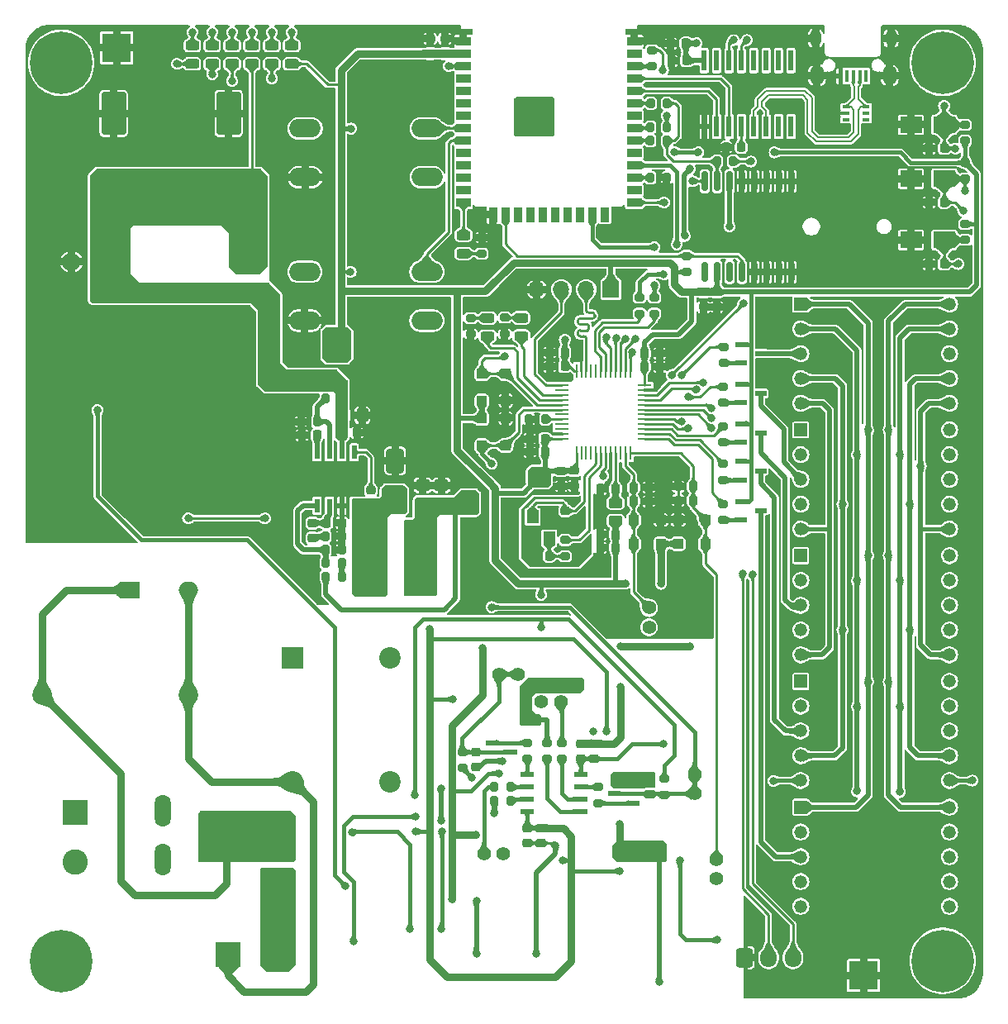
<source format=gbr>
%TF.GenerationSoftware,KiCad,Pcbnew,8.0.5*%
%TF.CreationDate,2024-11-25T17:26:56+07:00*%
%TF.ProjectId,MEASURE_POWER_AC,4d454153-5552-4455-9f50-4f5745525f41,rev?*%
%TF.SameCoordinates,Original*%
%TF.FileFunction,Copper,L1,Top*%
%TF.FilePolarity,Positive*%
%FSLAX46Y46*%
G04 Gerber Fmt 4.6, Leading zero omitted, Abs format (unit mm)*
G04 Created by KiCad (PCBNEW 8.0.5) date 2024-11-25 17:26:56*
%MOMM*%
%LPD*%
G01*
G04 APERTURE LIST*
G04 Aperture macros list*
%AMRoundRect*
0 Rectangle with rounded corners*
0 $1 Rounding radius*
0 $2 $3 $4 $5 $6 $7 $8 $9 X,Y pos of 4 corners*
0 Add a 4 corners polygon primitive as box body*
4,1,4,$2,$3,$4,$5,$6,$7,$8,$9,$2,$3,0*
0 Add four circle primitives for the rounded corners*
1,1,$1+$1,$2,$3*
1,1,$1+$1,$4,$5*
1,1,$1+$1,$6,$7*
1,1,$1+$1,$8,$9*
0 Add four rect primitives between the rounded corners*
20,1,$1+$1,$2,$3,$4,$5,0*
20,1,$1+$1,$4,$5,$6,$7,0*
20,1,$1+$1,$6,$7,$8,$9,0*
20,1,$1+$1,$8,$9,$2,$3,0*%
G04 Aperture macros list end*
%TA.AperFunction,EtchedComponent*%
%ADD10C,0.000000*%
%TD*%
%TA.AperFunction,ComponentPad*%
%ADD11C,1.400000*%
%TD*%
%TA.AperFunction,SMDPad,CuDef*%
%ADD12RoundRect,0.200000X-0.275000X0.200000X-0.275000X-0.200000X0.275000X-0.200000X0.275000X0.200000X0*%
%TD*%
%TA.AperFunction,SMDPad,CuDef*%
%ADD13RoundRect,0.200000X-0.200000X-0.275000X0.200000X-0.275000X0.200000X0.275000X-0.200000X0.275000X0*%
%TD*%
%TA.AperFunction,SMDPad,CuDef*%
%ADD14RoundRect,0.243750X-0.456250X0.243750X-0.456250X-0.243750X0.456250X-0.243750X0.456250X0.243750X0*%
%TD*%
%TA.AperFunction,ComponentPad*%
%ADD15R,1.320800X1.320800*%
%TD*%
%TA.AperFunction,ComponentPad*%
%ADD16C,1.320800*%
%TD*%
%TA.AperFunction,SMDPad,CuDef*%
%ADD17RoundRect,0.225000X0.225000X0.250000X-0.225000X0.250000X-0.225000X-0.250000X0.225000X-0.250000X0*%
%TD*%
%TA.AperFunction,SMDPad,CuDef*%
%ADD18RoundRect,0.225000X0.250000X-0.225000X0.250000X0.225000X-0.250000X0.225000X-0.250000X-0.225000X0*%
%TD*%
%TA.AperFunction,SMDPad,CuDef*%
%ADD19RoundRect,0.200000X0.275000X-0.200000X0.275000X0.200000X-0.275000X0.200000X-0.275000X-0.200000X0*%
%TD*%
%TA.AperFunction,SMDPad,CuDef*%
%ADD20RoundRect,0.243750X0.456250X-0.243750X0.456250X0.243750X-0.456250X0.243750X-0.456250X-0.243750X0*%
%TD*%
%TA.AperFunction,SMDPad,CuDef*%
%ADD21R,1.168400X0.533400*%
%TD*%
%TA.AperFunction,ComponentPad*%
%ADD22C,2.000000*%
%TD*%
%TA.AperFunction,SMDPad,CuDef*%
%ADD23RoundRect,0.225000X-0.225000X-0.250000X0.225000X-0.250000X0.225000X0.250000X-0.225000X0.250000X0*%
%TD*%
%TA.AperFunction,SMDPad,CuDef*%
%ADD24RoundRect,0.225000X-0.250000X0.225000X-0.250000X-0.225000X0.250000X-0.225000X0.250000X0.225000X0*%
%TD*%
%TA.AperFunction,SMDPad,CuDef*%
%ADD25RoundRect,0.250000X-0.475000X0.337500X-0.475000X-0.337500X0.475000X-0.337500X0.475000X0.337500X0*%
%TD*%
%TA.AperFunction,ComponentPad*%
%ADD26O,1.650000X3.300000*%
%TD*%
%TA.AperFunction,SMDPad,CuDef*%
%ADD27R,2.200000X1.700000*%
%TD*%
%TA.AperFunction,ComponentPad*%
%ADD28R,2.000000X1.700000*%
%TD*%
%TA.AperFunction,ComponentPad*%
%ADD29O,2.000000X1.700000*%
%TD*%
%TA.AperFunction,SMDPad,CuDef*%
%ADD30R,3.000000X3.000000*%
%TD*%
%TA.AperFunction,ComponentPad*%
%ADD31C,0.800000*%
%TD*%
%TA.AperFunction,ComponentPad*%
%ADD32C,6.400000*%
%TD*%
%TA.AperFunction,SMDPad,CuDef*%
%ADD33RoundRect,0.250000X0.650000X-1.000000X0.650000X1.000000X-0.650000X1.000000X-0.650000X-1.000000X0*%
%TD*%
%TA.AperFunction,SMDPad,CuDef*%
%ADD34RoundRect,0.200000X0.200000X0.275000X-0.200000X0.275000X-0.200000X-0.275000X0.200000X-0.275000X0*%
%TD*%
%TA.AperFunction,SMDPad,CuDef*%
%ADD35R,1.500000X0.900000*%
%TD*%
%TA.AperFunction,SMDPad,CuDef*%
%ADD36R,0.900000X1.500000*%
%TD*%
%TA.AperFunction,SMDPad,CuDef*%
%ADD37R,0.900000X0.900000*%
%TD*%
%TA.AperFunction,ComponentPad*%
%ADD38C,0.300000*%
%TD*%
%TA.AperFunction,SMDPad,CuDef*%
%ADD39R,0.533400X1.460500*%
%TD*%
%TA.AperFunction,SMDPad,CuDef*%
%ADD40R,2.997200X7.493000*%
%TD*%
%TA.AperFunction,SMDPad,CuDef*%
%ADD41RoundRect,0.250000X-0.300000X-0.300000X0.300000X-0.300000X0.300000X0.300000X-0.300000X0.300000X0*%
%TD*%
%TA.AperFunction,SMDPad,CuDef*%
%ADD42RoundRect,0.250000X1.000000X-1.950000X1.000000X1.950000X-1.000000X1.950000X-1.000000X-1.950000X0*%
%TD*%
%TA.AperFunction,ComponentPad*%
%ADD43O,3.200000X1.900000*%
%TD*%
%TA.AperFunction,ComponentPad*%
%ADD44R,2.600000X2.600000*%
%TD*%
%TA.AperFunction,ComponentPad*%
%ADD45C,2.600000*%
%TD*%
%TA.AperFunction,SMDPad,CuDef*%
%ADD46RoundRect,0.250000X-0.300000X0.300000X-0.300000X-0.300000X0.300000X-0.300000X0.300000X0.300000X0*%
%TD*%
%TA.AperFunction,SMDPad,CuDef*%
%ADD47C,0.500000*%
%TD*%
%TA.AperFunction,SMDPad,CuDef*%
%ADD48RoundRect,0.150000X0.150000X-0.875000X0.150000X0.875000X-0.150000X0.875000X-0.150000X-0.875000X0*%
%TD*%
%TA.AperFunction,SMDPad,CuDef*%
%ADD49R,1.460500X0.533400*%
%TD*%
%TA.AperFunction,SMDPad,CuDef*%
%ADD50R,0.279400X1.473200*%
%TD*%
%TA.AperFunction,SMDPad,CuDef*%
%ADD51R,1.473200X0.279400*%
%TD*%
%TA.AperFunction,SMDPad,CuDef*%
%ADD52RoundRect,0.250000X0.300000X0.300000X-0.300000X0.300000X-0.300000X-0.300000X0.300000X-0.300000X0*%
%TD*%
%TA.AperFunction,SMDPad,CuDef*%
%ADD53R,0.558800X2.159000*%
%TD*%
%TA.AperFunction,ComponentPad*%
%ADD54RoundRect,0.250000X-0.600000X-0.725000X0.600000X-0.725000X0.600000X0.725000X-0.600000X0.725000X0*%
%TD*%
%TA.AperFunction,ComponentPad*%
%ADD55O,1.700000X1.950000*%
%TD*%
%TA.AperFunction,SMDPad,CuDef*%
%ADD56R,0.736600X0.355600*%
%TD*%
%TA.AperFunction,SMDPad,CuDef*%
%ADD57RoundRect,0.250000X0.300000X-0.300000X0.300000X0.300000X-0.300000X0.300000X-0.300000X-0.300000X0*%
%TD*%
%TA.AperFunction,SMDPad,CuDef*%
%ADD58R,1.200000X1.400000*%
%TD*%
%TA.AperFunction,SMDPad,CuDef*%
%ADD59R,0.450000X1.300000*%
%TD*%
%TA.AperFunction,ComponentPad*%
%ADD60O,1.150000X1.800000*%
%TD*%
%TA.AperFunction,ComponentPad*%
%ADD61O,1.450000X2.000000*%
%TD*%
%TA.AperFunction,ComponentPad*%
%ADD62R,2.200000X2.200000*%
%TD*%
%TA.AperFunction,ComponentPad*%
%ADD63C,2.200000*%
%TD*%
%TA.AperFunction,ComponentPad*%
%ADD64R,1.700000X1.700000*%
%TD*%
%TA.AperFunction,ComponentPad*%
%ADD65O,1.700000X1.700000*%
%TD*%
%TA.AperFunction,SMDPad,CuDef*%
%ADD66RoundRect,0.250000X0.337500X0.475000X-0.337500X0.475000X-0.337500X-0.475000X0.337500X-0.475000X0*%
%TD*%
%TA.AperFunction,SMDPad,CuDef*%
%ADD67RoundRect,0.250000X-0.450000X0.262500X-0.450000X-0.262500X0.450000X-0.262500X0.450000X0.262500X0*%
%TD*%
%TA.AperFunction,ViaPad*%
%ADD68C,0.800000*%
%TD*%
%TA.AperFunction,Conductor*%
%ADD69C,0.381000*%
%TD*%
%TA.AperFunction,Conductor*%
%ADD70C,0.508000*%
%TD*%
%TA.AperFunction,Conductor*%
%ADD71C,0.254000*%
%TD*%
%TA.AperFunction,Conductor*%
%ADD72C,0.762000*%
%TD*%
%TA.AperFunction,Conductor*%
%ADD73C,1.016000*%
%TD*%
%TA.AperFunction,Conductor*%
%ADD74C,0.203200*%
%TD*%
G04 APERTURE END LIST*
D10*
%TA.AperFunction,EtchedComponent*%
%TO.C,NT6*%
G36*
X234100000Y-96587147D02*
G01*
X233100000Y-96587147D01*
X233100000Y-96087147D01*
X234100000Y-96087147D01*
X234100000Y-96587147D01*
G37*
%TD.AperFunction*%
%TD*%
D11*
%TO.P,TP3,1,1*%
%TO.N,Peak_Current*%
X251472400Y-112633000D03*
X251472400Y-110633000D03*
%TD*%
D12*
%TO.P,R5,1*%
%TO.N,Net-(D2-K)*%
X229756600Y-55157000D03*
%TO.P,R5,2*%
%TO.N,GND*%
X229756600Y-56807000D03*
%TD*%
D13*
%TO.P,R12,1*%
%TO.N,Net-(U2-IO21)*%
X244717200Y-33195600D03*
%TO.P,R12,2*%
%TO.N,DS3231_SDA*%
X246367200Y-33195600D03*
%TD*%
D11*
%TO.P,TP2,1,1*%
%TO.N,Voltage_Sensor*%
X235492800Y-94538800D03*
X233492800Y-94538800D03*
%TD*%
D14*
%TO.P,D23,1,K*%
%TO.N,Net-(D23-K)*%
X205887320Y-27281900D03*
%TO.P,D23,2,A*%
%TO.N,+5V_1*%
X205887320Y-29156900D03*
%TD*%
D15*
%TO.P,D15,1,g*%
%TO.N,Net-(D15-g)*%
X260096400Y-53771000D03*
D16*
%TO.P,D15,2,f*%
%TO.N,Net-(D15-f)*%
X260096400Y-56311000D03*
%TO.P,D15,3,A*%
%TO.N,Net-(Q3-C)*%
X260096400Y-58851000D03*
%TO.P,D15,4,e*%
%TO.N,Net-(D15-e)*%
X260096400Y-61391000D03*
%TO.P,D15,5,d*%
%TO.N,Net-(D15-d)*%
X260096400Y-63931000D03*
%TO.P,D15,6,DP*%
%TO.N,Net-(D15-DP)*%
X275336400Y-63931000D03*
%TO.P,D15,7,c*%
%TO.N,Net-(D15-c)*%
X275336400Y-61391000D03*
%TO.P,D15,8,A*%
%TO.N,Net-(Q3-C)*%
X275336400Y-58851000D03*
%TO.P,D15,9,b*%
%TO.N,Net-(D15-b)*%
X275336400Y-56311000D03*
%TO.P,D15,10,a*%
%TO.N,Net-(D15-a)*%
X275336400Y-53771000D03*
%TD*%
D17*
%TO.P,C5,1*%
%TO.N,GND*%
X245618600Y-58805000D03*
%TO.P,C5,2*%
%TO.N,+3V3*%
X244068600Y-58805000D03*
%TD*%
D18*
%TO.P,C98,1*%
%TO.N,GND*%
X251510800Y-54064200D03*
%TO.P,C98,2*%
%TO.N,+3V3*%
X251510800Y-52514200D03*
%TD*%
D19*
%TO.P,R3,1*%
%TO.N,RESET*%
X276924400Y-47194200D03*
%TO.P,R3,2*%
%TO.N,+3V3*%
X276924400Y-45544200D03*
%TD*%
D13*
%TO.P,R9,1*%
%TO.N,Net-(U2-IO16)*%
X244691800Y-40815600D03*
%TO.P,R9,2*%
%TO.N,GND*%
X246341800Y-40815600D03*
%TD*%
D17*
%TO.P,C78,1*%
%TO.N,GND*%
X213058809Y-76200000D03*
%TO.P,C78,2*%
%TO.N,Net-(U13-COMP)*%
X211508809Y-76200000D03*
%TD*%
D19*
%TO.P,R8,1*%
%TO.N,Net-(D3-K)*%
X227418000Y-48587900D03*
%TO.P,R8,2*%
%TO.N,GND*%
X227418000Y-46937900D03*
%TD*%
D15*
%TO.P,D17,1,g*%
%TO.N,Net-(D15-g)*%
X260096400Y-79539300D03*
D16*
%TO.P,D17,2,f*%
%TO.N,Net-(D15-f)*%
X260096400Y-82079300D03*
%TO.P,D17,3,A*%
%TO.N,Net-(Q5-C)*%
X260096400Y-84619300D03*
%TO.P,D17,4,e*%
%TO.N,Net-(D15-e)*%
X260096400Y-87159300D03*
%TO.P,D17,5,d*%
%TO.N,Net-(D15-d)*%
X260096400Y-89699300D03*
%TO.P,D17,6,DP*%
%TO.N,Net-(D15-DP)*%
X275336400Y-89699300D03*
%TO.P,D17,7,c*%
%TO.N,Net-(D15-c)*%
X275336400Y-87159300D03*
%TO.P,D17,8,A*%
%TO.N,Net-(Q5-C)*%
X275336400Y-84619300D03*
%TO.P,D17,9,b*%
%TO.N,Net-(D15-b)*%
X275336400Y-82079300D03*
%TO.P,D17,10,a*%
%TO.N,Net-(D15-a)*%
X275336400Y-79539300D03*
%TD*%
D14*
%TO.P,D2,1,K*%
%TO.N,Net-(D2-K)*%
X231444800Y-55171100D03*
%TO.P,D2,2,A*%
%TO.N,LED_TEST*%
X231444800Y-57046100D03*
%TD*%
D20*
%TO.P,D25,1,K*%
%TO.N,-9V*%
X197739000Y-29156900D03*
%TO.P,D25,2,A*%
%TO.N,Net-(D25-A)*%
X197739000Y-27281900D03*
%TD*%
D11*
%TO.P,TP6,1,1*%
%TO.N,Zero_Current*%
X249199400Y-103920800D03*
X249199400Y-101920800D03*
%TD*%
D19*
%TO.P,R54,1*%
%TO.N,Net-(Q6-B)*%
X252151000Y-71786599D03*
%TO.P,R54,2*%
%TO.N,SEG_4*%
X252151000Y-70136599D03*
%TD*%
D17*
%TO.P,C16,1*%
%TO.N,Net-(C16-Pad1)*%
X234315000Y-79587600D03*
%TO.P,C16,2*%
%TO.N,GND*%
X232765000Y-79587600D03*
%TD*%
D19*
%TO.P,R13,1*%
%TO.N,Net-(U2-IO22)*%
X244829400Y-29399600D03*
%TO.P,R13,2*%
%TO.N,DS3231_SCL*%
X244829400Y-27749600D03*
%TD*%
D18*
%TO.P,C11,1*%
%TO.N,GND*%
X235534200Y-72403000D03*
%TO.P,C11,2*%
%TO.N,+3V3*%
X235534200Y-70853000D03*
%TD*%
D11*
%TO.P,TP4,1,1*%
%TO.N,Peak_Voltage*%
X244551200Y-86877400D03*
X244551200Y-84877400D03*
%TD*%
D21*
%TO.P,Q3,1,E*%
%TO.N,+3V3*%
X253974600Y-57898599D03*
%TO.P,Q3,2,B*%
%TO.N,Net-(Q3-B)*%
X253974600Y-59798601D03*
%TO.P,Q3,3,C*%
%TO.N,Net-(Q3-C)*%
X256006600Y-58848600D03*
%TD*%
D22*
%TO.P,C74,1*%
%TO.N,N_Voltage*%
X197354200Y-93798700D03*
%TO.P,C74,2*%
%TO.N,N_ACS*%
X182354400Y-93798700D03*
%TD*%
D23*
%TO.P,C12,1*%
%TO.N,GND*%
X232320800Y-68914200D03*
%TO.P,C12,2*%
%TO.N,+3V3*%
X233870800Y-68914200D03*
%TD*%
D19*
%TO.P,R6,1*%
%TO.N,FLASH*%
X276924400Y-40920400D03*
%TO.P,R6,2*%
%TO.N,+3V3*%
X276924400Y-39270400D03*
%TD*%
D23*
%TO.P,C8,1*%
%TO.N,GND*%
X247517000Y-73888600D03*
%TO.P,C8,2*%
%TO.N,Peak_Current*%
X249067000Y-73888600D03*
%TD*%
D15*
%TO.P,D16,1,g*%
%TO.N,Net-(D15-g)*%
X260096400Y-66655150D03*
D16*
%TO.P,D16,2,f*%
%TO.N,Net-(D15-f)*%
X260096400Y-69195150D03*
%TO.P,D16,3,A*%
%TO.N,Net-(Q4-C)*%
X260096400Y-71735150D03*
%TO.P,D16,4,e*%
%TO.N,Net-(D15-e)*%
X260096400Y-74275150D03*
%TO.P,D16,5,d*%
%TO.N,Net-(D15-d)*%
X260096400Y-76815150D03*
%TO.P,D16,6,DP*%
%TO.N,Net-(D15-DP)*%
X275336400Y-76815150D03*
%TO.P,D16,7,c*%
%TO.N,Net-(D15-c)*%
X275336400Y-74275150D03*
%TO.P,D16,8,A*%
%TO.N,Net-(Q4-C)*%
X275336400Y-71735150D03*
%TO.P,D16,9,b*%
%TO.N,Net-(D15-b)*%
X275336400Y-69195150D03*
%TO.P,D16,10,a*%
%TO.N,Net-(D15-a)*%
X275336400Y-66655150D03*
%TD*%
D24*
%TO.P,C17,1*%
%TO.N,Net-(U1A-PD0-OSC_IN-RCC_OSC_IN)*%
X235956000Y-74951800D03*
%TO.P,C17,2*%
%TO.N,GND*%
X235956000Y-76501800D03*
%TD*%
D25*
%TO.P,C88,1*%
%TO.N,GND*%
X223266000Y-72336138D03*
%TO.P,C88,2*%
%TO.N,+5V_1*%
X223266000Y-74411138D03*
%TD*%
D26*
%TO.P,RV1,1*%
%TO.N,N_Voltage*%
X194691000Y-110678600D03*
%TO.P,RV1,2*%
%TO.N,Net-(J2-Pin_1)*%
X194691000Y-105678600D03*
%TD*%
D27*
%TO.P,SW1,1,1*%
%TO.N,GND*%
X271387200Y-47194200D03*
%TO.P,SW1,2,2*%
%TO.N,RESET*%
X274787200Y-47194200D03*
%TD*%
D28*
%TO.P,PS1,1,AC/L*%
%TO.N,N_ACS*%
X191354200Y-83032600D03*
D29*
%TO.P,PS1,2,AC/N*%
%TO.N,N_Voltage*%
X197354200Y-83032600D03*
%TO.P,PS1,3,-Vout*%
%TO.N,GND*%
X185354200Y-49432600D03*
%TO.P,PS1,4,+Vout*%
%TO.N,+12V*%
X203354200Y-49432600D03*
%TD*%
D30*
%TO.P,TP7,1,1*%
%TO.N,GND*%
X266522200Y-122555000D03*
%TD*%
D11*
%TO.P,TP1,1,1*%
%TO.N,Current_Sensor*%
X227625400Y-110109000D03*
X229625400Y-110109000D03*
%TD*%
D20*
%TO.P,D3,1,K*%
%TO.N,Net-(D3-K)*%
X225526600Y-48587900D03*
%TO.P,D3,2,A*%
%TO.N,LED_STATUS*%
X225526600Y-46712900D03*
%TD*%
D23*
%TO.P,C10,1*%
%TO.N,GND*%
X232320800Y-67574800D03*
%TO.P,C10,2*%
%TO.N,+3V3*%
X233870800Y-67574800D03*
%TD*%
D31*
%TO.P,H4,1*%
%TO.N,N/C*%
X272224800Y-29057600D03*
X272927744Y-27360544D03*
X272927744Y-30754656D03*
X274624800Y-26657600D03*
D32*
X274624800Y-29057600D03*
D31*
X274624800Y-31457600D03*
X276321856Y-27360544D03*
X276321856Y-30754656D03*
X277024800Y-29057600D03*
%TD*%
D12*
%TO.P,R7,1*%
%TO.N,EN*%
X276924400Y-35396600D03*
%TO.P,R7,2*%
%TO.N,+3V3*%
X276924400Y-37046600D03*
%TD*%
D33*
%TO.P,D14,1,A*%
%TO.N,GND*%
X218541600Y-69831200D03*
%TO.P,D14,2,K*%
%TO.N,Net-(D14-K)*%
X218541600Y-73831200D03*
%TD*%
D34*
%TO.P,R38,1*%
%TO.N,Net-(R38-Pad1)*%
X213058809Y-81674600D03*
%TO.P,R38,2*%
%TO.N,+5V_1*%
X211408809Y-81674600D03*
%TD*%
D35*
%TO.P,U2,1,GND*%
%TO.N,GND*%
X225526600Y-26845600D03*
%TO.P,U2,2,3V3*%
%TO.N,+3V3*%
X225526600Y-28115600D03*
%TO.P,U2,3,EN*%
%TO.N,EN*%
X225526600Y-29385600D03*
%TO.P,U2,4,SENSOR_VP*%
%TO.N,unconnected-(U2-SENSOR_VP-Pad4)*%
X225526600Y-30655600D03*
%TO.P,U2,5,SENSOR_VN*%
%TO.N,unconnected-(U2-SENSOR_VN-Pad5)*%
X225526600Y-31925600D03*
%TO.P,U2,6,IO34*%
%TO.N,unconnected-(U2-IO34-Pad6)*%
X225526600Y-33195600D03*
%TO.P,U2,7,IO35*%
%TO.N,unconnected-(U2-IO35-Pad7)*%
X225526600Y-34465600D03*
%TO.P,U2,8,IO32*%
%TO.N,User1*%
X225526600Y-35735600D03*
%TO.P,U2,9,IO33*%
%TO.N,User2*%
X225526600Y-37005600D03*
%TO.P,U2,10,IO25*%
%TO.N,unconnected-(U2-IO25-Pad10)*%
X225526600Y-38275600D03*
%TO.P,U2,11,IO26*%
%TO.N,unconnected-(U2-IO26-Pad11)*%
X225526600Y-39545600D03*
%TO.P,U2,12,IO27*%
%TO.N,unconnected-(U2-IO27-Pad12)*%
X225526600Y-40815600D03*
%TO.P,U2,13,IO14*%
%TO.N,unconnected-(U2-IO14-Pad13)*%
X225526600Y-42085600D03*
%TO.P,U2,14,IO12*%
%TO.N,LED_STATUS*%
X225526600Y-43355600D03*
D36*
%TO.P,U2,15,GND*%
%TO.N,GND*%
X228561600Y-44605600D03*
%TO.P,U2,16,IO13*%
%TO.N,DS3231_RST*%
X229831600Y-44605600D03*
%TO.P,U2,17,NC*%
%TO.N,unconnected-(U2-NC-Pad17)*%
X231101600Y-44605600D03*
%TO.P,U2,18,NC*%
%TO.N,unconnected-(U2-NC-Pad18)*%
X232371600Y-44605600D03*
%TO.P,U2,19,NC*%
%TO.N,unconnected-(U2-NC-Pad19)*%
X233641600Y-44605600D03*
%TO.P,U2,20,NC*%
%TO.N,unconnected-(U2-NC-Pad20)*%
X234911600Y-44605600D03*
%TO.P,U2,21,NC*%
%TO.N,unconnected-(U2-NC-Pad21)*%
X236181600Y-44605600D03*
%TO.P,U2,22,NC*%
%TO.N,unconnected-(U2-NC-Pad22)*%
X237451600Y-44605600D03*
%TO.P,U2,23,IO15*%
%TO.N,U2RXD*%
X238721600Y-44605600D03*
%TO.P,U2,24,IO2*%
%TO.N,unconnected-(U2-IO2-Pad24)*%
X239991600Y-44605600D03*
D35*
%TO.P,U2,25,IO0*%
%TO.N,FLASH*%
X243026600Y-43355600D03*
%TO.P,U2,26,IO4*%
%TO.N,unconnected-(U2-IO4-Pad26)*%
X243026600Y-42085600D03*
%TO.P,U2,27,IO16*%
%TO.N,Net-(U2-IO16)*%
X243026600Y-40815600D03*
%TO.P,U2,28,IO17*%
%TO.N,U2TXD*%
X243026600Y-39545600D03*
%TO.P,U2,29,IO5*%
%TO.N,unconnected-(U2-IO5-Pad29)*%
X243026600Y-38275600D03*
%TO.P,U2,30,IO18*%
%TO.N,Net-(U2-IO18)*%
X243026600Y-37005600D03*
%TO.P,U2,31,IO19*%
%TO.N,Net-(U2-IO19)*%
X243026600Y-35735600D03*
%TO.P,U2,32,NC1*%
%TO.N,unconnected-(U2-NC1-Pad32)*%
X243026600Y-34465600D03*
%TO.P,U2,33,IO21*%
%TO.N,Net-(U2-IO21)*%
X243026600Y-33195600D03*
%TO.P,U2,34,RXD0*%
%TO.N,U0_N*%
X243026600Y-31925600D03*
%TO.P,U2,35,TXD0*%
%TO.N,U0_P*%
X243026600Y-30655600D03*
%TO.P,U2,36,IO22*%
%TO.N,Net-(U2-IO22)*%
X243026600Y-29385600D03*
%TO.P,U2,37,IO23*%
%TO.N,unconnected-(U2-IO23-Pad37)*%
X243026600Y-28115600D03*
%TO.P,U2,38,GND*%
%TO.N,GND*%
X243026600Y-26845600D03*
D37*
%TO.P,U2,39_1,GND*%
X231376600Y-33165600D03*
%TO.P,U2,39_2,GND*%
X232776600Y-33165600D03*
%TO.P,U2,39_3,GND*%
X234176600Y-33165600D03*
%TO.P,U2,39_4,GND*%
X231376600Y-34565600D03*
%TO.P,U2,39_5,GND*%
X232776600Y-34565600D03*
%TO.P,U2,39_6,GND*%
X234176600Y-34565600D03*
%TO.P,U2,39_7,GND*%
X231376600Y-35965600D03*
%TO.P,U2,39_8,GND*%
X232776600Y-35965600D03*
%TO.P,U2,39_9,GND*%
X234176600Y-35965600D03*
D38*
%TO.P,U2,39_10,GND*%
X232076600Y-33165600D03*
%TO.P,U2,39_11,GND*%
X233476600Y-33165600D03*
%TO.P,U2,39_12,GND*%
X231376600Y-33865600D03*
%TO.P,U2,39_13,GND*%
X232776600Y-33865600D03*
%TO.P,U2,39_14,GND*%
X234176600Y-33865600D03*
%TO.P,U2,39_15,GND*%
X232076600Y-34565600D03*
%TO.P,U2,39_16,GND*%
X233476600Y-34565600D03*
%TO.P,U2,39_17,GND*%
X231376600Y-35265600D03*
%TO.P,U2,39_18,GND*%
X232776600Y-35265600D03*
%TO.P,U2,39_19,GND*%
X234176600Y-35265600D03*
%TO.P,U2,39_20,GND*%
X232076600Y-35965600D03*
%TO.P,U2,39_21,GND*%
X233476600Y-35965600D03*
%TD*%
D18*
%TO.P,C9,1*%
%TO.N,GND*%
X236905800Y-72377600D03*
%TO.P,C9,2*%
%TO.N,+3V3*%
X236905800Y-70827600D03*
%TD*%
D39*
%TO.P,U13,1,BOOT*%
%TO.N,Net-(U13-BOOT)*%
X214328809Y-68962838D03*
%TO.P,U13,2,VIN*%
%TO.N,+12V*%
X213058809Y-68962838D03*
%TO.P,U13,3,EN*%
%TO.N,Net-(U13-EN)*%
X211788809Y-68962838D03*
%TO.P,U13,4,SS*%
%TO.N,Net-(U13-SS)*%
X210518809Y-68962838D03*
%TO.P,U13,5,VSENSE*%
%TO.N,Net-(U13-VSENSE)*%
X210518809Y-74411138D03*
%TO.P,U13,6,COMP*%
%TO.N,Net-(U13-COMP)*%
X211788809Y-74411138D03*
%TO.P,U13,7,GND*%
%TO.N,GND*%
X213058809Y-74411138D03*
%TO.P,U13,8,PH*%
%TO.N,Net-(D14-K)*%
X214328809Y-74411138D03*
%TD*%
D40*
%TO.P,L1,1,1*%
%TO.N,+5V_1*%
X221027000Y-79687988D03*
%TO.P,L1,2,2*%
%TO.N,Net-(D14-K)*%
X216027000Y-79687988D03*
%TD*%
D23*
%TO.P,C101,1*%
%TO.N,GND*%
X246824200Y-28829000D03*
%TO.P,C101,2*%
%TO.N,+5V_1*%
X248374200Y-28829000D03*
%TD*%
D24*
%TO.P,C68,1*%
%TO.N,GND*%
X244627400Y-102399800D03*
%TO.P,C68,2*%
%TO.N,Zero_Current*%
X244627400Y-103949800D03*
%TD*%
D41*
%TO.P,D9,1,K*%
%TO.N,Peak_Voltage*%
X242953100Y-75869800D03*
%TO.P,D9,2,A*%
%TO.N,GND*%
X245753100Y-75869800D03*
%TD*%
D12*
%TO.P,R1,1*%
%TO.N,Net-(U1A-PD1-OSC_OUT-RCC_OSC_OUT)*%
X235944200Y-77937600D03*
%TO.P,R1,2*%
%TO.N,Net-(C16-Pad1)*%
X235944200Y-79587600D03*
%TD*%
D23*
%TO.P,C18,1*%
%TO.N,GND*%
X273237200Y-49657000D03*
%TO.P,C18,2*%
%TO.N,RESET*%
X274787200Y-49657000D03*
%TD*%
D13*
%TO.P,R2,1*%
%TO.N,GND*%
X232245800Y-65569200D03*
%TO.P,R2,2*%
%TO.N,BOOT0*%
X233895800Y-65569200D03*
%TD*%
D17*
%TO.P,C1,1*%
%TO.N,GND*%
X245618600Y-60202000D03*
%TO.P,C1,2*%
%TO.N,+3V3*%
X244068600Y-60202000D03*
%TD*%
D31*
%TO.P,H1,1*%
%TO.N,N/C*%
X272224800Y-121056400D03*
X272927744Y-119359344D03*
X272927744Y-122753456D03*
X274624800Y-118656400D03*
D32*
X274624800Y-121056400D03*
D31*
X274624800Y-123456400D03*
X276321856Y-119359344D03*
X276321856Y-122753456D03*
X277024800Y-121056400D03*
%TD*%
D42*
%TO.P,C92,1*%
%TO.N,+12V*%
X189687200Y-42630200D03*
%TO.P,C92,2*%
%TO.N,GND*%
X189687200Y-34230200D03*
%TD*%
D23*
%TO.P,C14,1*%
%TO.N,GND*%
X239556800Y-77368400D03*
%TO.P,C14,2*%
%TO.N,+3V3*%
X241106800Y-77368400D03*
%TD*%
D18*
%TO.P,C97,1*%
%TO.N,GND*%
X250139200Y-54064200D03*
%TO.P,C97,2*%
%TO.N,+3V3*%
X250139200Y-52514200D03*
%TD*%
D14*
%TO.P,D1,1,K*%
%TO.N,Net-(D1-K)*%
X227998200Y-55188000D03*
%TO.P,D1,2,A*%
%TO.N,LED_STM*%
X227998200Y-57063000D03*
%TD*%
D21*
%TO.P,Q1,1,G*%
%TO.N,Net-(Q1-G)*%
X228371400Y-98691800D03*
%TO.P,Q1,2,S*%
%TO.N,GND*%
X228371400Y-100591802D03*
%TO.P,Q1,3,D*%
%TO.N,Zero_Voltage*%
X230403400Y-99641801D03*
%TD*%
D23*
%TO.P,C100,1*%
%TO.N,GND*%
X246769200Y-27051000D03*
%TO.P,C100,2*%
%TO.N,+5V_1*%
X248319200Y-27051000D03*
%TD*%
D13*
%TO.P,R10,1*%
%TO.N,Net-(U2-IO18)*%
X244691800Y-37033600D03*
%TO.P,R10,2*%
%TO.N,DS3231_SDA*%
X246341800Y-37033600D03*
%TD*%
D19*
%TO.P,R31,1*%
%TO.N,Net-(R31-Pad1)*%
X232073450Y-100341800D03*
%TO.P,R31,2*%
%TO.N,Net-(Q1-G)*%
X232073450Y-98691800D03*
%TD*%
D43*
%TO.P,SW4,1,1*%
%TO.N,unconnected-(SW4-Pad1)*%
X209295400Y-35776400D03*
%TO.P,SW4,2,2*%
%TO.N,User1*%
X221795400Y-35776400D03*
%TO.P,SW4,3,3*%
%TO.N,GND*%
X209295400Y-40776400D03*
%TO.P,SW4,4,4*%
%TO.N,unconnected-(SW4-Pad4)*%
X221795400Y-40776400D03*
%TD*%
D13*
%TO.P,R57,1*%
%TO.N,DS3231_SDA*%
X251510800Y-39153200D03*
%TO.P,R57,2*%
%TO.N,+3V3*%
X253160800Y-39153200D03*
%TD*%
D23*
%TO.P,C6,1*%
%TO.N,GND*%
X234352800Y-58754200D03*
%TO.P,C6,2*%
%TO.N,+3V3*%
X235902800Y-58754200D03*
%TD*%
D13*
%TO.P,R35,1*%
%TO.N,Net-(U13-EN)*%
X211417800Y-63384800D03*
%TO.P,R35,2*%
%TO.N,+12V*%
X213067800Y-63384800D03*
%TD*%
D15*
%TO.P,D19,1,g*%
%TO.N,Net-(D15-g)*%
X260096400Y-105307600D03*
D16*
%TO.P,D19,2,f*%
%TO.N,Net-(D15-f)*%
X260096400Y-107847600D03*
%TO.P,D19,3,A*%
%TO.N,Net-(Q7-C)*%
X260096400Y-110387600D03*
%TO.P,D19,4,e*%
%TO.N,Net-(D15-e)*%
X260096400Y-112927600D03*
%TO.P,D19,5,d*%
%TO.N,Net-(D15-d)*%
X260096400Y-115467600D03*
%TO.P,D19,6,DP*%
%TO.N,Net-(D15-DP)*%
X275336400Y-115467600D03*
%TO.P,D19,7,c*%
%TO.N,Net-(D15-c)*%
X275336400Y-112927600D03*
%TO.P,D19,8,A*%
%TO.N,Net-(Q7-C)*%
X275336400Y-110387600D03*
%TO.P,D19,9,b*%
%TO.N,Net-(D15-b)*%
X275336400Y-107847600D03*
%TO.P,D19,10,a*%
%TO.N,Net-(D15-a)*%
X275336400Y-105307600D03*
%TD*%
D13*
%TO.P,R39,1*%
%TO.N,Net-(U13-VSENSE)*%
X211408809Y-80301200D03*
%TO.P,R39,2*%
%TO.N,Net-(R38-Pad1)*%
X213058809Y-80301200D03*
%TD*%
D43*
%TO.P,SW5,1,1*%
%TO.N,unconnected-(SW5-Pad1)*%
X209270000Y-50459000D03*
%TO.P,SW5,2,2*%
%TO.N,User2*%
X221770000Y-50459000D03*
%TO.P,SW5,3,3*%
%TO.N,GND*%
X209270000Y-55459000D03*
%TO.P,SW5,4,4*%
%TO.N,unconnected-(SW5-Pad4)*%
X221770000Y-55459000D03*
%TD*%
D44*
%TO.P,J2,1,Pin_1*%
%TO.N,Net-(J2-Pin_1)*%
X185724600Y-105811400D03*
D45*
%TO.P,J2,2,Pin_2*%
%TO.N,N_Voltage*%
X185724600Y-110891400D03*
%TD*%
D13*
%TO.P,R36,1*%
%TO.N,GND*%
X208868809Y-65823200D03*
%TO.P,R36,2*%
%TO.N,Net-(U13-EN)*%
X210518809Y-65823200D03*
%TD*%
D46*
%TO.P,D13,1,K*%
%TO.N,Zero_Voltage*%
X229844600Y-60855400D03*
%TO.P,D13,2,A*%
%TO.N,GND*%
X229844600Y-63655400D03*
%TD*%
D21*
%TO.P,Q4,1,E*%
%TO.N,+3V3*%
X253949200Y-61970399D03*
%TO.P,Q4,2,B*%
%TO.N,Net-(Q4-B)*%
X253949200Y-63870401D03*
%TO.P,Q4,3,C*%
%TO.N,Net-(Q4-C)*%
X255981200Y-62920400D03*
%TD*%
D31*
%TO.P,H2,1*%
%TO.N,N/C*%
X181902400Y-121056400D03*
X182605344Y-119359344D03*
X182605344Y-122753456D03*
X184302400Y-118656400D03*
D32*
X184302400Y-121056400D03*
D31*
X184302400Y-123456400D03*
X185999456Y-119359344D03*
X185999456Y-122753456D03*
X186702400Y-121056400D03*
%TD*%
D19*
%TO.P,R34,1*%
%TO.N,Zero_Current*%
X246087000Y-104023601D03*
%TO.P,R34,2*%
%TO.N,+3V3*%
X246087000Y-102373601D03*
%TD*%
D23*
%TO.P,C2,1*%
%TO.N,GND*%
X234352800Y-60151200D03*
%TO.P,C2,2*%
%TO.N,+3V3*%
X235902800Y-60151200D03*
%TD*%
D24*
%TO.P,C21,1*%
%TO.N,GND*%
X223635600Y-26565600D03*
%TO.P,C21,2*%
%TO.N,+3V3*%
X223635600Y-28115600D03*
%TD*%
D14*
%TO.P,D24,1,K*%
%TO.N,Net-(D24-K)*%
X201813160Y-27281900D03*
%TO.P,D24,2,A*%
%TO.N,+5V_2*%
X201813160Y-29156900D03*
%TD*%
D23*
%TO.P,C80,1*%
%TO.N,GND*%
X208968809Y-67183000D03*
%TO.P,C80,2*%
%TO.N,Net-(U13-SS)*%
X210518809Y-67183000D03*
%TD*%
D47*
%TO.P,NT6,1,1*%
%TO.N,GNDA*%
X234100000Y-96337147D03*
%TO.P,NT6,2,2*%
%TO.N,GND*%
X233100000Y-96337147D03*
%TD*%
D21*
%TO.P,Q6,1,E*%
%TO.N,+3V3*%
X253949200Y-69886597D03*
%TO.P,Q6,2,B*%
%TO.N,Net-(Q6-B)*%
X253949200Y-71786599D03*
%TO.P,Q6,3,C*%
%TO.N,Net-(Q6-C)*%
X255981200Y-70836598D03*
%TD*%
D31*
%TO.P,H3,1*%
%TO.N,N/C*%
X181902400Y-29057600D03*
X182605344Y-27360544D03*
X182605344Y-30754656D03*
X184302400Y-26657600D03*
D32*
X184302400Y-29057600D03*
D31*
X184302400Y-31457600D03*
X185999456Y-27360544D03*
X185999456Y-30754656D03*
X186702400Y-29057600D03*
%TD*%
D24*
%TO.P,C65,1*%
%TO.N,GND*%
X237521750Y-98791800D03*
%TO.P,C65,2*%
%TO.N,+9V*%
X237521750Y-100341800D03*
%TD*%
D48*
%TO.P,U17,1,32KHZ*%
%TO.N,unconnected-(U17-32KHZ-Pad1)*%
X250240800Y-50471600D03*
%TO.P,U17,2,VCC*%
%TO.N,+3V3*%
X251510800Y-50471600D03*
%TO.P,U17,3,~{INT}/SQW*%
%TO.N,unconnected-(U17-~{INT}{slash}SQW-Pad3)*%
X252780800Y-50471600D03*
%TO.P,U17,4,~{RST}*%
%TO.N,DS3231_RST*%
X254050800Y-50471600D03*
%TO.P,U17,5,GND*%
%TO.N,GND*%
X255320800Y-50471600D03*
%TO.P,U17,6,GND*%
X256590800Y-50471600D03*
%TO.P,U17,7,GND*%
X257860800Y-50471600D03*
%TO.P,U17,8,GND*%
X259130800Y-50471600D03*
%TO.P,U17,9,GND*%
X259130800Y-41171600D03*
%TO.P,U17,10,GND*%
X257860800Y-41171600D03*
%TO.P,U17,11,GND*%
X256590800Y-41171600D03*
%TO.P,U17,12,GND*%
X255320800Y-41171600D03*
%TO.P,U17,13,GND*%
X254050800Y-41171600D03*
%TO.P,U17,14,VBAT*%
%TO.N,Net-(BT1-+)*%
X252780800Y-41171600D03*
%TO.P,U17,15,SDA*%
%TO.N,DS3231_SDA*%
X251510800Y-41171600D03*
%TO.P,U17,16,SCL*%
%TO.N,DS3231_SCL*%
X250240800Y-41171600D03*
%TD*%
D13*
%TO.P,R28,1*%
%TO.N,GNDA*%
X228689800Y-104634400D03*
%TO.P,R28,2*%
%TO.N,Net-(U11A-IN1+)*%
X230339800Y-104634400D03*
%TD*%
D49*
%TO.P,U11,1*%
%TO.N,Net-(R31-Pad1)*%
X232073450Y-101955600D03*
%TO.P,U11,2,IN1-*%
%TO.N,Net-(U11A-IN1-)*%
X232073450Y-103225600D03*
%TO.P,U11,3,IN1+*%
%TO.N,Net-(U11A-IN1+)*%
X232073450Y-104495600D03*
%TO.P,U11,4,V-*%
%TO.N,-9V*%
X232073450Y-105765600D03*
%TO.P,U11,5,IN2+*%
%TO.N,Net-(U11B-IN2+)*%
X237521750Y-105765600D03*
%TO.P,U11,6,IN2-*%
%TO.N,Net-(U11B-IN2-)*%
X237521750Y-104495600D03*
%TO.P,U11,7*%
%TO.N,Net-(R32-Pad1)*%
X237521750Y-103225600D03*
%TO.P,U11,8,V+*%
%TO.N,+9V*%
X237521750Y-101955600D03*
%TD*%
D50*
%TO.P,U1,1,VBAT*%
%TO.N,+3V3*%
X237102200Y-69041200D03*
%TO.P,U1,2,PC13*%
%TO.N,unconnected-(U1A-PC13-Pad2)*%
X237602199Y-69041200D03*
%TO.P,U1,3,PC14-OSC32_IN*%
%TO.N,unconnected-(U1A-PC14-OSC32_IN-Pad3)*%
X238102201Y-69041200D03*
%TO.P,U1,4,PC15-OSC32_OUT*%
%TO.N,unconnected-(U1A-PC15-OSC32_OUT-Pad4)*%
X238602200Y-69041200D03*
%TO.P,U1,5,PD0-OSC_IN-RCC_OSC_IN*%
%TO.N,Net-(U1A-PD0-OSC_IN-RCC_OSC_IN)*%
X239102199Y-69041200D03*
%TO.P,U1,6,PD1-OSC_OUT-RCC_OSC_OUT*%
%TO.N,Net-(U1A-PD1-OSC_OUT-RCC_OSC_OUT)*%
X239602200Y-69041200D03*
%TO.P,U1,7,NRST*%
%TO.N,RESET*%
X240102200Y-69041200D03*
%TO.P,U1,8,VSSA*%
%TO.N,GND*%
X240602201Y-69041200D03*
%TO.P,U1,9,VDDA*%
%TO.N,VDDA*%
X241102200Y-69041200D03*
%TO.P,U1,10,PA0-WKUP*%
%TO.N,unconnected-(U1A-PA0-WKUP-Pad10)*%
X241602199Y-69041200D03*
%TO.P,U1,11,PA1*%
%TO.N,Peak_Voltage*%
X242102201Y-69041200D03*
%TO.P,U1,12,PA2*%
%TO.N,Peak_Current*%
X242602200Y-69041200D03*
D51*
%TO.P,U1,13,PA3*%
%TO.N,SEG_5*%
X244068600Y-67574800D03*
%TO.P,U1,14,PA4*%
%TO.N,SEG_4*%
X244068600Y-67074801D03*
%TO.P,U1,15,PA5*%
%TO.N,SEG_3*%
X244068600Y-66574799D03*
%TO.P,U1,16,PA6*%
%TO.N,SEG_2*%
X244068600Y-66074800D03*
%TO.P,U1,17,PA7*%
%TO.N,SEG_1*%
X244068600Y-65574801D03*
%TO.P,U1,18,PB0*%
%TO.N,Segment_DP*%
X244068600Y-65074800D03*
%TO.P,U1,19,PB1*%
%TO.N,Segment_F*%
X244068600Y-64574800D03*
%TO.P,U1,20,PB2*%
%TO.N,Segment_G*%
X244068600Y-64074799D03*
%TO.P,U1,21,PB10*%
%TO.N,U3TXD*%
X244068600Y-63574800D03*
%TO.P,U1,22,PB11*%
%TO.N,U3RXD*%
X244068600Y-63074801D03*
%TO.P,U1,23,VSS_1*%
%TO.N,GND*%
X244068600Y-62574799D03*
%TO.P,U1,24,VDD_1*%
%TO.N,+3V3*%
X244068600Y-62074800D03*
D50*
%TO.P,U1,25,PB12*%
%TO.N,Segment_D*%
X242602200Y-60608400D03*
%TO.P,U1,26,PB13*%
%TO.N,Segment_E*%
X242102201Y-60608400D03*
%TO.P,U1,27,PB14*%
%TO.N,Segment_C*%
X241602199Y-60608400D03*
%TO.P,U1,28,PB15*%
%TO.N,Segment_B*%
X241102200Y-60608400D03*
%TO.P,U1,29,PA8*%
%TO.N,Segment_A*%
X240602201Y-60608400D03*
%TO.P,U1,30,PA9*%
%TO.N,U1TXD*%
X240102200Y-60608400D03*
%TO.P,U1,31,PA10*%
%TO.N,U1RXD*%
X239602200Y-60608400D03*
%TO.P,U1,32,PA11-CAN_RX*%
%TO.N,unconnected-(U1A-PA11-CAN_RX-Pad32)*%
X239102199Y-60608400D03*
%TO.P,U1,33,PA12-CAN_TX*%
%TO.N,unconnected-(U1A-PA12-CAN_TX-Pad33)*%
X238602200Y-60608400D03*
%TO.P,U1,34,PA13-SYS_JTMS-SWDIO*%
%TO.N,/STM32/SWDIO*%
X238102201Y-60608400D03*
%TO.P,U1,35,VSS_2*%
%TO.N,GND*%
X237602199Y-60608400D03*
%TO.P,U1,36,VDD_2*%
%TO.N,+3V3*%
X237102200Y-60608400D03*
D51*
%TO.P,U1,37,PA14-SYS_JTCK-SWCLK*%
%TO.N,/STM32/SWCLK*%
X235635800Y-62074800D03*
%TO.P,U1,38,PA15*%
%TO.N,unconnected-(U1A-PA15-Pad38)*%
X235635800Y-62574799D03*
%TO.P,U1,39,PB3*%
%TO.N,LED_TEST*%
X235635800Y-63074801D03*
%TO.P,U1,40,PB4*%
%TO.N,LED_STM*%
X235635800Y-63574800D03*
%TO.P,U1,41,PB5*%
%TO.N,Zero_Voltage*%
X235635800Y-64074799D03*
%TO.P,U1,42,PB6*%
%TO.N,Zero_Current*%
X235635800Y-64574800D03*
%TO.P,U1,43,PB7*%
%TO.N,unconnected-(U1A-PB7-Pad43)*%
X235635800Y-65074800D03*
%TO.P,U1,44,BOOT0*%
%TO.N,BOOT0*%
X235635800Y-65574801D03*
%TO.P,U1,45,PB8*%
%TO.N,unconnected-(U1A-PB8-Pad45)*%
X235635800Y-66074800D03*
%TO.P,U1,46,PB9*%
%TO.N,unconnected-(U1A-PB9-Pad46)*%
X235635800Y-66574799D03*
%TO.P,U1,47,VSS_3*%
%TO.N,GND*%
X235635800Y-67074801D03*
%TO.P,U1,48,VDD_3*%
%TO.N,+3V3*%
X235635800Y-67574800D03*
%TD*%
D12*
%TO.P,R4,1*%
%TO.N,Net-(D1-K)*%
X226276800Y-55188000D03*
%TO.P,R4,2*%
%TO.N,GND*%
X226276800Y-56838000D03*
%TD*%
D13*
%TO.P,R27,1*%
%TO.N,Current_Sensor*%
X228689800Y-103237400D03*
%TO.P,R27,2*%
%TO.N,Net-(U11A-IN1-)*%
X230339800Y-103237400D03*
%TD*%
%TO.P,R11,1*%
%TO.N,Net-(U2-IO19)*%
X244691800Y-35673400D03*
%TO.P,R11,2*%
%TO.N,DS3231_SCL*%
X246341800Y-35673400D03*
%TD*%
D24*
%TO.P,C22,1*%
%TO.N,GND*%
X222111600Y-26565600D03*
%TO.P,C22,2*%
%TO.N,+3V3*%
X222111600Y-28115600D03*
%TD*%
D34*
%TO.P,R37,1*%
%TO.N,GND*%
X213058809Y-77559800D03*
%TO.P,R37,2*%
%TO.N,Net-(C77-Pad1)*%
X211408809Y-77559800D03*
%TD*%
D52*
%TO.P,D8,1,K*%
%TO.N,+3V3*%
X245753100Y-78333600D03*
%TO.P,D8,2,A*%
%TO.N,Peak_Voltage*%
X242953100Y-78333600D03*
%TD*%
D53*
%TO.P,U18,1,GND*%
%TO.N,GND*%
X250185800Y-35585400D03*
%TO.P,U18,2,TXD*%
%TO.N,U0_N*%
X251455800Y-35585400D03*
%TO.P,U18,3,RXD*%
%TO.N,U0_P*%
X252725800Y-35585400D03*
%TO.P,U18,4,V3*%
%TO.N,Net-(U18-V3)*%
X253995800Y-35585400D03*
%TO.P,U18,5,UD+*%
%TO.N,D_P*%
X255265800Y-35585400D03*
%TO.P,U18,6,UD-*%
%TO.N,D_N*%
X256535800Y-35585400D03*
%TO.P,U18,7,NC*%
%TO.N,unconnected-(U18-NC-Pad7)*%
X257805800Y-35585400D03*
%TO.P,U18,8,~{OUT}/~{DTR}*%
%TO.N,unconnected-(U18-~{OUT}{slash}~{DTR}-Pad8)*%
X259075800Y-35585400D03*
%TO.P,U18,9,~{CTS}*%
%TO.N,unconnected-(U18-~{CTS}-Pad9)*%
X259075800Y-28829000D03*
%TO.P,U18,10,~{DSR}*%
%TO.N,unconnected-(U18-~{DSR}-Pad10)*%
X257805800Y-28829000D03*
%TO.P,U18,11,~{RI}*%
%TO.N,unconnected-(U18-~{RI}-Pad11)*%
X256535800Y-28829000D03*
%TO.P,U18,12,~{DCD}*%
%TO.N,unconnected-(U18-~{DCD}-Pad12)*%
X255265800Y-28829000D03*
%TO.P,U18,13,~{DTR}*%
%TO.N,Net-(U18-~{DTR})*%
X253995800Y-28829000D03*
%TO.P,U18,14,~{RTS}*%
%TO.N,Net-(U18-~{RTS})*%
X252725800Y-28829000D03*
%TO.P,U18,15,R232*%
%TO.N,unconnected-(U18-R232-Pad15)*%
X251455800Y-28829000D03*
%TO.P,U18,16,VCC*%
%TO.N,+5V_1*%
X250185800Y-28829000D03*
%TD*%
D54*
%TO.P,J3,1,Pin_1*%
%TO.N,GND*%
X254294000Y-120726200D03*
D55*
%TO.P,J3,2,Pin_2*%
%TO.N,U3TXD*%
X256794000Y-120726200D03*
%TO.P,J3,3,Pin_3*%
%TO.N,U3RXD*%
X259294000Y-120726200D03*
%TD*%
D46*
%TO.P,D10,1,K*%
%TO.N,+3V3*%
X227406200Y-65473100D03*
%TO.P,D10,2,A*%
%TO.N,Zero_Current*%
X227406200Y-68273100D03*
%TD*%
D12*
%TO.P,R32,1*%
%TO.N,Net-(R32-Pad1)*%
X239332400Y-103225600D03*
%TO.P,R32,2*%
%TO.N,Net-(Q2-G)*%
X239332400Y-104875600D03*
%TD*%
D27*
%TO.P,SW2,1,1*%
%TO.N,GND*%
X271387200Y-40920400D03*
%TO.P,SW2,2,2*%
%TO.N,FLASH*%
X274787200Y-40920400D03*
%TD*%
D19*
%TO.P,R55,1*%
%TO.N,Net-(Q7-B)*%
X252151000Y-75880001D03*
%TO.P,R55,2*%
%TO.N,SEG_5*%
X252151000Y-74230001D03*
%TD*%
D56*
%TO.P,D20,1*%
%TO.N,D_P*%
X264718800Y-33553400D03*
%TO.P,D20,2*%
%TO.N,GND*%
X264718800Y-34213800D03*
%TO.P,D20,3*%
%TO.N,unconnected-(D20-Pad3)*%
X264718800Y-34874200D03*
%TO.P,D20,4*%
%TO.N,unconnected-(D20-Pad4)*%
X266801600Y-34874200D03*
%TO.P,D20,5*%
%TO.N,unconnected-(D20-Pad5)*%
X266801600Y-34213800D03*
%TO.P,D20,6*%
%TO.N,D_N*%
X266801600Y-33553400D03*
%TD*%
D21*
%TO.P,Q5,1,E*%
%TO.N,+3V3*%
X253949200Y-66013997D03*
%TO.P,Q5,2,B*%
%TO.N,Net-(Q5-B)*%
X253949200Y-67913999D03*
%TO.P,Q5,3,C*%
%TO.N,Net-(Q5-C)*%
X255981200Y-66963998D03*
%TD*%
D12*
%TO.P,R30,1*%
%TO.N,GNDA*%
X234100000Y-98691800D03*
%TO.P,R30,2*%
%TO.N,Net-(U11B-IN2+)*%
X234100000Y-100341800D03*
%TD*%
D34*
%TO.P,R40,1*%
%TO.N,GND*%
X213058809Y-78931400D03*
%TO.P,R40,2*%
%TO.N,Net-(U13-VSENSE)*%
X211408809Y-78931400D03*
%TD*%
D18*
%TO.P,C77,1*%
%TO.N,Net-(C77-Pad1)*%
X210036209Y-77750000D03*
%TO.P,C77,2*%
%TO.N,Net-(U13-COMP)*%
X210036209Y-76200000D03*
%TD*%
D24*
%TO.P,C66,1*%
%TO.N,-9V*%
X233451400Y-107429000D03*
%TO.P,C66,2*%
%TO.N,GND*%
X233451400Y-108979000D03*
%TD*%
D57*
%TO.P,D11,1,K*%
%TO.N,Zero_Current*%
X229844600Y-68247700D03*
%TO.P,D11,2,A*%
%TO.N,GND*%
X229844600Y-65447700D03*
%TD*%
D12*
%TO.P,R29,1*%
%TO.N,Voltage_Sensor*%
X235598600Y-98691800D03*
%TO.P,R29,2*%
%TO.N,Net-(U11B-IN2-)*%
X235598600Y-100341800D03*
%TD*%
D58*
%TO.P,Y1,1,1*%
%TO.N,Net-(U1A-PD0-OSC_IN-RCC_OSC_IN)*%
X232615000Y-75574800D03*
%TO.P,Y1,2,2*%
%TO.N,GND*%
X232615000Y-77774800D03*
%TO.P,Y1,3,3*%
%TO.N,Net-(C16-Pad1)*%
X234315000Y-77774800D03*
%TO.P,Y1,4,4*%
%TO.N,GND*%
X234315000Y-75574800D03*
%TD*%
D23*
%TO.P,C20,1*%
%TO.N,GND*%
X273237200Y-37808600D03*
%TO.P,C20,2*%
%TO.N,EN*%
X274787200Y-37808600D03*
%TD*%
D12*
%TO.P,R33,1*%
%TO.N,Zero_Voltage*%
X225438600Y-99641801D03*
%TO.P,R33,2*%
%TO.N,+3V3*%
X225438600Y-101291801D03*
%TD*%
D19*
%TO.P,R53,1*%
%TO.N,Net-(Q5-B)*%
X252151000Y-67913999D03*
%TO.P,R53,2*%
%TO.N,SEG_3*%
X252151000Y-66263999D03*
%TD*%
D41*
%TO.P,D6,1,K*%
%TO.N,+3V3*%
X247517000Y-78333600D03*
%TO.P,D6,2,A*%
%TO.N,Peak_Current*%
X250317000Y-78333600D03*
%TD*%
D23*
%TO.P,C13,1*%
%TO.N,GND*%
X239556800Y-78714600D03*
%TO.P,C13,2*%
%TO.N,+3V3*%
X241106800Y-78714600D03*
%TD*%
D17*
%TO.P,C72,1*%
%TO.N,GND*%
X214621209Y-66937188D03*
%TO.P,C72,2*%
%TO.N,+12V*%
X213071209Y-66937188D03*
%TD*%
D14*
%TO.P,D22,1,K*%
%TO.N,Net-(D22-K)*%
X199776080Y-27281900D03*
%TO.P,D22,2,A*%
%TO.N,+9V*%
X199776080Y-29156900D03*
%TD*%
D15*
%TO.P,D18,1,g*%
%TO.N,Net-(D15-g)*%
X260096400Y-92423450D03*
D16*
%TO.P,D18,2,f*%
%TO.N,Net-(D15-f)*%
X260096400Y-94963450D03*
%TO.P,D18,3,A*%
%TO.N,Net-(Q6-C)*%
X260096400Y-97503450D03*
%TO.P,D18,4,e*%
%TO.N,Net-(D15-e)*%
X260096400Y-100043450D03*
%TO.P,D18,5,d*%
%TO.N,Net-(D15-d)*%
X260096400Y-102583450D03*
%TO.P,D18,6,DP*%
%TO.N,Net-(D15-DP)*%
X275336400Y-102583450D03*
%TO.P,D18,7,c*%
%TO.N,Net-(D15-c)*%
X275336400Y-100043450D03*
%TO.P,D18,8,A*%
%TO.N,Net-(Q6-C)*%
X275336400Y-97503450D03*
%TO.P,D18,9,b*%
%TO.N,Net-(D15-b)*%
X275336400Y-94963450D03*
%TO.P,D18,10,a*%
%TO.N,Net-(D15-a)*%
X275336400Y-92423450D03*
%TD*%
D11*
%TO.P,TP5,1,1*%
%TO.N,Zero_Voltage*%
X229149400Y-91694000D03*
X231149400Y-91694000D03*
%TD*%
D14*
%TO.P,D26,1,K*%
%TO.N,Net-(D26-K)*%
X207924400Y-27281900D03*
%TO.P,D26,2,A*%
%TO.N,+3V3*%
X207924400Y-29156900D03*
%TD*%
D59*
%TO.P,J5,1,VBUS*%
%TO.N,unconnected-(J5-VBUS-Pad1)*%
X266780800Y-30398800D03*
%TO.P,J5,2,D-*%
%TO.N,D_N*%
X266130800Y-30398800D03*
%TO.P,J5,3,D+*%
%TO.N,D_P*%
X265480800Y-30398800D03*
%TO.P,J5,4,ID*%
%TO.N,unconnected-(J5-ID-Pad4)*%
X264830800Y-30398800D03*
%TO.P,J5,5,GND*%
%TO.N,GND*%
X264180800Y-30398800D03*
D60*
%TO.P,J5,6,Shield*%
X269355800Y-26548800D03*
D61*
X269205800Y-30348800D03*
X261755800Y-30348800D03*
D60*
X261605800Y-26548800D03*
%TD*%
D19*
%TO.P,R52,1*%
%TO.N,Net-(Q4-B)*%
X252151000Y-63870401D03*
%TO.P,R52,2*%
%TO.N,SEG_2*%
X252151000Y-62220401D03*
%TD*%
D57*
%TO.P,D12,1,K*%
%TO.N,+3V3*%
X227406200Y-63706200D03*
%TO.P,D12,2,A*%
%TO.N,Zero_Voltage*%
X227406200Y-60906200D03*
%TD*%
D24*
%TO.P,C64,1*%
%TO.N,GND*%
X238887000Y-98791800D03*
%TO.P,C64,2*%
%TO.N,+9V*%
X238887000Y-100341800D03*
%TD*%
D62*
%TO.P,TR1,1*%
%TO.N,Net-(R21-Pad2)*%
X208033600Y-89992200D03*
D63*
%TO.P,TR1,2*%
%TO.N,N_Voltage*%
X208033600Y-102692200D03*
%TO.P,TR1,3*%
%TO.N,Net-(R22-Pad1)*%
X218033600Y-102692200D03*
%TO.P,TR1,4*%
%TO.N,Net-(R22-Pad2)*%
X218033600Y-89992200D03*
%TD*%
D52*
%TO.P,D7,1,K*%
%TO.N,Peak_Current*%
X250317000Y-75869800D03*
%TO.P,D7,2,A*%
%TO.N,GND*%
X247517000Y-75869800D03*
%TD*%
D12*
%TO.P,R58,1*%
%TO.N,DS3231_RST*%
X248374800Y-48821600D03*
%TO.P,R58,2*%
%TO.N,+3V3*%
X248374800Y-50471600D03*
%TD*%
D14*
%TO.P,D21,1,K*%
%TO.N,Net-(D21-K)*%
X203835240Y-27277300D03*
%TO.P,D21,2,A*%
%TO.N,+12V*%
X203835240Y-29152300D03*
%TD*%
D19*
%TO.P,R42,1*%
%TO.N,U1RXD*%
X243572400Y-54748800D03*
%TO.P,R42,2*%
%TO.N,U2TXD*%
X243572400Y-53098800D03*
%TD*%
D64*
%TO.P,J1,1,Pin_1*%
%TO.N,+3V3*%
X240642201Y-52273200D03*
D65*
%TO.P,J1,2,Pin_2*%
%TO.N,/STM32/SWDIO*%
X238102201Y-52273200D03*
%TO.P,J1,3,Pin_3*%
%TO.N,/STM32/SWCLK*%
X235562201Y-52273200D03*
%TO.P,J1,4,Pin_4*%
%TO.N,GND*%
X233022201Y-52273200D03*
%TD*%
D66*
%TO.P,C70,1*%
%TO.N,GND*%
X215172509Y-65159188D03*
%TO.P,C70,2*%
%TO.N,+12V*%
X213097509Y-65159188D03*
%TD*%
D24*
%TO.P,C67,1*%
%TO.N,-9V*%
X232073450Y-107429000D03*
%TO.P,C67,2*%
%TO.N,GND*%
X232073450Y-108979000D03*
%TD*%
D19*
%TO.P,R51,1*%
%TO.N,Net-(Q3-B)*%
X252176400Y-59801000D03*
%TO.P,R51,2*%
%TO.N,SEG_1*%
X252176400Y-58151000D03*
%TD*%
D18*
%TO.P,C69,1*%
%TO.N,GND*%
X226771200Y-101191801D03*
%TO.P,C69,2*%
%TO.N,Zero_Voltage*%
X226771200Y-99641801D03*
%TD*%
D27*
%TO.P,SW3,1,1*%
%TO.N,GND*%
X271387200Y-35396600D03*
%TO.P,SW3,2,2*%
%TO.N,EN*%
X274787200Y-35396600D03*
%TD*%
D21*
%TO.P,Q2,1,G*%
%TO.N,Net-(Q2-G)*%
X243001800Y-104875600D03*
%TO.P,Q2,2,S*%
%TO.N,GND*%
X243001800Y-102975598D03*
%TO.P,Q2,3,D*%
%TO.N,Zero_Current*%
X240969800Y-103925599D03*
%TD*%
D18*
%TO.P,C82,1*%
%TO.N,Net-(D14-K)*%
X216027000Y-74411138D03*
%TO.P,C82,2*%
%TO.N,Net-(U13-BOOT)*%
X216027000Y-72861138D03*
%TD*%
D23*
%TO.P,C15,1*%
%TO.N,GND*%
X239556800Y-72694800D03*
%TO.P,C15,2*%
%TO.N,VDDA*%
X241106800Y-72694800D03*
%TD*%
D21*
%TO.P,Q7,1,E*%
%TO.N,+3V3*%
X253949200Y-73979999D03*
%TO.P,Q7,2,B*%
%TO.N,Net-(Q7-B)*%
X253949200Y-75880001D03*
%TO.P,Q7,3,C*%
%TO.N,Net-(Q7-C)*%
X255981200Y-74930000D03*
%TD*%
D19*
%TO.P,R41,1*%
%TO.N,U1TXD*%
X245096400Y-54748800D03*
%TO.P,R41,2*%
%TO.N,U2RXD*%
X245096400Y-53098800D03*
%TD*%
D67*
%TO.P,FB1,1,1*%
%TO.N,VDDA*%
X241106800Y-74141164D03*
%TO.P,FB1,2,2*%
%TO.N,+3V3*%
X241106800Y-75966164D03*
%TD*%
D17*
%TO.P,C3,1*%
%TO.N,GND*%
X244503100Y-73939400D03*
%TO.P,C3,2*%
%TO.N,Peak_Voltage*%
X242953100Y-73939400D03*
%TD*%
%TO.P,C7,1*%
%TO.N,GND*%
X244503100Y-72567800D03*
%TO.P,C7,2*%
%TO.N,Peak_Voltage*%
X242953100Y-72567800D03*
%TD*%
D23*
%TO.P,C4,1*%
%TO.N,GND*%
X247517000Y-72415400D03*
%TO.P,C4,2*%
%TO.N,Peak_Current*%
X249067000Y-72415400D03*
%TD*%
D42*
%TO.P,C93,1*%
%TO.N,+12V*%
X201472800Y-42639700D03*
%TO.P,C93,2*%
%TO.N,GND*%
X201472800Y-34239700D03*
%TD*%
D23*
%TO.P,C99,1*%
%TO.N,GND*%
X252445800Y-37693600D03*
%TO.P,C99,2*%
%TO.N,Net-(U18-V3)*%
X253995800Y-37693600D03*
%TD*%
D30*
%TO.P,TP8,1,1*%
%TO.N,GND*%
X189992000Y-27508200D03*
%TD*%
D44*
%TO.P,J4,1,Pin_1*%
%TO.N,N_Voltage*%
X201396600Y-120446800D03*
D45*
%TO.P,J4,2,Pin_2*%
%TO.N,P_ACS*%
X206476600Y-120446800D03*
%TD*%
D23*
%TO.P,C19,1*%
%TO.N,GND*%
X273237200Y-43332400D03*
%TO.P,C19,2*%
%TO.N,FLASH*%
X274787200Y-43332400D03*
%TD*%
D25*
%TO.P,C86,1*%
%TO.N,GND*%
X221361000Y-72336138D03*
%TO.P,C86,2*%
%TO.N,+5V_1*%
X221361000Y-74411138D03*
%TD*%
D68*
%TO.N,Net-(BT1-+)*%
X252780800Y-45821600D03*
%TO.N,GND*%
X241579400Y-92938600D03*
X194818000Y-28371800D03*
X220726000Y-29464000D03*
X226822000Y-76708000D03*
X198882000Y-37592000D03*
X226822000Y-77978000D03*
X248767600Y-88849200D03*
X196342000Y-34544000D03*
X237286800Y-75768200D03*
X204851000Y-34544000D03*
X204851000Y-37592000D03*
X193294000Y-36068000D03*
X193294000Y-28371800D03*
X216154000Y-30734000D03*
X198882000Y-36068000D03*
X198882000Y-34544000D03*
X217678000Y-30734000D03*
X226860400Y-120289350D03*
X216154000Y-29464000D03*
X262407400Y-34925000D03*
X230886000Y-72136000D03*
X226822000Y-80518000D03*
X241528600Y-102971600D03*
X220649800Y-106273600D03*
X229489000Y-100609400D03*
X226847400Y-114884200D03*
X241528600Y-109169200D03*
X230886000Y-69596000D03*
X204851000Y-33020000D03*
X217678000Y-29464000D03*
X230886000Y-70866000D03*
X226822000Y-79248000D03*
X219202000Y-30734000D03*
X194818000Y-37592000D03*
X241579400Y-88849200D03*
X222250000Y-30734000D03*
X241528600Y-110261400D03*
X193294000Y-33020000D03*
X204851000Y-36068000D03*
X245567200Y-110286800D03*
X241528600Y-102082600D03*
X194818000Y-33020000D03*
X196342000Y-37592000D03*
X239496600Y-75768200D03*
X220726000Y-30734000D03*
X214249000Y-119024400D03*
X252882400Y-53670200D03*
X226314000Y-59436000D03*
X241528600Y-107061000D03*
X234950000Y-109245400D03*
X237236000Y-78740000D03*
X226314000Y-58166000D03*
X231861116Y-96337147D03*
X194818000Y-26847800D03*
X193294000Y-37592000D03*
X244221000Y-109143800D03*
X196342000Y-26847800D03*
X237439200Y-92938600D03*
X194818000Y-34544000D03*
X232968800Y-120289350D03*
X198882000Y-33020000D03*
X196342000Y-36068000D03*
X194818000Y-36068000D03*
X245516400Y-109169200D03*
X245567200Y-123190000D03*
X196342000Y-33020000D03*
X226822000Y-81788000D03*
X222250000Y-29464000D03*
X193294000Y-34544000D03*
X193294000Y-26847800D03*
X219202000Y-29464000D03*
X242798600Y-109143800D03*
%TO.N,+3V3*%
X257403600Y-38227000D03*
X242087400Y-82397600D03*
X232664000Y-70866000D03*
X213969600Y-50469800D03*
X233934000Y-72136000D03*
X226404694Y-102271306D03*
X233476800Y-83566000D03*
X232664000Y-72136000D03*
X249599400Y-38227000D03*
X212979000Y-56642000D03*
X235915200Y-57404000D03*
X211582000Y-57912000D03*
X233908600Y-70853000D03*
X245745000Y-82423000D03*
X213995000Y-35788600D03*
X211582000Y-56642000D03*
X247117515Y-38185855D03*
X254965200Y-39166800D03*
X220522800Y-104063800D03*
X233476800Y-86918800D03*
X211582000Y-59182000D03*
%TO.N,GNDA*%
X214071200Y-107899200D03*
X223291400Y-107772200D03*
X228676200Y-105892600D03*
X220040200Y-117779800D03*
X223215200Y-103352600D03*
X223266000Y-117779800D03*
X223266000Y-106680000D03*
%TO.N,RESET*%
X276225000Y-49657000D03*
X246849997Y-61061600D03*
X239852200Y-71362719D03*
X254209600Y-53657500D03*
%TO.N,FLASH*%
X276924400Y-42138600D03*
X276758400Y-44221400D03*
X246075200Y-43355600D03*
%TO.N,EN*%
X224028000Y-29387800D03*
X274777200Y-33451800D03*
X275945600Y-37820600D03*
%TO.N,+5V_2*%
X201813160Y-30921960D03*
X188010800Y-64617600D03*
X213436200Y-113411000D03*
%TO.N,+9V*%
X199771000Y-30210200D03*
X229158800Y-101834350D03*
X226831700Y-108127800D03*
X227482400Y-89001600D03*
X247675400Y-110794800D03*
X246049800Y-98831400D03*
X251510800Y-118922800D03*
X224315000Y-114739400D03*
%TO.N,-9V*%
X205181200Y-75717400D03*
X222097600Y-87071200D03*
X241528600Y-111861600D03*
X197307200Y-75717400D03*
X238836200Y-97510600D03*
X224434400Y-94234000D03*
X235661200Y-110744000D03*
X240182400Y-97510600D03*
X220649800Y-107797600D03*
X196166500Y-29156900D03*
%TO.N,+12V*%
X189230000Y-48260000D03*
X190500000Y-50292000D03*
X204470000Y-44450000D03*
X204470000Y-40640000D03*
X187960000Y-48260000D03*
X199390000Y-42545000D03*
X194310000Y-40640000D03*
X187960000Y-46228000D03*
X191770000Y-44450000D03*
X190500000Y-46228000D03*
X187960000Y-50292000D03*
X194310000Y-44450000D03*
X189230000Y-52578000D03*
X191770000Y-40640000D03*
X199390000Y-40640000D03*
X194310000Y-42545000D03*
X196850000Y-44450000D03*
X196850000Y-40640000D03*
X189230000Y-46228000D03*
X196850000Y-42545000D03*
X204470000Y-42545000D03*
X191770000Y-42545000D03*
X187960000Y-52578000D03*
X190500000Y-52578000D03*
X189230000Y-50292000D03*
X199390000Y-44450000D03*
X190500000Y-48260000D03*
%TO.N,N_ACS*%
X204216000Y-108966000D03*
X204216000Y-110236000D03*
X204216000Y-106426000D03*
X205486000Y-107696000D03*
X206756000Y-107696000D03*
X204216000Y-107696000D03*
X206756000Y-106426000D03*
X205486000Y-106426000D03*
%TO.N,+5V_1*%
X226568000Y-74422000D03*
X225552000Y-74422000D03*
X248189700Y-46786800D03*
X226568000Y-73406000D03*
X249428000Y-27051000D03*
X205887320Y-30652720D03*
X225552000Y-73406000D03*
X248742200Y-39928800D03*
%TO.N,U3TXD*%
X254121251Y-81402244D03*
X249428000Y-62528400D03*
%TO.N,U3RXD*%
X255124000Y-81432400D03*
X250100918Y-61784359D03*
%TO.N,P_ACS*%
X205232000Y-114554000D03*
X206502000Y-114554000D03*
X205232000Y-115824000D03*
X207772000Y-115824000D03*
X207772000Y-118364000D03*
X206502000Y-118364000D03*
X206502000Y-115824000D03*
X206502000Y-117094000D03*
X205232000Y-118364000D03*
X205232000Y-117094000D03*
X207772000Y-117094000D03*
X207772000Y-114554000D03*
%TO.N,Zero_Voltage*%
X229743000Y-59131200D03*
%TO.N,Zero_Current*%
X228422200Y-70129400D03*
X228422200Y-84810600D03*
%TO.N,DS3231_SCL*%
X245973600Y-29819600D03*
X246341000Y-34467800D03*
X248989800Y-41171600D03*
%TO.N,U2RXD*%
X245108107Y-51865668D03*
X245110000Y-47929800D03*
%TO.N,U2TXD*%
X246043725Y-50702831D03*
X247396000Y-47644000D03*
%TO.N,Segment_A*%
X240148795Y-57150000D03*
%TO.N,Segment_E*%
X243156154Y-57334928D03*
%TO.N,Segment_B*%
X241151922Y-57241577D03*
%TO.N,Segment_F*%
X250934928Y-65444211D03*
%TO.N,Segment_C*%
X242154019Y-57288650D03*
%TO.N,Segment_G*%
X250963575Y-64440199D03*
%TO.N,Segment_D*%
X242832401Y-58698324D03*
%TO.N,Segment_DP*%
X250920199Y-66462141D03*
%TO.N,SEG_1*%
X247853200Y-61061600D03*
X247853200Y-65805000D03*
%TO.N,SEG_2*%
X248583400Y-63296800D03*
X248589800Y-66509900D03*
%TO.N,Net-(U18-~{DTR})*%
X254558800Y-26720800D03*
%TO.N,Net-(U18-~{RTS})*%
X253184930Y-26720800D03*
%TO.N,Net-(D15-a)*%
X269087600Y-79527400D03*
X269087600Y-66649600D03*
X269087600Y-92481400D03*
%TO.N,Net-(D15-e)*%
X264363200Y-87147400D03*
X264363200Y-74269600D03*
%TO.N,Net-(D15-b)*%
X270256000Y-94970600D03*
X270256000Y-69189600D03*
X270256000Y-82067400D03*
X270256000Y-103759000D03*
%TO.N,Net-(D15-DP)*%
X277672800Y-102583450D03*
X272389600Y-70383400D03*
%TO.N,Net-(D15-g)*%
X266979400Y-66675000D03*
X266979400Y-92430600D03*
X266979400Y-79527400D03*
%TO.N,Net-(D15-f)*%
X265861800Y-69189600D03*
X265861800Y-103682800D03*
X265861800Y-94970600D03*
X265861800Y-82092800D03*
%TO.N,Net-(D15-d)*%
X257276600Y-102616000D03*
%TO.N,Net-(D15-c)*%
X271272000Y-87147400D03*
X271272000Y-74269600D03*
%TO.N,Net-(D21-K)*%
X203860400Y-25908000D03*
%TO.N,Net-(D22-K)*%
X199771000Y-25908000D03*
%TO.N,Net-(D23-K)*%
X205892400Y-25908000D03*
%TO.N,Net-(D24-K)*%
X201803000Y-25908000D03*
%TO.N,Net-(D25-A)*%
X197739000Y-25908000D03*
%TO.N,Net-(D26-K)*%
X207924400Y-25908000D03*
%TD*%
D69*
%TO.N,Net-(D15-DP)*%
X277672800Y-102583450D02*
X275336400Y-102583450D01*
D70*
%TO.N,Net-(BT1-+)*%
X252780800Y-41171600D02*
X252780800Y-45821600D01*
%TO.N,GND*%
X208868809Y-65823200D02*
X208868809Y-67083000D01*
X242997802Y-102971600D02*
X243001800Y-102975598D01*
D71*
X233451400Y-108979000D02*
X234683600Y-108979000D01*
X240602201Y-71649399D02*
X239556800Y-72694800D01*
D70*
X213058809Y-74411138D02*
X213058809Y-76200000D01*
D71*
X234315000Y-75574800D02*
X234315000Y-75674800D01*
X232765000Y-77924800D02*
X232615000Y-77774800D01*
D70*
X226847400Y-114884200D02*
X226847400Y-120276350D01*
D71*
X234315000Y-75674800D02*
X232615000Y-77374800D01*
D72*
X241579400Y-88849200D02*
X248767600Y-88849200D01*
D70*
X213058809Y-76200000D02*
X213058809Y-77559800D01*
X229471402Y-100591802D02*
X229489000Y-100609400D01*
X227779398Y-100591802D02*
X228371400Y-100591802D01*
D71*
X232765000Y-79587600D02*
X232765000Y-77924800D01*
D72*
X231861116Y-93462084D02*
X232384600Y-92938600D01*
D71*
X234683600Y-108979000D02*
X234950000Y-109245400D01*
D70*
X234950000Y-109245400D02*
X234950000Y-110083600D01*
D72*
X241528600Y-109169200D02*
X241528600Y-107061000D01*
X241579400Y-98171000D02*
X241579400Y-92938600D01*
D70*
X226847400Y-120276350D02*
X226860400Y-120289350D01*
D72*
X232384600Y-92938600D02*
X237439200Y-92938600D01*
X237521750Y-98791800D02*
X238887000Y-98791800D01*
D71*
X232615000Y-77374800D02*
X232615000Y-77774800D01*
D69*
X214274400Y-118999000D02*
X214274400Y-112953800D01*
D71*
X247517000Y-72415400D02*
X247517000Y-73888600D01*
X244503100Y-74619800D02*
X245753100Y-75869800D01*
X233451400Y-108979000D02*
X232073450Y-108979000D01*
D72*
X231861116Y-96337147D02*
X231861116Y-93462084D01*
D71*
X235242000Y-76501800D02*
X234315000Y-75574800D01*
D70*
X233100000Y-96337147D02*
X231861116Y-96337147D01*
X227179399Y-101191801D02*
X227779398Y-100591802D01*
X226771200Y-101191801D02*
X227179399Y-101191801D01*
D69*
X214274400Y-112953800D02*
X213258400Y-111937800D01*
D70*
X244627400Y-102399800D02*
X243577598Y-102399800D01*
D72*
X240958600Y-98791800D02*
X241579400Y-98171000D01*
D70*
X232968800Y-112064800D02*
X232968800Y-120289350D01*
D69*
X214147400Y-106273600D02*
X220649800Y-106273600D01*
D71*
X245618600Y-62182600D02*
X245226401Y-62574799D01*
D70*
X241528600Y-102971600D02*
X242997802Y-102971600D01*
D69*
X213258400Y-111937800D02*
X213258400Y-107162600D01*
D71*
X245226401Y-62574799D02*
X244068600Y-62574799D01*
D70*
X229844600Y-63655400D02*
X229844600Y-65447700D01*
D71*
X245618600Y-60202000D02*
X245618600Y-62182600D01*
X245618600Y-58805000D02*
X245618600Y-60202000D01*
X244503100Y-73939400D02*
X244503100Y-74619800D01*
D72*
X238887000Y-98791800D02*
X240958600Y-98791800D01*
D71*
X244503100Y-72567800D02*
X244503100Y-73939400D01*
D70*
X245567200Y-110286800D02*
X245567200Y-123190000D01*
X234950000Y-110083600D02*
X232968800Y-112064800D01*
D69*
X213258400Y-107162600D02*
X214147400Y-106273600D01*
D71*
X240602201Y-69041200D02*
X240602201Y-71649399D01*
D70*
X243577598Y-102399800D02*
X243001800Y-102975598D01*
X213058809Y-77559800D02*
X213058809Y-78931400D01*
D69*
X214249000Y-119024400D02*
X214274400Y-118999000D01*
D70*
X228371400Y-100591802D02*
X229471402Y-100591802D01*
X208868809Y-67083000D02*
X208968809Y-67183000D01*
D71*
X247517000Y-73888600D02*
X247517000Y-75869800D01*
X235956000Y-76501800D02*
X235242000Y-76501800D01*
D70*
%TO.N,+3V3*%
X235915200Y-57404000D02*
X235915200Y-58741800D01*
D72*
X224409000Y-52451000D02*
X225094800Y-52451000D01*
X223635600Y-28115600D02*
X225526600Y-28115600D01*
X247116600Y-50419000D02*
X247116600Y-49987200D01*
D69*
X253949200Y-61970399D02*
X254997699Y-61970399D01*
X248374800Y-50471600D02*
X247169200Y-50471600D01*
X253949200Y-66013997D02*
X255002697Y-66013997D01*
D72*
X224866200Y-65455800D02*
X224866200Y-52679600D01*
D69*
X276924400Y-45544200D02*
X278077200Y-45544200D01*
X246087000Y-101054800D02*
X247116600Y-100025200D01*
D72*
X240030000Y-82397600D02*
X241122200Y-82397600D01*
D70*
X241106800Y-75966164D02*
X241106800Y-77368400D01*
D69*
X226404694Y-102271306D02*
X226404693Y-102271306D01*
D71*
X236397800Y-60151200D02*
X236855000Y-60608400D01*
D69*
X225438600Y-101305213D02*
X225438600Y-101291801D01*
D70*
X240642201Y-52273200D02*
X240642201Y-49535401D01*
X224883500Y-65473100D02*
X224866200Y-65455800D01*
X277431800Y-52514200D02*
X278104600Y-51841400D01*
D72*
X228777800Y-80035400D02*
X231140000Y-82397600D01*
D70*
X235915200Y-58741800D02*
X235902800Y-58754200D01*
X278104600Y-40462200D02*
X276924400Y-39282000D01*
D69*
X247116600Y-100025200D02*
X247116600Y-96875600D01*
D70*
X247573800Y-56896000D02*
X248920000Y-55549800D01*
X240642201Y-49535401D02*
X240639600Y-49532800D01*
X244068600Y-57708800D02*
X244881400Y-56896000D01*
X227406200Y-65473100D02*
X227406200Y-63706200D01*
D69*
X221386400Y-86004400D02*
X220522800Y-86868000D01*
D70*
X254990600Y-52514200D02*
X277431800Y-52514200D01*
X233908600Y-68952000D02*
X233870800Y-68914200D01*
X248920000Y-55549800D02*
X248920000Y-52514200D01*
D72*
X233476800Y-82397600D02*
X240030000Y-82397600D01*
D69*
X254992103Y-69886597D02*
X255003300Y-69875400D01*
D70*
X235534200Y-70853000D02*
X236880400Y-70853000D01*
D72*
X212979000Y-52451000D02*
X224409000Y-52451000D01*
D70*
X241106800Y-82382200D02*
X241122200Y-82397600D01*
D72*
X212979000Y-29819600D02*
X214683000Y-28115600D01*
D69*
X247158660Y-38227000D02*
X247117515Y-38185855D01*
D72*
X227761800Y-52451000D02*
X225094800Y-52451000D01*
D69*
X213995000Y-35788600D02*
X212979000Y-35788600D01*
X257403600Y-38227000D02*
X270306800Y-38227000D01*
D70*
X235534200Y-70853000D02*
X233908600Y-70853000D01*
X233908600Y-70853000D02*
X233908600Y-68952000D01*
D69*
X255003300Y-66014600D02*
X255003300Y-69875400D01*
D71*
X237102200Y-69041200D02*
X237102200Y-70631200D01*
D72*
X248920000Y-52514200D02*
X247916400Y-52514200D01*
X228777800Y-72618600D02*
X228066600Y-71907400D01*
D69*
X255003300Y-61976000D02*
X255003300Y-66014600D01*
X246087000Y-102373601D02*
X246087000Y-101054800D01*
X226404693Y-102271306D02*
X225438600Y-101305213D01*
D72*
X228777800Y-73126600D02*
X228777800Y-72618600D01*
X246662200Y-49532800D02*
X240639600Y-49532800D01*
D69*
X278077200Y-45544200D02*
X278104600Y-45516800D01*
D72*
X245745000Y-78341700D02*
X245753100Y-78333600D01*
X212979000Y-52451000D02*
X212979000Y-50469800D01*
D70*
X278104600Y-51841400D02*
X278104600Y-45516800D01*
D69*
X255002697Y-66013997D02*
X255003300Y-66014600D01*
D71*
X207924400Y-29156900D02*
X209471500Y-29156900D01*
D69*
X247169200Y-50471600D02*
X247116600Y-50419000D01*
D70*
X228777800Y-73126600D02*
X231673400Y-73126600D01*
D69*
X249599400Y-38227000D02*
X247158660Y-38227000D01*
D70*
X276924400Y-39282000D02*
X276924400Y-39270400D01*
D69*
X254772201Y-73979999D02*
X253949200Y-73979999D01*
X270306800Y-38227000D02*
X271350200Y-39270400D01*
X255003300Y-61976000D02*
X255003300Y-57912000D01*
D72*
X247116600Y-51714400D02*
X247116600Y-50419000D01*
D71*
X236855000Y-60608400D02*
X237102200Y-60608400D01*
D72*
X250139200Y-52514200D02*
X251510800Y-52514200D01*
D69*
X236245400Y-86004400D02*
X233476800Y-86004400D01*
X254989899Y-57898599D02*
X255003300Y-57912000D01*
D72*
X212979000Y-35788600D02*
X212979000Y-31292800D01*
D71*
X213969600Y-50469800D02*
X212979000Y-50469800D01*
D70*
X244068600Y-58805000D02*
X244068600Y-60202000D01*
D69*
X254997699Y-61970399D02*
X255003300Y-61976000D01*
D70*
X244881400Y-56896000D02*
X247573800Y-56896000D01*
D71*
X253160800Y-39153200D02*
X254951600Y-39153200D01*
D72*
X247916400Y-52514200D02*
X247116600Y-51714400D01*
D71*
X235902800Y-60151200D02*
X236397800Y-60151200D01*
D69*
X233476800Y-83566000D02*
X233476800Y-82397600D01*
X247116600Y-96875600D02*
X236245400Y-86004400D01*
X253949200Y-69886597D02*
X254992103Y-69886597D01*
D70*
X241106800Y-78714600D02*
X241106800Y-82382200D01*
D72*
X212979000Y-50469800D02*
X212979000Y-35788600D01*
D71*
X209471500Y-29156900D02*
X211607400Y-31292800D01*
D72*
X230680000Y-49532800D02*
X227761800Y-52451000D01*
D69*
X253974600Y-57898599D02*
X254989899Y-57898599D01*
D72*
X228066600Y-71907400D02*
X228041200Y-71907400D01*
X248920000Y-52514200D02*
X250139200Y-52514200D01*
X228777800Y-73126600D02*
X228777800Y-80035400D01*
D70*
X278104600Y-45516800D02*
X278104600Y-40462200D01*
D71*
X254951600Y-39153200D02*
X254965200Y-39166800D01*
D70*
X231673400Y-73126600D02*
X232664000Y-72136000D01*
D72*
X222111600Y-28115600D02*
X223635600Y-28115600D01*
D70*
X235902800Y-58754200D02*
X235902800Y-60151200D01*
X251510800Y-50471600D02*
X251510800Y-52514200D01*
D72*
X241122200Y-82397600D02*
X242087400Y-82397600D01*
X231140000Y-82397600D02*
X233476800Y-82397600D01*
D70*
X241106800Y-77368400D02*
X241106800Y-78714600D01*
D72*
X228041200Y-71907400D02*
X224866200Y-68732400D01*
D70*
X233870800Y-68914200D02*
X233870800Y-67574800D01*
D69*
X255003300Y-69875400D02*
X255003300Y-73748900D01*
D71*
X211607400Y-31292800D02*
X212979000Y-31292800D01*
D72*
X212979000Y-30505400D02*
X212979000Y-29819600D01*
D70*
X245753100Y-78333600D02*
X247517000Y-78333600D01*
X244068600Y-58805000D02*
X244068600Y-57708800D01*
D72*
X212979000Y-52451000D02*
X212979000Y-56642000D01*
D71*
X244068600Y-62074800D02*
X244068600Y-60202000D01*
D72*
X224866200Y-68732400D02*
X224866200Y-65455800D01*
D69*
X255003300Y-73748900D02*
X254772201Y-73979999D01*
D72*
X247116600Y-49987200D02*
X246662200Y-49532800D01*
X214683000Y-28115600D02*
X222111600Y-28115600D01*
D69*
X233476800Y-86004400D02*
X233476800Y-86918800D01*
X271350200Y-39270400D02*
X276924400Y-39270400D01*
D72*
X224866200Y-52679600D02*
X225094800Y-52451000D01*
X240639600Y-49532800D02*
X230680000Y-49532800D01*
D70*
X251510800Y-52514200D02*
X254990600Y-52514200D01*
X236880400Y-70853000D02*
X236905800Y-70827600D01*
D69*
X255003300Y-57912000D02*
X255003300Y-52526900D01*
D72*
X245745000Y-82423000D02*
X245745000Y-78341700D01*
D69*
X276924400Y-39270400D02*
X276924400Y-37046600D01*
X233476800Y-86004400D02*
X221386400Y-86004400D01*
D71*
X237102200Y-70631200D02*
X236905800Y-70827600D01*
D69*
X220522800Y-86868000D02*
X220522800Y-104063800D01*
D71*
X235635800Y-67574800D02*
X233870800Y-67574800D01*
D72*
X212979000Y-31292800D02*
X212979000Y-30505400D01*
D69*
X255003300Y-52526900D02*
X254990600Y-52514200D01*
D70*
X227406200Y-65473100D02*
X224883500Y-65473100D01*
D71*
%TO.N,Net-(U1A-PD0-OSC_IN-RCC_OSC_IN)*%
X237896400Y-71348600D02*
X239102199Y-70142801D01*
X235649400Y-74084000D02*
X235956000Y-74390600D01*
X232615000Y-75574800D02*
X232615000Y-74470400D01*
X239102199Y-70142801D02*
X239102199Y-69041200D01*
X233001400Y-74084000D02*
X235649400Y-74084000D01*
X235956000Y-74951800D02*
X236934800Y-74951800D01*
X232615000Y-74470400D02*
X233001400Y-74084000D01*
X235956000Y-74390600D02*
X235956000Y-74951800D01*
X237896400Y-73990200D02*
X237896400Y-71348600D01*
X236934800Y-74951800D02*
X237896400Y-73990200D01*
D70*
%TO.N,VDDA*%
X241106800Y-74141164D02*
X241106800Y-72694800D01*
D71*
X241102200Y-72690200D02*
X241106800Y-72694800D01*
X241102200Y-69041200D02*
X241102200Y-72690200D01*
D69*
%TO.N,GNDA*%
X214172800Y-107797600D02*
X218719400Y-107797600D01*
X218719400Y-107797600D02*
X220040200Y-109118400D01*
D70*
X223215200Y-103352600D02*
X223215200Y-106629200D01*
X223215200Y-106629200D02*
X223266000Y-106680000D01*
X228689800Y-105879000D02*
X228676200Y-105892600D01*
D69*
X214071200Y-107899200D02*
X214172800Y-107797600D01*
X223291400Y-117703600D02*
X223266000Y-117729000D01*
D70*
X228689800Y-104634400D02*
X228689800Y-105879000D01*
D69*
X220040200Y-109118400D02*
X220040200Y-117779800D01*
D70*
X234100000Y-96337147D02*
X234100000Y-98691800D01*
D69*
X223291400Y-107772200D02*
X223291400Y-117703600D01*
D71*
%TO.N,RESET*%
X246820541Y-61061600D02*
X246849997Y-61061600D01*
X276924400Y-47194200D02*
X274787200Y-47194200D01*
X254209600Y-53672541D02*
X246820541Y-61061600D01*
X276225000Y-49657000D02*
X274787200Y-49657000D01*
X239852200Y-71362719D02*
X239852200Y-70764400D01*
X254209600Y-53657500D02*
X254209600Y-53672541D01*
X239852200Y-70764400D02*
X240102200Y-70514400D01*
X240102200Y-70514400D02*
X240102200Y-69041200D01*
X274787200Y-47194200D02*
X274787200Y-49657000D01*
%TO.N,FLASH*%
X243026600Y-43355600D02*
X246075200Y-43355600D01*
X274787200Y-40920400D02*
X276924400Y-40920400D01*
X276924400Y-42138600D02*
X276924400Y-40920400D01*
X276758400Y-44221400D02*
X275869400Y-43332400D01*
X274787200Y-40920400D02*
X274787200Y-43332400D01*
X275869400Y-43332400D02*
X274787200Y-43332400D01*
%TO.N,EN*%
X274787200Y-37808600D02*
X275933600Y-37808600D01*
X225526600Y-29385600D02*
X224030200Y-29385600D01*
X274787200Y-37808600D02*
X274787200Y-35396600D01*
X276924400Y-35396600D02*
X274787200Y-35396600D01*
X275933600Y-37808600D02*
X275945600Y-37820600D01*
X274787200Y-35396600D02*
X274787200Y-33461800D01*
X274787200Y-33461800D02*
X274777200Y-33451800D01*
X224030200Y-29385600D02*
X224028000Y-29387800D01*
D69*
%TO.N,+5V_2*%
X188010800Y-73431400D02*
X192506600Y-77927200D01*
D71*
X201813160Y-30921960D02*
X201813160Y-29156900D01*
D69*
X212318600Y-86918800D02*
X212318600Y-112293400D01*
D71*
X201828400Y-30937200D02*
X201813160Y-30921960D01*
D69*
X188010800Y-64617600D02*
X188010800Y-73431400D01*
X212318600Y-112293400D02*
X213436200Y-113411000D01*
X203327000Y-77927200D02*
X212318600Y-86918800D01*
X188163200Y-64617600D02*
X188010800Y-64617600D01*
X192506600Y-77927200D02*
X203327000Y-77927200D01*
%TO.N,+9V*%
X242824000Y-98831400D02*
X241313600Y-100341800D01*
D72*
X224315000Y-114739400D02*
X224315000Y-108127800D01*
D71*
X199776080Y-30205120D02*
X199771000Y-30210200D01*
D72*
X226831700Y-108127800D02*
X224315000Y-108127800D01*
D69*
X238887000Y-100341800D02*
X237521750Y-100341800D01*
D72*
X227507800Y-93802200D02*
X224315000Y-96995000D01*
D69*
X229158800Y-101834350D02*
X228060850Y-101834350D01*
D71*
X199776080Y-29156900D02*
X199776080Y-30205120D01*
D69*
X246049800Y-98831400D02*
X242824000Y-98831400D01*
X237521750Y-100341800D02*
X237521750Y-101955600D01*
X226263200Y-103632000D02*
X224315000Y-103632000D01*
D72*
X227482400Y-89001600D02*
X227507800Y-89027000D01*
X224315000Y-108127800D02*
X224315000Y-103632000D01*
D69*
X247675400Y-118262400D02*
X248335800Y-118922800D01*
D72*
X224315000Y-96995000D02*
X224315000Y-103632000D01*
X227507800Y-89027000D02*
X227507800Y-93802200D01*
D69*
X241313600Y-100341800D02*
X238887000Y-100341800D01*
X228060850Y-101834350D02*
X226263200Y-103632000D01*
X247675400Y-110794800D02*
X247675400Y-118262400D01*
X248335800Y-118922800D02*
X251510800Y-118922800D01*
%TO.N,-9V*%
X224434400Y-94234000D02*
X222097600Y-94234000D01*
D72*
X234950000Y-122707400D02*
X236575600Y-121081800D01*
X236575600Y-108280200D02*
X235749800Y-107454400D01*
X222097600Y-94234000D02*
X222097600Y-88087200D01*
D69*
X236778800Y-88087200D02*
X222097600Y-88087200D01*
D72*
X236575600Y-111887000D02*
X236575600Y-110744000D01*
D71*
X197739000Y-29156900D02*
X196166500Y-29156900D01*
D69*
X236601000Y-111861600D02*
X236575600Y-111887000D01*
X240182400Y-97510600D02*
X240182400Y-91490800D01*
X235661200Y-110744000D02*
X236575600Y-110744000D01*
D72*
X222097600Y-107772200D02*
X222097600Y-120954800D01*
X223850200Y-122707400D02*
X234950000Y-122707400D01*
D71*
X197307200Y-75717400D02*
X205181200Y-75717400D01*
D69*
X220649800Y-107797600D02*
X222072200Y-107797600D01*
X222072200Y-107797600D02*
X222097600Y-107772200D01*
X240182400Y-91490800D02*
X236778800Y-88087200D01*
D72*
X222097600Y-88087200D02*
X222097600Y-87071200D01*
D69*
X232073450Y-105765600D02*
X232073450Y-107429000D01*
D72*
X235749800Y-107454400D02*
X233451400Y-107454400D01*
D69*
X232073450Y-107429000D02*
X233451400Y-107429000D01*
D72*
X236575600Y-110744000D02*
X236575600Y-108280200D01*
D69*
X241528600Y-111861600D02*
X236601000Y-111861600D01*
D72*
X236575600Y-121081800D02*
X236575600Y-111887000D01*
D71*
X196166500Y-29156900D02*
X196164200Y-29159200D01*
D72*
X222097600Y-120954800D02*
X223850200Y-122707400D01*
X222097600Y-94234000D02*
X222097600Y-107772200D01*
D69*
%TO.N,Current_Sensor*%
X228689800Y-103237400D02*
X228029400Y-103237400D01*
X228029400Y-103237400D02*
X227625400Y-103641400D01*
X227625400Y-103641400D02*
X227625400Y-110109000D01*
%TO.N,Voltage_Sensor*%
X235598600Y-98691800D02*
X235598600Y-94644600D01*
X235598600Y-94644600D02*
X235492800Y-94538800D01*
D71*
%TO.N,Peak_Voltage*%
X242102201Y-70347401D02*
X242953100Y-71198300D01*
X242953100Y-75869800D02*
X242953100Y-73939400D01*
X242953100Y-72567800D02*
X242953100Y-73939400D01*
X242102201Y-69041200D02*
X242102201Y-70347401D01*
X242953100Y-71198300D02*
X242953100Y-72567800D01*
X242953100Y-78333600D02*
X242953100Y-83279300D01*
X242953100Y-83279300D02*
X244551200Y-84877400D01*
X242953100Y-75869800D02*
X242953100Y-78333600D01*
%TO.N,Peak_Current*%
X250317000Y-78333600D02*
X250317000Y-75869800D01*
X250317000Y-80340200D02*
X250317000Y-78333600D01*
X251472400Y-110633000D02*
X251472400Y-81495600D01*
X249067000Y-73888600D02*
X249067000Y-74619800D01*
X251472400Y-81495600D02*
X250317000Y-80340200D01*
X247755600Y-69041200D02*
X249067000Y-70352600D01*
X249067000Y-70352600D02*
X249067000Y-72415400D01*
X249067000Y-74619800D02*
X250317000Y-75869800D01*
X242602200Y-69041200D02*
X247755600Y-69041200D01*
X249067000Y-72415400D02*
X249067000Y-73888600D01*
D72*
%TO.N,+12V*%
X213097509Y-66910888D02*
X213071209Y-66937188D01*
D70*
X213058809Y-66949588D02*
X213071209Y-66937188D01*
D71*
X203835240Y-41300160D02*
X203809600Y-41325800D01*
D70*
X213058809Y-68962838D02*
X213058809Y-66949588D01*
D73*
X212293200Y-61493400D02*
X213097509Y-62297709D01*
X213097509Y-62297709D02*
X213097509Y-65159188D01*
D71*
X203835240Y-29152300D02*
X203835240Y-41300160D01*
D72*
X213097509Y-65159188D02*
X213097509Y-66910888D01*
%TO.N,N_ACS*%
X184835800Y-83032600D02*
X191354200Y-83032600D01*
X200075800Y-114300000D02*
X201269600Y-113106200D01*
X182354400Y-85514000D02*
X184835800Y-83032600D01*
X182354400Y-93798700D02*
X182354400Y-85514000D01*
X201269600Y-113106200D02*
X201269600Y-109118400D01*
X190398400Y-112852200D02*
X191846200Y-114300000D01*
X191846200Y-114300000D02*
X200075800Y-114300000D01*
X190398400Y-101842700D02*
X190398400Y-112852200D01*
X182354400Y-93798700D02*
X190398400Y-101842700D01*
D70*
%TO.N,Net-(U13-COMP)*%
X211788809Y-75332791D02*
X211505800Y-75615800D01*
X211505800Y-75615800D02*
X211505800Y-76196991D01*
X211788809Y-74411138D02*
X211788809Y-75332791D01*
X211508809Y-76200000D02*
X210036209Y-76200000D01*
X211505800Y-76196991D02*
X211508809Y-76200000D01*
%TO.N,+5V_1*%
X249428000Y-27051000D02*
X248319200Y-27051000D01*
X221361000Y-74411138D02*
X223266000Y-74411138D01*
D72*
X225552000Y-73406000D02*
X225552000Y-74422000D01*
D70*
X248132600Y-46729700D02*
X248132600Y-40538400D01*
D72*
X225552000Y-73406000D02*
X226568000Y-73406000D01*
D71*
X205887320Y-30652720D02*
X205917800Y-30683200D01*
D70*
X211404200Y-83489800D02*
X211404200Y-83185000D01*
X248132600Y-40538400D02*
X248742200Y-39928800D01*
X224713800Y-74411138D02*
X224713800Y-83947000D01*
X211404200Y-83185000D02*
X211408809Y-83180391D01*
X221027000Y-75746600D02*
X221027000Y-79687988D01*
X221361000Y-75412600D02*
X221027000Y-75746600D01*
X248319200Y-27051000D02*
X248319200Y-28829000D01*
X213029800Y-85115400D02*
X211404200Y-83489800D01*
D71*
X205887320Y-29156900D02*
X205887320Y-30652720D01*
D70*
X224713800Y-83947000D02*
X223545400Y-85115400D01*
X250185800Y-28829000D02*
X248319200Y-28829000D01*
X226350262Y-74411138D02*
X226557138Y-74411138D01*
X226350262Y-74411138D02*
X223266000Y-74411138D01*
X223545400Y-85115400D02*
X213029800Y-85115400D01*
X226557138Y-74411138D02*
X226568000Y-74422000D01*
X211408809Y-83180391D02*
X211408809Y-81674600D01*
X221361000Y-74411138D02*
X221361000Y-75412600D01*
X248189700Y-46786800D02*
X248132600Y-46729700D01*
D72*
X226568000Y-73406000D02*
X226568000Y-74422000D01*
D70*
%TO.N,Net-(U13-SS)*%
X210518809Y-67183000D02*
X210518809Y-68962838D01*
D71*
%TO.N,Net-(U13-BOOT)*%
X214328809Y-68962838D02*
X215546238Y-68962838D01*
X216027000Y-69443600D02*
X216027000Y-72861138D01*
X215546238Y-68962838D02*
X216027000Y-69443600D01*
%TO.N,Net-(U18-V3)*%
X253995800Y-35585400D02*
X253995800Y-37693600D01*
%TO.N,LED_STM*%
X227998200Y-57063000D02*
X227998200Y-57945200D01*
X231063800Y-61315600D02*
X233323000Y-63574800D01*
X233323000Y-63574800D02*
X235635800Y-63574800D01*
X227998200Y-57945200D02*
X228346000Y-58293000D01*
X228346000Y-58293000D02*
X230657400Y-58293000D01*
X230657400Y-58293000D02*
X231063800Y-58699400D01*
X231063800Y-58699400D02*
X231063800Y-61315600D01*
%TO.N,Net-(D1-K)*%
X227998200Y-55188000D02*
X226276800Y-55188000D01*
%TO.N,LED_TEST*%
X233635801Y-63074801D02*
X235635800Y-63074801D01*
X231444800Y-57046100D02*
X231444800Y-58089800D01*
X231673400Y-58318400D02*
X231673400Y-61112400D01*
X231673400Y-61112400D02*
X233635801Y-63074801D01*
X231444800Y-58089800D02*
X231673400Y-58318400D01*
%TO.N,Net-(D2-K)*%
X231430700Y-55157000D02*
X231444800Y-55171100D01*
X229756600Y-55157000D02*
X231430700Y-55157000D01*
%TO.N,Net-(D3-K)*%
X225526600Y-48587900D02*
X227418000Y-48587900D01*
%TO.N,LED_STATUS*%
X225526600Y-46712900D02*
X225537900Y-46701600D01*
X225526600Y-43355600D02*
X225526600Y-46712900D01*
D70*
%TO.N,Net-(Q3-C)*%
X256006600Y-58848600D02*
X256009000Y-58851000D01*
X256009000Y-58851000D02*
X260096400Y-58851000D01*
%TO.N,Net-(Q4-C)*%
X255981200Y-64211200D02*
X258343400Y-66573400D01*
X255981200Y-62920400D02*
X255981200Y-64211200D01*
X258343400Y-66573400D02*
X258343400Y-69982150D01*
X258343400Y-69982150D02*
X260096400Y-71735150D01*
%TO.N,Net-(Q5-C)*%
X255981200Y-66963998D02*
X255981200Y-69037200D01*
X258495800Y-71551800D02*
X258495800Y-84074000D01*
X258495800Y-84074000D02*
X259041100Y-84619300D01*
X255981200Y-69037200D02*
X258495800Y-71551800D01*
X259041100Y-84619300D02*
X260096400Y-84619300D01*
%TO.N,Net-(Q6-C)*%
X255981200Y-70836598D02*
X255981200Y-72161400D01*
X255981200Y-72161400D02*
X257378200Y-73558400D01*
X257378200Y-96367600D02*
X258514050Y-97503450D01*
X258514050Y-97503450D02*
X260096400Y-97503450D01*
X257378200Y-73558400D02*
X257378200Y-96367600D01*
%TO.N,Net-(Q7-C)*%
X255981200Y-74930000D02*
X255981200Y-108864400D01*
X255981200Y-108864400D02*
X257504400Y-110387600D01*
X257504400Y-110387600D02*
X260096400Y-110387600D01*
D74*
%TO.N,D_P*%
X255674200Y-32803338D02*
X255674200Y-33557749D01*
X265480800Y-31373801D02*
X265579200Y-31472201D01*
X261238466Y-36092866D02*
X261238466Y-32648204D01*
X265201400Y-33553400D02*
X265533600Y-33885600D01*
X261238466Y-32648204D02*
X260520062Y-31929800D01*
X264718800Y-33553400D02*
X265201400Y-33553400D01*
X255674200Y-33557749D02*
X255265800Y-33966149D01*
X265480800Y-30398800D02*
X265480800Y-31373801D01*
X265533600Y-33885600D02*
X265533600Y-36167600D01*
X264998200Y-36703000D02*
X261848600Y-36703000D01*
X265579200Y-32693000D02*
X264718800Y-33553400D01*
X256547738Y-31929800D02*
X255674200Y-32803338D01*
X255265800Y-33966149D02*
X255265800Y-35585400D01*
X261848600Y-36703000D02*
X261238466Y-36092866D01*
X265579200Y-31472201D02*
X265579200Y-32693000D01*
X260520062Y-31929800D02*
X256547738Y-31929800D01*
X265533600Y-36167600D02*
X264998200Y-36703000D01*
%TO.N,D_N*%
X265982400Y-32734200D02*
X266801600Y-33553400D01*
X256127400Y-33557749D02*
X256535800Y-33966149D01*
X265982400Y-31522201D02*
X265982400Y-32734200D01*
X266801600Y-33553400D02*
X266293600Y-33553400D01*
X266130800Y-31373801D02*
X265982400Y-31522201D01*
X265986800Y-36349400D02*
X265230000Y-37106200D01*
X265230000Y-37106200D02*
X261642200Y-37106200D01*
X266293600Y-33553400D02*
X265986800Y-33860200D01*
X256127400Y-32991062D02*
X256127400Y-33557749D01*
X266130800Y-30398800D02*
X266130800Y-31373801D01*
X260332338Y-32383000D02*
X256735462Y-32383000D01*
X260785266Y-36249266D02*
X260785266Y-32835928D01*
X261642200Y-37106200D02*
X260785266Y-36249266D01*
X260785266Y-32835928D02*
X260332338Y-32383000D01*
X256735462Y-32383000D02*
X256127400Y-32991062D01*
X256535800Y-33966149D02*
X256535800Y-35585400D01*
X265986800Y-33860200D02*
X265986800Y-36349400D01*
D71*
%TO.N,/STM32/SWCLK*%
X232816400Y-60934600D02*
X232816400Y-57353200D01*
X235562201Y-54607399D02*
X235562201Y-52273200D01*
X233956600Y-62074800D02*
X232816400Y-60934600D01*
X232816400Y-57353200D02*
X235562201Y-54607399D01*
X235635800Y-62074800D02*
X233956600Y-62074800D01*
%TO.N,/STM32/SWDIO*%
X237862201Y-57046292D02*
X237473334Y-57046292D01*
X238102201Y-54406292D02*
X238102201Y-54286292D01*
X237862201Y-56446292D02*
X238102201Y-56446292D01*
X238356201Y-56319292D02*
X238356201Y-55973292D01*
X238102201Y-60608400D02*
X238102201Y-57286292D01*
X237473334Y-56446292D02*
X237862201Y-56446292D01*
X238102201Y-54286292D02*
X238102201Y-53858372D01*
X238102201Y-55846292D02*
X237481551Y-55846292D01*
X238229201Y-55846292D02*
X238102201Y-55846292D01*
X238102201Y-53858372D02*
X238102201Y-52273200D01*
X238102201Y-55246292D02*
X238342201Y-55246292D01*
X238342201Y-55246292D02*
X238722846Y-55246292D01*
X237481551Y-55246292D02*
X238102201Y-55246292D01*
X238102201Y-56446292D02*
X238229201Y-56446292D01*
X238962846Y-55006292D02*
X238962846Y-54886292D01*
X237233334Y-56806292D02*
X237233334Y-56686292D01*
X238722846Y-54646292D02*
X238342201Y-54646292D01*
X237241551Y-55606292D02*
X237241551Y-55486292D01*
X238102201Y-57286292D02*
G75*
G03*
X237862201Y-57046299I-240001J-8D01*
G01*
X238962846Y-54886292D02*
G75*
G03*
X238722846Y-54646254I-240046J-8D01*
G01*
X237481551Y-55846292D02*
G75*
G02*
X237241508Y-55606292I-51J239992D01*
G01*
X237241551Y-55486292D02*
G75*
G02*
X237481551Y-55246351I239949J-8D01*
G01*
X237473334Y-57046292D02*
G75*
G02*
X237233308Y-56806292I-34J239992D01*
G01*
X238342201Y-54646292D02*
G75*
G02*
X238102208Y-54406292I-1J239992D01*
G01*
X237233334Y-56686292D02*
G75*
G02*
X237473334Y-56446334I239966J-8D01*
G01*
X238722846Y-55246292D02*
G75*
G03*
X238962792Y-55006292I-46J239992D01*
G01*
X238229201Y-56446292D02*
G75*
G03*
X238356192Y-56319292I-1J126992D01*
G01*
X238356201Y-55973292D02*
G75*
G03*
X238229201Y-55846299I-127001J-8D01*
G01*
%TO.N,U3TXD*%
X254127000Y-113639600D02*
X256794000Y-116306600D01*
X256794000Y-116306600D02*
X256794000Y-120726200D01*
X245686562Y-63574800D02*
X244068600Y-63574800D01*
X254127000Y-81407993D02*
X254127000Y-113639600D01*
X249332800Y-62433200D02*
X246828162Y-62433200D01*
X246828162Y-62433200D02*
X245686562Y-63574800D01*
X254121251Y-81402244D02*
X254127000Y-81407993D01*
X249428000Y-62528400D02*
X249332800Y-62433200D01*
%TO.N,U3RXD*%
X250087077Y-61798200D02*
X246649578Y-61798200D01*
X246649578Y-61798200D02*
X245372977Y-63074801D01*
X250100918Y-61784359D02*
X250087077Y-61798200D01*
X255143000Y-81451400D02*
X255143000Y-113106200D01*
X245372977Y-63074801D02*
X244068600Y-63074801D01*
X255143000Y-113106200D02*
X259294000Y-117257200D01*
X255124000Y-81432400D02*
X255143000Y-81451400D01*
X259294000Y-117257200D02*
X259294000Y-120726200D01*
%TO.N,Zero_Voltage*%
X227406200Y-60906200D02*
X229793800Y-60906200D01*
X229844600Y-60858400D02*
X233060999Y-64074799D01*
D69*
X230403400Y-99641801D02*
X225374200Y-99641801D01*
D71*
X233060999Y-64074799D02*
X235635800Y-64074799D01*
D69*
X225374200Y-99641801D02*
X225374200Y-98247200D01*
X229149400Y-91694000D02*
X231149400Y-91694000D01*
D71*
X229743000Y-59131200D02*
X229590600Y-59283600D01*
D69*
X229149400Y-94472000D02*
X229149400Y-91694000D01*
D71*
X229793800Y-60906200D02*
X229844600Y-60855400D01*
X227406200Y-59588400D02*
X227406200Y-60906200D01*
X227711000Y-59283600D02*
X227406200Y-59588400D01*
X229590600Y-59283600D02*
X227711000Y-59283600D01*
D69*
X225374200Y-98247200D02*
X229149400Y-94472000D01*
D71*
X229844600Y-60855400D02*
X229844600Y-60858400D01*
D69*
%TO.N,Net-(Q1-G)*%
X228371400Y-98691800D02*
X232073450Y-98691800D01*
%TO.N,Zero_Current*%
X228422200Y-70129400D02*
X228422200Y-70078600D01*
X236418338Y-84810600D02*
X249199400Y-97591662D01*
D71*
X231216200Y-65074800D02*
X231216200Y-66876100D01*
X227457000Y-68247700D02*
X227431600Y-68273100D01*
D69*
X249194601Y-103925599D02*
X249199400Y-103920800D01*
X240969800Y-103925599D02*
X244639200Y-103925599D01*
D71*
X231716200Y-64574800D02*
X231216200Y-65074800D01*
X229844600Y-68247700D02*
X227457000Y-68247700D01*
D69*
X249199400Y-103920800D02*
X249199400Y-101920800D01*
X228422200Y-70078600D02*
X227406200Y-69062600D01*
X244639200Y-103925599D02*
X245999000Y-103925599D01*
D71*
X235635800Y-64574800D02*
X231716200Y-64574800D01*
D69*
X227406200Y-69062600D02*
X227406200Y-68273100D01*
X245999000Y-103925599D02*
X249194601Y-103925599D01*
X249199400Y-97591662D02*
X249199400Y-101920800D01*
D71*
X231216200Y-66876100D02*
X229844600Y-68247700D01*
D69*
X228422200Y-84810600D02*
X236418338Y-84810600D01*
%TO.N,Net-(Q2-G)*%
X239332400Y-104875600D02*
X243001800Y-104875600D01*
%TO.N,Net-(Q3-B)*%
X253972201Y-59801000D02*
X253974600Y-59798601D01*
X252176400Y-59801000D02*
X253972201Y-59801000D01*
%TO.N,Net-(Q4-B)*%
X252151000Y-63870401D02*
X253949200Y-63870401D01*
%TO.N,Net-(Q5-B)*%
X252151000Y-67913999D02*
X253949200Y-67913999D01*
%TO.N,Net-(Q6-B)*%
X252151000Y-71786599D02*
X253949200Y-71786599D01*
%TO.N,Net-(Q7-B)*%
X252151000Y-75880001D02*
X253949200Y-75880001D01*
D71*
%TO.N,Net-(U1A-PD1-OSC_OUT-RCC_OSC_OUT)*%
X239602200Y-70289378D02*
X239602200Y-69041200D01*
X238364600Y-76951000D02*
X238364600Y-71526978D01*
X238364600Y-71526978D02*
X239602200Y-70289378D01*
X237378000Y-77937600D02*
X238364600Y-76951000D01*
X235944200Y-77937600D02*
X237378000Y-77937600D01*
%TO.N,BOOT0*%
X235635800Y-65574801D02*
X233901401Y-65574801D01*
X233901401Y-65574801D02*
X233895800Y-65569200D01*
%TO.N,Net-(U2-IO16)*%
X244691800Y-40815600D02*
X243026600Y-40815600D01*
%TO.N,Net-(U2-IO18)*%
X243026600Y-37005600D02*
X244663800Y-37005600D01*
X244663800Y-37005600D02*
X244691800Y-37033600D01*
%TO.N,DS3231_SDA*%
X251510800Y-39153200D02*
X251510800Y-41171600D01*
X247548400Y-36601400D02*
X247116200Y-37033600D01*
X246341800Y-37033600D02*
X246341800Y-38442800D01*
X246341800Y-38442800D02*
X247052200Y-39153200D01*
X247116200Y-37033600D02*
X246341800Y-37033600D01*
X247052200Y-39153200D02*
X251510800Y-39153200D01*
X247241400Y-33195600D02*
X247548400Y-33502600D01*
X246367200Y-33195600D02*
X247241400Y-33195600D01*
X247548400Y-33502600D02*
X247548400Y-36601400D01*
%TO.N,DS3231_SCL*%
X246341800Y-34468600D02*
X246341000Y-34467800D01*
X248989800Y-41071800D02*
X248989800Y-41171600D01*
X245973600Y-28117800D02*
X245605400Y-27749600D01*
X245973600Y-29819600D02*
X245973600Y-28117800D01*
X250240800Y-41171600D02*
X248989800Y-41171600D01*
X246341800Y-35673400D02*
X246341800Y-34468600D01*
X245605400Y-27749600D02*
X244829400Y-27749600D01*
%TO.N,Net-(U2-IO19)*%
X244629600Y-35735600D02*
X244691800Y-35673400D01*
X243026600Y-35735600D02*
X244629600Y-35735600D01*
%TO.N,Net-(U2-IO21)*%
X243026600Y-33195600D02*
X244717200Y-33195600D01*
D69*
%TO.N,Net-(U2-IO22)*%
X243040600Y-29399600D02*
X243026600Y-29385600D01*
X244829400Y-29399600D02*
X243040600Y-29399600D01*
%TO.N,Net-(U11A-IN1-)*%
X230339800Y-103237400D02*
X232061650Y-103237400D01*
X232061650Y-103237400D02*
X232073450Y-103225600D01*
%TO.N,Net-(U11A-IN1+)*%
X230478600Y-104495600D02*
X230339800Y-104634400D01*
X232073450Y-104495600D02*
X230478600Y-104495600D01*
%TO.N,Net-(R31-Pad1)*%
X232073450Y-100341800D02*
X232073450Y-101955600D01*
%TO.N,Net-(R32-Pad1)*%
X237521750Y-103225600D02*
X239332400Y-103225600D01*
D70*
%TO.N,Net-(U13-EN)*%
X211788809Y-66170609D02*
X211788809Y-68962838D01*
X210518809Y-65823200D02*
X211441400Y-65823200D01*
X211441400Y-65823200D02*
X211788809Y-66170609D01*
X211417800Y-63384800D02*
X210518809Y-64283791D01*
X210518809Y-64283791D02*
X210518809Y-65823200D01*
%TO.N,Net-(R38-Pad1)*%
X213058809Y-80301200D02*
X213058809Y-81674600D01*
%TO.N,Net-(U13-VSENSE)*%
X209078262Y-74411138D02*
X210518809Y-74411138D01*
X208508600Y-78359000D02*
X208508600Y-74980800D01*
X211408809Y-78931400D02*
X209081000Y-78931400D01*
X208508600Y-74980800D02*
X209078262Y-74411138D01*
X209081000Y-78931400D02*
X208508600Y-78359000D01*
X211408809Y-80301200D02*
X211408809Y-78931400D01*
D71*
%TO.N,U1TXD*%
X239418595Y-56643805D02*
X239928400Y-56134000D01*
X245096400Y-55487200D02*
X245096400Y-54748800D01*
X240102200Y-58822400D02*
X239418595Y-58138795D01*
X244449600Y-56134000D02*
X245096400Y-55487200D01*
X239928400Y-56134000D02*
X244449600Y-56134000D01*
X240102200Y-60608400D02*
X240102200Y-58822400D01*
X239418595Y-58138795D02*
X239418595Y-56643805D01*
D69*
%TO.N,U2RXD*%
X238721600Y-44605600D02*
X238721600Y-47129400D01*
X245096400Y-53098800D02*
X245096400Y-51877375D01*
X239268000Y-47675800D02*
X239522000Y-47929800D01*
X238721600Y-47129400D02*
X239268000Y-47675800D01*
X239522000Y-47929800D02*
X245110000Y-47929800D01*
X245096400Y-51877375D02*
X245108107Y-51865668D01*
D71*
%TO.N,U1RXD*%
X243281200Y-55651400D02*
X243572400Y-55360200D01*
X238961395Y-58519795D02*
X238961395Y-56454427D01*
X239764422Y-55651400D02*
X243281200Y-55651400D01*
X239602200Y-59160600D02*
X238961395Y-58519795D01*
X238961395Y-56454427D02*
X239764422Y-55651400D01*
X239602200Y-60608400D02*
X239602200Y-59160600D01*
X243572400Y-55360200D02*
X243572400Y-54748800D01*
D69*
%TO.N,U2TXD*%
X246043725Y-50702831D02*
X244394369Y-50702831D01*
X243572400Y-51524800D02*
X243572400Y-53098800D01*
X246708000Y-39545600D02*
X243026600Y-39545600D01*
X247396000Y-40233600D02*
X246708000Y-39545600D01*
X247396000Y-47644000D02*
X247396000Y-40233600D01*
X244394369Y-50702831D02*
X243572400Y-51524800D01*
D71*
%TO.N,Segment_A*%
X240148795Y-57150000D02*
X240148795Y-57827595D01*
X240602201Y-58281001D02*
X240602201Y-60608400D01*
X240148795Y-57827595D02*
X240602201Y-58281001D01*
%TO.N,Segment_E*%
X242102201Y-60608400D02*
X242102201Y-58386387D01*
X242102201Y-58386387D02*
X243153660Y-57334928D01*
X243153660Y-57334928D02*
X243156154Y-57334928D01*
%TO.N,Segment_B*%
X241102200Y-57291299D02*
X241102200Y-60608400D01*
X241151922Y-57241577D02*
X241102200Y-57291299D01*
%TO.N,Segment_F*%
X246672407Y-64570453D02*
X246668060Y-64574800D01*
X246668060Y-64574800D02*
X244068600Y-64574800D01*
X250061170Y-64570453D02*
X246672407Y-64570453D01*
X250934928Y-65444211D02*
X250061170Y-64570453D01*
%TO.N,Segment_C*%
X241602199Y-57840470D02*
X241602199Y-60608400D01*
X242154019Y-57288650D02*
X241602199Y-57840470D01*
%TO.N,Segment_G*%
X250383195Y-64074799D02*
X244068600Y-64074799D01*
X250963575Y-64440199D02*
X250748595Y-64440199D01*
X250748595Y-64440199D02*
X250383195Y-64074799D01*
%TO.N,Segment_D*%
X242832401Y-58698324D02*
X242602200Y-58928525D01*
X242602200Y-58928525D02*
X242602200Y-60608400D01*
%TO.N,Segment_DP*%
X249532858Y-65074800D02*
X244068600Y-65074800D01*
X250920199Y-66462141D02*
X249532858Y-65074800D01*
%TO.N,SEG_1*%
X247134001Y-65574801D02*
X244068600Y-65574801D01*
X247364200Y-65805000D02*
X247134001Y-65574801D01*
X252176400Y-58151000D02*
X250763800Y-58151000D01*
X250763800Y-58151000D02*
X247853200Y-61061600D01*
X247853200Y-65805000D02*
X247364200Y-65805000D01*
%TO.N,SEG_2*%
X249758200Y-63296800D02*
X250834599Y-62220401D01*
X248589800Y-66509900D02*
X248564500Y-66535200D01*
X248583400Y-63296800D02*
X249758200Y-63296800D01*
X248564500Y-66535200D02*
X247434000Y-66535200D01*
X247434000Y-66535200D02*
X246973600Y-66074800D01*
X246973600Y-66074800D02*
X244068600Y-66074800D01*
X250834599Y-62220401D02*
X252151000Y-62220401D01*
%TO.N,SEG_3*%
X251174899Y-67240100D02*
X247492322Y-67240100D01*
X246827021Y-66574799D02*
X244068600Y-66574799D01*
X247492322Y-67240100D02*
X246827021Y-66574799D01*
X252151000Y-66263999D02*
X251174899Y-67240100D01*
%TO.N,SEG_4*%
X249713700Y-67697300D02*
X249713700Y-67699299D01*
X252151000Y-70134600D02*
X252151000Y-70136599D01*
X246641223Y-67074801D02*
X247263722Y-67697300D01*
X249713700Y-67699299D02*
X252151000Y-70136599D01*
X244068600Y-67074801D02*
X246641223Y-67074801D01*
X247263722Y-67697300D02*
X249713700Y-67697300D01*
%TO.N,SEG_5*%
X244068600Y-67574800D02*
X246494644Y-67574800D01*
X251002800Y-69634977D02*
X251002800Y-73081801D01*
X247093444Y-68173600D02*
X249541423Y-68173600D01*
X246494644Y-67574800D02*
X247093444Y-68173600D01*
X251002800Y-73081801D02*
X252151000Y-74230001D01*
X249541423Y-68173600D02*
X251002800Y-69634977D01*
%TO.N,DS3231_RST*%
X229831600Y-44605600D02*
X229831600Y-47612000D01*
X231041200Y-48821600D02*
X248374800Y-48821600D01*
X254050800Y-49276000D02*
X254050800Y-50471600D01*
X248374800Y-48821600D02*
X253596400Y-48821600D01*
X229831600Y-47612000D02*
X231041200Y-48821600D01*
X253596400Y-48821600D02*
X254050800Y-49276000D01*
%TO.N,Net-(U18-~{DTR})*%
X254558800Y-26720800D02*
X254000000Y-27279600D01*
X254000000Y-27279600D02*
X254000000Y-28824800D01*
X254000000Y-28824800D02*
X253995800Y-28829000D01*
%TO.N,Net-(U18-~{RTS})*%
X252725800Y-27182200D02*
X252725800Y-28829000D01*
X253184930Y-26723070D02*
X252725800Y-27182200D01*
X253184930Y-26720800D02*
X253184930Y-26723070D01*
%TO.N,U0_N*%
X250619600Y-31925600D02*
X251455800Y-32761800D01*
X243026600Y-31925600D02*
X250619600Y-31925600D01*
X251455800Y-32761800D02*
X251455800Y-35585400D01*
%TO.N,U0_P*%
X243026600Y-30655600D02*
X251864200Y-30655600D01*
X251864200Y-30655600D02*
X252725800Y-31517200D01*
X252725800Y-31517200D02*
X252725800Y-35585400D01*
D69*
%TO.N,Net-(U11B-IN2-)*%
X235598600Y-103874200D02*
X236220000Y-104495600D01*
X235598600Y-100341800D02*
X235598600Y-103874200D01*
X236220000Y-104495600D02*
X237521750Y-104495600D01*
%TO.N,Net-(U11B-IN2+)*%
X234100000Y-100341800D02*
X234100000Y-104407600D01*
X234100000Y-104407600D02*
X235458000Y-105765600D01*
X235458000Y-105765600D02*
X237521750Y-105765600D01*
D72*
%TO.N,N_Voltage*%
X210108800Y-123418600D02*
X210108800Y-104771200D01*
X199680300Y-102703100D02*
X197354200Y-100377000D01*
X208040700Y-102703100D02*
X199680300Y-102703100D01*
X201396600Y-120446800D02*
X201396600Y-122555000D01*
X210108800Y-104771200D02*
X208040700Y-102703100D01*
X209346800Y-124180600D02*
X210108800Y-123418600D01*
X201396600Y-122555000D02*
X203022200Y-124180600D01*
X197354200Y-93798700D02*
X197354200Y-83032600D01*
X197354200Y-100377000D02*
X197354200Y-93798700D01*
X203022200Y-124180600D02*
X209346800Y-124180600D01*
D71*
%TO.N,User1*%
X221836200Y-35735600D02*
X221795400Y-35776400D01*
X225526600Y-35735600D02*
X221836200Y-35735600D01*
%TO.N,User2*%
X221770000Y-48638400D02*
X224028000Y-46380400D01*
X224028000Y-37261800D02*
X224284200Y-37005600D01*
X224284200Y-37005600D02*
X225526600Y-37005600D01*
X221770000Y-50459000D02*
X221770000Y-48638400D01*
X224028000Y-46380400D02*
X224028000Y-37261800D01*
%TO.N,Net-(C16-Pad1)*%
X234315000Y-79587600D02*
X235944200Y-79587600D01*
X234315000Y-77774800D02*
X234315000Y-79587600D01*
D70*
%TO.N,Net-(C77-Pad1)*%
X210226409Y-77559800D02*
X210036209Y-77750000D01*
X211408809Y-77559800D02*
X210226409Y-77559800D01*
%TO.N,Net-(D14-K)*%
X217961662Y-74411138D02*
X218541600Y-73831200D01*
X216027000Y-74411138D02*
X214328809Y-74411138D01*
X216027000Y-74411138D02*
X216027000Y-79687988D01*
X216027000Y-74411138D02*
X217961662Y-74411138D01*
%TO.N,Net-(D15-a)*%
X269087600Y-66649600D02*
X269087600Y-79527400D01*
X269087600Y-55499000D02*
X269087600Y-66649600D01*
X270306000Y-105307600D02*
X275336400Y-105307600D01*
X275336400Y-53771000D02*
X270815600Y-53771000D01*
X269087600Y-104089200D02*
X270306000Y-105307600D01*
X269087600Y-79527400D02*
X269087600Y-92481400D01*
X270815600Y-53771000D02*
X269087600Y-55499000D01*
X269087600Y-92481400D02*
X269087600Y-104089200D01*
%TO.N,Net-(D15-e)*%
X264363200Y-74269600D02*
X264363200Y-87147400D01*
X264363200Y-99212400D02*
X263532150Y-100043450D01*
X263625800Y-61391000D02*
X264363200Y-62128400D01*
X264363200Y-87147400D02*
X264363200Y-99212400D01*
X260096400Y-61391000D02*
X263625800Y-61391000D01*
X264363200Y-62128400D02*
X264363200Y-74269600D01*
X263532150Y-100043450D02*
X260096400Y-100043450D01*
%TO.N,Net-(D15-b)*%
X271171200Y-56311000D02*
X270256000Y-57226200D01*
X270256000Y-94970600D02*
X270256000Y-103759000D01*
X270256000Y-57226200D02*
X270256000Y-69189600D01*
X275336400Y-56311000D02*
X271171200Y-56311000D01*
X270256000Y-82067400D02*
X270256000Y-94970600D01*
X270256000Y-69189600D02*
X270256000Y-82067400D01*
%TO.N,Net-(D15-DP)*%
X272389600Y-70383400D02*
X272389600Y-76809600D01*
X273203200Y-63931000D02*
X275336400Y-63931000D01*
X272389600Y-88696800D02*
X273392100Y-89699300D01*
X272389600Y-64744600D02*
X273203200Y-63931000D01*
X273392100Y-89699300D02*
X275336400Y-89699300D01*
D69*
X272395150Y-76815150D02*
X272389600Y-76809600D01*
D70*
X272389600Y-70383400D02*
X272389600Y-64744600D01*
D69*
X275336400Y-76815150D02*
X272395150Y-76815150D01*
D70*
X272389600Y-76809600D02*
X272389600Y-88696800D01*
%TO.N,Net-(D15-g)*%
X260096400Y-53771000D02*
X265048200Y-53771000D01*
X266979400Y-55702200D02*
X266979400Y-66675000D01*
X265048200Y-53771000D02*
X266979400Y-55702200D01*
X266979400Y-66675000D02*
X266979400Y-79527400D01*
X266979400Y-79527400D02*
X266979400Y-92430600D01*
X265710200Y-105307600D02*
X260096400Y-105307600D01*
X266979400Y-104038400D02*
X265710200Y-105307600D01*
X266979400Y-92430600D02*
X266979400Y-104038400D01*
%TO.N,Net-(D15-f)*%
X265861800Y-58547000D02*
X263625800Y-56311000D01*
X265861800Y-103682800D02*
X265861800Y-94970600D01*
X265861800Y-69189600D02*
X265861800Y-58547000D01*
X263625800Y-56311000D02*
X260096400Y-56311000D01*
X265861800Y-82092800D02*
X265861800Y-69189600D01*
X265861800Y-94970600D02*
X265861800Y-82092800D01*
%TO.N,Net-(D15-d)*%
X262330400Y-63931000D02*
X263042400Y-64643000D01*
X260096400Y-63931000D02*
X262330400Y-63931000D01*
X262293900Y-89699300D02*
X260096400Y-89699300D01*
D69*
X260096400Y-102583450D02*
X257309150Y-102583450D01*
X257309150Y-102583450D02*
X257276600Y-102616000D01*
X260096400Y-76815150D02*
X263042400Y-76815150D01*
D70*
X263042400Y-64643000D02*
X263042400Y-88950800D01*
X263042400Y-88950800D02*
X262293900Y-89699300D01*
%TO.N,Net-(D15-c)*%
X271272000Y-87147400D02*
X271272000Y-99187000D01*
X271272000Y-99187000D02*
X272128450Y-100043450D01*
X271272000Y-61950600D02*
X271272000Y-74269600D01*
X271831600Y-61391000D02*
X271272000Y-61950600D01*
X271272000Y-74269600D02*
X271272000Y-87147400D01*
X275336400Y-61391000D02*
X271831600Y-61391000D01*
X272128450Y-100043450D02*
X275336400Y-100043450D01*
D71*
%TO.N,Net-(D21-K)*%
X203850240Y-27281900D02*
X203850240Y-25918160D01*
X203850240Y-25918160D02*
X203860400Y-25908000D01*
%TO.N,Net-(D22-K)*%
X199776080Y-25913080D02*
X199771000Y-25908000D01*
X199776080Y-27281900D02*
X199776080Y-25913080D01*
X199776080Y-25887680D02*
X199771000Y-25882600D01*
%TO.N,Net-(D23-K)*%
X205887320Y-27281900D02*
X205887320Y-25913080D01*
X205887320Y-25913080D02*
X205892400Y-25908000D01*
%TO.N,Net-(D24-K)*%
X201813160Y-25892760D02*
X201803000Y-25882600D01*
X201813160Y-25918160D02*
X201803000Y-25908000D01*
X201813160Y-27281900D02*
X201813160Y-25918160D01*
%TO.N,Net-(D25-A)*%
X197739000Y-27281900D02*
X197739000Y-25908000D01*
%TO.N,Net-(D26-K)*%
X207924400Y-27281900D02*
X207924400Y-25908000D01*
%TD*%
%TA.AperFunction,Conductor*%
%TO.N,Net-(D14-K)*%
G36*
X219448061Y-72358413D02*
G01*
X219460065Y-72368665D01*
X219731335Y-72639935D01*
X219759561Y-72695333D01*
X219760800Y-72711070D01*
X219760800Y-74989930D01*
X219741587Y-75049061D01*
X219731335Y-75061065D01*
X219510865Y-75281535D01*
X219455467Y-75309761D01*
X219439730Y-75311000D01*
X218109800Y-75311000D01*
X217703400Y-75717400D01*
X217703400Y-83498930D01*
X217684187Y-83558061D01*
X217673935Y-83570065D01*
X217529665Y-83714335D01*
X217474267Y-83742561D01*
X217458530Y-83743800D01*
X214519270Y-83743800D01*
X214460139Y-83724587D01*
X214448135Y-83714335D01*
X214100665Y-83366865D01*
X214072439Y-83311467D01*
X214071200Y-83295730D01*
X214071200Y-73803270D01*
X214090413Y-73744139D01*
X214100665Y-73732135D01*
X214117935Y-73714865D01*
X214173333Y-73686639D01*
X214189070Y-73685400D01*
X216916000Y-73685400D01*
X217144600Y-73456800D01*
X217144600Y-72711070D01*
X217163813Y-72651939D01*
X217174065Y-72639935D01*
X217445335Y-72368665D01*
X217500733Y-72340439D01*
X217516470Y-72339200D01*
X219388930Y-72339200D01*
X219448061Y-72358413D01*
G37*
%TD.AperFunction*%
%TD*%
%TA.AperFunction,Conductor*%
%TO.N,GND*%
G36*
X234713461Y-32556613D02*
G01*
X234725465Y-32566865D01*
X234793535Y-32634935D01*
X234821761Y-32690333D01*
X234823000Y-32706070D01*
X234823000Y-36432730D01*
X234803787Y-36491861D01*
X234793535Y-36503865D01*
X234725465Y-36571935D01*
X234670067Y-36600161D01*
X234654330Y-36601400D01*
X230902270Y-36601400D01*
X230843139Y-36582187D01*
X230831135Y-36571935D01*
X230763065Y-36503865D01*
X230734839Y-36448467D01*
X230733600Y-36432730D01*
X230733600Y-32731470D01*
X230752813Y-32672339D01*
X230763065Y-32660335D01*
X230856535Y-32566865D01*
X230911933Y-32538639D01*
X230927670Y-32537400D01*
X234654330Y-32537400D01*
X234713461Y-32556613D01*
G37*
%TD.AperFunction*%
%TD*%
%TA.AperFunction,Conductor*%
%TO.N,+5V_1*%
G36*
X224307400Y-73812400D02*
G01*
X224307400Y-75209400D01*
X224129600Y-75387200D01*
X223088200Y-75387200D01*
X222783400Y-75692000D01*
X222783400Y-83549730D01*
X222764187Y-83608861D01*
X222753935Y-83620865D01*
X222711265Y-83663535D01*
X222655867Y-83691761D01*
X222640130Y-83693000D01*
X219599270Y-83693000D01*
X219540139Y-83673787D01*
X219528135Y-83663535D01*
X219485465Y-83620865D01*
X219457239Y-83565467D01*
X219456000Y-83549730D01*
X219456000Y-76013070D01*
X219475213Y-75953939D01*
X219485465Y-75941935D01*
X219553535Y-75873865D01*
X219608933Y-75845639D01*
X219624670Y-75844400D01*
X220268800Y-75844400D01*
X220522800Y-75590400D01*
X220522800Y-73803270D01*
X220542013Y-73744139D01*
X220552265Y-73732135D01*
X220696535Y-73587865D01*
X220751933Y-73559639D01*
X220767670Y-73558400D01*
X224053400Y-73558400D01*
X224307400Y-73812400D01*
G37*
%TD.AperFunction*%
%TD*%
%TA.AperFunction,Conductor*%
%TO.N,GND*%
G36*
X237710661Y-92043413D02*
G01*
X237722665Y-92053665D01*
X237892335Y-92223335D01*
X237920561Y-92278733D01*
X237921800Y-92294470D01*
X237921800Y-93201730D01*
X237902587Y-93260861D01*
X237892335Y-93272865D01*
X237570265Y-93594935D01*
X237514867Y-93623161D01*
X237499130Y-93624400D01*
X232918000Y-93624400D01*
X232587800Y-93954600D01*
X232587800Y-94498532D01*
X232587249Y-94509047D01*
X232584122Y-94538799D01*
X232587249Y-94568550D01*
X232587800Y-94579066D01*
X232587800Y-95326200D01*
X232994200Y-95732600D01*
X233206530Y-95732600D01*
X233265661Y-95751813D01*
X233277665Y-95762065D01*
X233472735Y-95957135D01*
X233500961Y-96012533D01*
X233502200Y-96028270D01*
X233502200Y-96681530D01*
X233482987Y-96740661D01*
X233472735Y-96752665D01*
X233303065Y-96922335D01*
X233247667Y-96950561D01*
X233231930Y-96951800D01*
X231461070Y-96951800D01*
X231401939Y-96932587D01*
X231389935Y-96922335D01*
X231347265Y-96879665D01*
X231319039Y-96824267D01*
X231317800Y-96808530D01*
X231317800Y-92904070D01*
X231337013Y-92844939D01*
X231347265Y-92832935D01*
X232126535Y-92053665D01*
X232181933Y-92025439D01*
X232197670Y-92024200D01*
X237651530Y-92024200D01*
X237710661Y-92043413D01*
G37*
%TD.AperFunction*%
%TD*%
%TA.AperFunction,Conductor*%
%TO.N,GND*%
G36*
X245102061Y-101720813D02*
G01*
X245114065Y-101731065D01*
X245182135Y-101799135D01*
X245210361Y-101854533D01*
X245211600Y-101870270D01*
X245211600Y-103234729D01*
X245192387Y-103293860D01*
X245182131Y-103305868D01*
X245173950Y-103314048D01*
X245118550Y-103342271D01*
X245069593Y-103337864D01*
X245036174Y-103326169D01*
X245027472Y-103322552D01*
X245026296Y-103322116D01*
X245026290Y-103322113D01*
X245026283Y-103322111D01*
X245026280Y-103322110D01*
X245022920Y-103321217D01*
X245015537Y-103318948D01*
X244958004Y-103298817D01*
X244958003Y-103298816D01*
X244947138Y-103297797D01*
X244929036Y-103296100D01*
X244325764Y-103296100D01*
X244311282Y-103297458D01*
X244296795Y-103298816D01*
X244239057Y-103319019D01*
X244230792Y-103321519D01*
X244230408Y-103321617D01*
X244228192Y-103322422D01*
X244221845Y-103325043D01*
X244174817Y-103341499D01*
X244151998Y-103358342D01*
X244093012Y-103377997D01*
X244092259Y-103378000D01*
X240909870Y-103378000D01*
X240850739Y-103358787D01*
X240838735Y-103348535D01*
X240643665Y-103153465D01*
X240615439Y-103098067D01*
X240614200Y-103082330D01*
X240614200Y-101997270D01*
X240633413Y-101938139D01*
X240643665Y-101926135D01*
X240838735Y-101731065D01*
X240894133Y-101702839D01*
X240909870Y-101701600D01*
X245042930Y-101701600D01*
X245102061Y-101720813D01*
G37*
%TD.AperFunction*%
%TD*%
%TA.AperFunction,Conductor*%
%TO.N,N_ACS*%
G36*
X207865661Y-105734013D02*
G01*
X207877665Y-105744265D01*
X208275935Y-106142535D01*
X208304161Y-106197933D01*
X208305400Y-106213670D01*
X208305400Y-110702330D01*
X208286187Y-110761461D01*
X208275935Y-110773465D01*
X208131665Y-110917735D01*
X208076267Y-110945961D01*
X208060530Y-110947200D01*
X198542670Y-110947200D01*
X198483539Y-110927987D01*
X198471535Y-110917735D01*
X198352665Y-110798865D01*
X198324439Y-110743467D01*
X198323200Y-110727730D01*
X198323200Y-105959670D01*
X198342413Y-105900539D01*
X198352665Y-105888535D01*
X198496935Y-105744265D01*
X198552333Y-105716039D01*
X198568070Y-105714800D01*
X207806530Y-105714800D01*
X207865661Y-105734013D01*
G37*
%TD.AperFunction*%
%TD*%
%TA.AperFunction,Conductor*%
%TO.N,GND*%
G36*
X246016461Y-108731213D02*
G01*
X246028465Y-108741465D01*
X246350535Y-109063535D01*
X246378761Y-109118933D01*
X246380000Y-109134670D01*
X246380000Y-110676930D01*
X246360787Y-110736061D01*
X246350535Y-110748065D01*
X246180865Y-110917735D01*
X246125467Y-110945961D01*
X246109730Y-110947200D01*
X241316270Y-110947200D01*
X241257139Y-110927987D01*
X241245135Y-110917735D01*
X240796065Y-110468665D01*
X240767839Y-110413267D01*
X240766600Y-110397530D01*
X240766600Y-109261670D01*
X240785813Y-109202539D01*
X240796065Y-109190535D01*
X241245135Y-108741465D01*
X241300533Y-108713239D01*
X241316270Y-108712000D01*
X245957330Y-108712000D01*
X246016461Y-108731213D01*
G37*
%TD.AperFunction*%
%TD*%
%TA.AperFunction,Conductor*%
%TO.N,P_ACS*%
G36*
X208094261Y-111499813D02*
G01*
X208106265Y-111510065D01*
X208275935Y-111679735D01*
X208304161Y-111735133D01*
X208305400Y-111750870D01*
X208305400Y-121446530D01*
X208286187Y-121505661D01*
X208275935Y-121517665D01*
X207598265Y-122195335D01*
X207542867Y-122223561D01*
X207527130Y-122224800D01*
X205451470Y-122224800D01*
X205392339Y-122205587D01*
X205380335Y-122195335D01*
X204728065Y-121543065D01*
X204699839Y-121487667D01*
X204698600Y-121471930D01*
X204698600Y-111700070D01*
X204717813Y-111640939D01*
X204728065Y-111628935D01*
X204846935Y-111510065D01*
X204902333Y-111481839D01*
X204918070Y-111480600D01*
X208035130Y-111480600D01*
X208094261Y-111499813D01*
G37*
%TD.AperFunction*%
%TD*%
%TA.AperFunction,Conductor*%
%TO.N,+12V*%
G36*
X204766861Y-39922613D02*
G01*
X204778865Y-39932865D01*
X205405735Y-40559735D01*
X205433961Y-40615133D01*
X205435200Y-40630870D01*
X205435200Y-49920130D01*
X205415987Y-49979261D01*
X205405735Y-49991265D01*
X204728065Y-50668935D01*
X204672667Y-50697161D01*
X204656930Y-50698400D01*
X202225670Y-50698400D01*
X202166539Y-50679187D01*
X202154535Y-50668935D01*
X201527665Y-50042065D01*
X201499439Y-49986667D01*
X201498200Y-49970930D01*
X201498200Y-46456600D01*
X200761600Y-45720000D01*
X191744600Y-45720000D01*
X191439800Y-46024800D01*
X191439800Y-50698400D01*
X192328800Y-51587400D01*
X205545930Y-51587400D01*
X205605061Y-51606613D01*
X205617065Y-51616865D01*
X206726535Y-52726335D01*
X206754761Y-52781733D01*
X206756000Y-52797470D01*
X206756000Y-59791600D01*
X207441800Y-60477400D01*
X212505530Y-60477400D01*
X212564661Y-60496613D01*
X212576665Y-60506865D01*
X213609935Y-61540135D01*
X213638161Y-61595533D01*
X213639400Y-61611270D01*
X213639400Y-67471530D01*
X213620187Y-67530661D01*
X213609935Y-67542665D01*
X213465665Y-67686935D01*
X213410267Y-67715161D01*
X213394530Y-67716400D01*
X212715870Y-67716400D01*
X212656739Y-67697187D01*
X212644735Y-67686935D01*
X212449665Y-67491865D01*
X212421439Y-67436467D01*
X212420200Y-67420730D01*
X212420200Y-62915800D01*
X212242400Y-62738000D01*
X211801478Y-62738000D01*
X211755807Y-62727035D01*
X211744105Y-62721073D01*
X211744103Y-62721072D01*
X211744102Y-62721072D01*
X211649574Y-62706100D01*
X211649570Y-62706100D01*
X211186030Y-62706100D01*
X211186025Y-62706100D01*
X211091497Y-62721072D01*
X211091495Y-62721072D01*
X211091495Y-62721073D01*
X211079792Y-62727035D01*
X211034122Y-62738000D01*
X205222870Y-62738000D01*
X205163739Y-62718787D01*
X205151735Y-62708535D01*
X204499465Y-62056265D01*
X204471239Y-62000867D01*
X204470000Y-61985130D01*
X204470000Y-54381400D01*
X203758800Y-53670200D01*
X187518341Y-53670200D01*
X187459210Y-53650987D01*
X187447206Y-53640735D01*
X187252865Y-53446394D01*
X187224639Y-53390996D01*
X187223400Y-53375259D01*
X187223400Y-40656270D01*
X187242613Y-40597139D01*
X187252865Y-40585135D01*
X187905135Y-39932865D01*
X187960533Y-39904639D01*
X187976270Y-39903400D01*
X204707730Y-39903400D01*
X204766861Y-39922613D01*
G37*
%TD.AperFunction*%
%TD*%
%TA.AperFunction,Conductor*%
%TO.N,+3V3*%
G36*
X213631461Y-56127813D02*
G01*
X213643465Y-56138065D01*
X213990935Y-56485535D01*
X214019161Y-56540933D01*
X214020400Y-56556670D01*
X214020400Y-59343530D01*
X214001187Y-59402661D01*
X213990935Y-59414665D01*
X213668865Y-59736735D01*
X213613467Y-59764961D01*
X213597730Y-59766200D01*
X211522070Y-59766200D01*
X211462939Y-59746987D01*
X211450935Y-59736735D01*
X211103465Y-59389265D01*
X211075239Y-59333867D01*
X211074000Y-59318130D01*
X211074000Y-56531270D01*
X211093213Y-56472139D01*
X211103465Y-56460135D01*
X211425535Y-56138065D01*
X211480933Y-56109839D01*
X211496670Y-56108600D01*
X213572330Y-56108600D01*
X213631461Y-56127813D01*
G37*
%TD.AperFunction*%
%TD*%
%TA.AperFunction,Conductor*%
%TO.N,GND*%
G36*
X262475820Y-25216013D02*
G01*
X262487824Y-25226265D01*
X262504913Y-25243354D01*
X262526718Y-25275988D01*
X262550672Y-25333818D01*
X262558211Y-25367413D01*
X262559681Y-25397559D01*
X262559800Y-25402459D01*
X262559800Y-26009552D01*
X262540587Y-26068683D01*
X262490287Y-26105228D01*
X262428113Y-26105228D01*
X262377813Y-26068683D01*
X262360533Y-26029178D01*
X262354093Y-25996805D01*
X262295433Y-25855187D01*
X262210270Y-25727731D01*
X262101866Y-25619327D01*
X261986800Y-25542442D01*
X261986800Y-27555156D01*
X262101871Y-27478268D01*
X262101872Y-27478267D01*
X262210269Y-27369869D01*
X262210270Y-27369868D01*
X262295433Y-27242412D01*
X262354093Y-27100794D01*
X262360533Y-27068421D01*
X262390912Y-27014174D01*
X262447375Y-26988144D01*
X262508355Y-27000274D01*
X262550559Y-27045930D01*
X262559800Y-27088047D01*
X262559800Y-27940014D01*
X262561972Y-28006589D01*
X262561973Y-28006598D01*
X262596442Y-28135238D01*
X262596444Y-28135243D01*
X262632438Y-28197586D01*
X262663037Y-28250585D01*
X262757215Y-28344763D01*
X262872558Y-28411356D01*
X262872559Y-28411356D01*
X262872561Y-28411357D01*
X263001201Y-28445826D01*
X263001204Y-28445826D01*
X263001207Y-28445827D01*
X263009461Y-28446096D01*
X263041862Y-28447154D01*
X263049684Y-28449980D01*
X263058656Y-28447702D01*
X263067786Y-28448000D01*
X267792200Y-28448000D01*
X267792215Y-28448000D01*
X267844773Y-28446284D01*
X267858793Y-28445827D01*
X267858795Y-28445826D01*
X267858798Y-28445826D01*
X267987438Y-28411357D01*
X267987437Y-28411357D01*
X267987442Y-28411356D01*
X268102785Y-28344763D01*
X268196963Y-28250585D01*
X268263556Y-28135242D01*
X268298027Y-28006593D01*
X268299120Y-27973100D01*
X268300200Y-27940014D01*
X268300200Y-26950445D01*
X268577600Y-26950445D01*
X268607506Y-27100794D01*
X268666166Y-27242412D01*
X268751329Y-27369868D01*
X268751330Y-27369869D01*
X268859727Y-27478267D01*
X268859728Y-27478268D01*
X268974799Y-27555156D01*
X268974800Y-27555156D01*
X269736800Y-27555156D01*
X269851871Y-27478268D01*
X269851872Y-27478267D01*
X269960269Y-27369869D01*
X269960270Y-27369868D01*
X270045433Y-27242412D01*
X270104093Y-27100794D01*
X270134000Y-26950445D01*
X270134000Y-26929800D01*
X269736800Y-26929800D01*
X269736800Y-27555156D01*
X268974800Y-27555156D01*
X268974800Y-26929800D01*
X268577600Y-26929800D01*
X268577600Y-26950445D01*
X268300200Y-26950445D01*
X268300200Y-26169099D01*
X269080800Y-26169099D01*
X269080800Y-26928501D01*
X269122666Y-27029575D01*
X269200025Y-27106934D01*
X269301099Y-27148800D01*
X269410501Y-27148800D01*
X269511575Y-27106934D01*
X269588934Y-27029575D01*
X269630800Y-26928501D01*
X269630800Y-26169099D01*
X269630262Y-26167800D01*
X269736800Y-26167800D01*
X270134000Y-26167800D01*
X270134000Y-26147154D01*
X270104093Y-25996805D01*
X270045433Y-25855187D01*
X269960270Y-25727731D01*
X269851866Y-25619327D01*
X269736800Y-25542442D01*
X269736800Y-26167800D01*
X269630262Y-26167800D01*
X269588934Y-26068025D01*
X269511575Y-25990666D01*
X269410501Y-25948800D01*
X269301099Y-25948800D01*
X269200025Y-25990666D01*
X269122666Y-26068025D01*
X269080800Y-26169099D01*
X268300200Y-26169099D01*
X268300200Y-26147154D01*
X268577600Y-26147154D01*
X268577600Y-26167800D01*
X268974800Y-26167800D01*
X268974800Y-25542442D01*
X268974799Y-25542442D01*
X268859733Y-25619327D01*
X268751329Y-25727731D01*
X268666166Y-25855187D01*
X268607506Y-25996805D01*
X268577600Y-26147154D01*
X268300200Y-26147154D01*
X268300200Y-25427859D01*
X268300319Y-25422963D01*
X268300559Y-25418034D01*
X268301789Y-25392812D01*
X268309324Y-25359223D01*
X268333282Y-25301384D01*
X268355083Y-25268757D01*
X268397556Y-25226284D01*
X268431632Y-25203895D01*
X268431685Y-25203874D01*
X268468742Y-25196800D01*
X276562519Y-25196800D01*
X276574644Y-25197533D01*
X276588692Y-25199238D01*
X276677235Y-25209989D01*
X276689165Y-25212175D01*
X276975447Y-25282738D01*
X276987029Y-25286347D01*
X277262718Y-25390901D01*
X277273785Y-25395882D01*
X277534853Y-25532902D01*
X277545247Y-25539185D01*
X277787894Y-25706673D01*
X277797447Y-25714157D01*
X278018143Y-25909676D01*
X278026723Y-25918256D01*
X278218457Y-26134679D01*
X278222238Y-26138947D01*
X278229728Y-26148507D01*
X278277811Y-26218168D01*
X278397212Y-26391150D01*
X278403497Y-26401546D01*
X278540514Y-26662609D01*
X278545500Y-26673687D01*
X278650049Y-26949362D01*
X278653663Y-26960960D01*
X278724221Y-27247223D01*
X278726411Y-27259172D01*
X278762041Y-27552613D01*
X278762763Y-27563220D01*
X278764989Y-27710670D01*
X278765000Y-27712189D01*
X278765000Y-122351010D01*
X278764989Y-122352529D01*
X278762763Y-122499979D01*
X278762041Y-122510586D01*
X278726411Y-122804027D01*
X278724221Y-122815976D01*
X278653663Y-123102239D01*
X278650049Y-123113837D01*
X278545500Y-123389512D01*
X278540514Y-123400590D01*
X278403497Y-123661653D01*
X278397212Y-123672049D01*
X278229730Y-123914689D01*
X278222238Y-123924252D01*
X278026728Y-124144938D01*
X278018138Y-124153528D01*
X277797452Y-124349038D01*
X277787889Y-124356530D01*
X277545249Y-124524012D01*
X277534853Y-124530297D01*
X277273790Y-124667314D01*
X277262712Y-124672300D01*
X276987037Y-124776849D01*
X276975439Y-124780463D01*
X276689176Y-124851021D01*
X276677227Y-124853211D01*
X276383786Y-124888841D01*
X276373179Y-124889563D01*
X276233318Y-124891674D01*
X276225727Y-124891789D01*
X276224211Y-124891800D01*
X254354600Y-124891800D01*
X254295469Y-124872587D01*
X254258924Y-124822287D01*
X254254000Y-124791200D01*
X254254000Y-124075013D01*
X264819000Y-124075013D01*
X264830789Y-124134284D01*
X264875700Y-124201498D01*
X264875701Y-124201499D01*
X264942915Y-124246410D01*
X265002187Y-124258200D01*
X266141200Y-124258200D01*
X266903200Y-124258200D01*
X268042213Y-124258200D01*
X268101484Y-124246410D01*
X268168698Y-124201499D01*
X268168699Y-124201498D01*
X268213610Y-124134284D01*
X268225400Y-124075013D01*
X268225400Y-122936000D01*
X266903200Y-122936000D01*
X266903200Y-124258200D01*
X266141200Y-124258200D01*
X266141200Y-122936000D01*
X264819000Y-122936000D01*
X264819000Y-124075013D01*
X254254000Y-124075013D01*
X254254000Y-121947400D01*
X254254000Y-121904400D01*
X254675000Y-121904400D01*
X254948585Y-121904400D01*
X254979205Y-121901528D01*
X255108158Y-121856406D01*
X255218079Y-121775280D01*
X255218080Y-121775279D01*
X255299206Y-121665358D01*
X255344328Y-121536405D01*
X255347200Y-121505784D01*
X255347200Y-121107200D01*
X254675000Y-121107200D01*
X254675000Y-121904400D01*
X254254000Y-121904400D01*
X254254000Y-121201200D01*
X254356535Y-121201200D01*
X254477343Y-121168830D01*
X254585657Y-121106295D01*
X254674095Y-121017857D01*
X254736630Y-120909543D01*
X254769000Y-120788735D01*
X254769000Y-120663665D01*
X254736630Y-120542857D01*
X254674095Y-120434543D01*
X254585657Y-120346105D01*
X254584089Y-120345200D01*
X254675000Y-120345200D01*
X255347200Y-120345200D01*
X255347200Y-119946615D01*
X255344328Y-119915994D01*
X255299206Y-119787041D01*
X255218080Y-119677120D01*
X255218079Y-119677119D01*
X255108158Y-119595993D01*
X254979205Y-119550871D01*
X254948585Y-119548000D01*
X254675000Y-119548000D01*
X254675000Y-120345200D01*
X254584089Y-120345200D01*
X254477343Y-120283570D01*
X254356535Y-120251200D01*
X254254000Y-120251200D01*
X254254000Y-114477150D01*
X254273213Y-114418019D01*
X254323513Y-114381474D01*
X254385687Y-114381474D01*
X254425735Y-114406015D01*
X256433835Y-116414115D01*
X256462061Y-116469513D01*
X256463300Y-116485250D01*
X256463300Y-119013917D01*
X256455636Y-119052430D01*
X256361248Y-119280196D01*
X256359178Y-119284855D01*
X256250872Y-119512812D01*
X256247904Y-119518572D01*
X256143105Y-119706826D01*
X256138703Y-119714008D01*
X256039610Y-119861455D01*
X256032844Y-119870401D01*
X256025502Y-119879060D01*
X256019908Y-119885133D01*
X255975543Y-119929499D01*
X255975532Y-119929512D01*
X255951933Y-119964830D01*
X255945033Y-119973982D01*
X255935631Y-119985074D01*
X255935629Y-119985077D01*
X255924996Y-119998730D01*
X255924992Y-119998735D01*
X255924991Y-119998735D01*
X255914868Y-120018913D01*
X255908597Y-120029689D01*
X255860226Y-120102081D01*
X255860222Y-120102089D01*
X255780792Y-120293848D01*
X255770578Y-120345200D01*
X255740300Y-120497420D01*
X255740300Y-120954980D01*
X255750214Y-121004823D01*
X255780792Y-121158551D01*
X255860222Y-121350310D01*
X255860226Y-121350318D01*
X255975536Y-121522892D01*
X256122307Y-121669663D01*
X256294881Y-121784973D01*
X256294883Y-121784974D01*
X256294886Y-121784976D01*
X256486647Y-121864407D01*
X256690220Y-121904900D01*
X256690221Y-121904900D01*
X256897779Y-121904900D01*
X256897780Y-121904900D01*
X257101353Y-121864407D01*
X257293114Y-121784976D01*
X257465694Y-121669662D01*
X257612462Y-121522894D01*
X257727776Y-121350314D01*
X257807207Y-121158553D01*
X257847700Y-120954980D01*
X257847700Y-120497420D01*
X257807207Y-120293847D01*
X257727776Y-120102086D01*
X257679402Y-120029689D01*
X257668302Y-120013076D01*
X257663993Y-120006014D01*
X257652371Y-119985079D01*
X257652370Y-119985078D01*
X257642978Y-119973999D01*
X257636076Y-119964847D01*
X257612462Y-119929506D01*
X257568076Y-119885120D01*
X257562477Y-119879040D01*
X257555152Y-119870400D01*
X257548390Y-119861459D01*
X257449294Y-119714008D01*
X257444892Y-119706826D01*
X257399405Y-119625116D01*
X257340090Y-119518566D01*
X257337125Y-119512812D01*
X257336246Y-119510961D01*
X257228806Y-119284828D01*
X257226749Y-119280196D01*
X257132364Y-119052431D01*
X257124700Y-119013919D01*
X257124700Y-116358254D01*
X257124701Y-116358241D01*
X257124701Y-116263064D01*
X257124699Y-116263056D01*
X257102167Y-116178959D01*
X257102166Y-116178957D01*
X257058626Y-116103545D01*
X254487165Y-113532084D01*
X254458939Y-113476686D01*
X254457700Y-113460949D01*
X254457700Y-82160946D01*
X254461773Y-82132610D01*
X254462375Y-82130559D01*
X254462824Y-82129030D01*
X254471683Y-82029942D01*
X254477216Y-82004869D01*
X254487989Y-81974914D01*
X254498094Y-81954465D01*
X254530291Y-81904524D01*
X254531535Y-81902642D01*
X254532450Y-81901291D01*
X254581516Y-81863106D01*
X254643657Y-81861054D01*
X254695135Y-81895919D01*
X254696141Y-81897234D01*
X254730862Y-81943397D01*
X254730962Y-81943529D01*
X254757402Y-81978900D01*
X254768476Y-81993715D01*
X254780560Y-82014776D01*
X254785062Y-82025426D01*
X254785065Y-82025433D01*
X254790069Y-82037273D01*
X254797454Y-82065917D01*
X254807342Y-82159965D01*
X254807342Y-82159968D01*
X254808521Y-82164145D01*
X254812300Y-82191458D01*
X254812300Y-113149736D01*
X254812301Y-113149744D01*
X254834833Y-113233841D01*
X254834834Y-113233843D01*
X254878374Y-113309255D01*
X254945676Y-113376557D01*
X254945682Y-113376562D01*
X258933835Y-117364715D01*
X258962061Y-117420113D01*
X258963300Y-117435850D01*
X258963300Y-119013917D01*
X258955636Y-119052430D01*
X258861248Y-119280196D01*
X258859178Y-119284855D01*
X258750872Y-119512812D01*
X258747904Y-119518572D01*
X258643105Y-119706826D01*
X258638703Y-119714008D01*
X258539610Y-119861455D01*
X258532844Y-119870401D01*
X258525502Y-119879060D01*
X258519908Y-119885133D01*
X258475543Y-119929499D01*
X258475532Y-119929512D01*
X258451933Y-119964830D01*
X258445033Y-119973982D01*
X258435631Y-119985074D01*
X258435629Y-119985077D01*
X258424996Y-119998730D01*
X258424992Y-119998735D01*
X258424991Y-119998735D01*
X258414868Y-120018913D01*
X258408597Y-120029689D01*
X258360226Y-120102081D01*
X258360222Y-120102089D01*
X258280792Y-120293848D01*
X258270578Y-120345200D01*
X258240300Y-120497420D01*
X258240300Y-120954980D01*
X258250214Y-121004823D01*
X258280792Y-121158551D01*
X258360222Y-121350310D01*
X258360226Y-121350318D01*
X258475536Y-121522892D01*
X258622307Y-121669663D01*
X258794881Y-121784973D01*
X258794883Y-121784974D01*
X258794886Y-121784976D01*
X258986647Y-121864407D01*
X259190220Y-121904900D01*
X259190221Y-121904900D01*
X259397779Y-121904900D01*
X259397780Y-121904900D01*
X259601353Y-121864407D01*
X259793114Y-121784976D01*
X259965694Y-121669662D01*
X260112462Y-121522894D01*
X260227776Y-121350314D01*
X260307207Y-121158553D01*
X260331786Y-121034986D01*
X264819000Y-121034986D01*
X264819000Y-122174000D01*
X266141200Y-122174000D01*
X266903200Y-122174000D01*
X268225400Y-122174000D01*
X268225400Y-121056391D01*
X271216101Y-121056391D01*
X271216101Y-121056408D01*
X271236081Y-121424935D01*
X271236083Y-121424947D01*
X271295793Y-121789165D01*
X271295795Y-121789175D01*
X271394534Y-122144797D01*
X271394539Y-122144813D01*
X271531149Y-122487676D01*
X271531152Y-122487683D01*
X271704025Y-122813756D01*
X271704034Y-122813771D01*
X271911156Y-123119254D01*
X271911170Y-123119272D01*
X272150092Y-123400551D01*
X272150100Y-123400560D01*
X272418055Y-123654381D01*
X272711882Y-123877743D01*
X273028137Y-124068027D01*
X273363110Y-124223002D01*
X273712876Y-124340852D01*
X274073334Y-124420195D01*
X274440257Y-124460100D01*
X274440264Y-124460100D01*
X274809336Y-124460100D01*
X274809343Y-124460100D01*
X275176266Y-124420195D01*
X275536724Y-124340852D01*
X275886490Y-124223002D01*
X276221463Y-124068027D01*
X276537718Y-123877743D01*
X276831545Y-123654381D01*
X277099500Y-123400560D01*
X277338442Y-123119257D01*
X277545568Y-122813768D01*
X277718451Y-122487676D01*
X277855064Y-122144803D01*
X277953806Y-121789170D01*
X278013517Y-121424945D01*
X278017564Y-121350318D01*
X278033499Y-121056408D01*
X278033499Y-121056391D01*
X278013518Y-120687864D01*
X278013517Y-120687859D01*
X278013517Y-120687855D01*
X277953806Y-120323630D01*
X277855064Y-119967997D01*
X277853804Y-119964835D01*
X277801935Y-119834653D01*
X277718451Y-119625124D01*
X277677562Y-119548000D01*
X277545574Y-119299043D01*
X277545572Y-119299040D01*
X277545568Y-119299032D01*
X277338442Y-118993543D01*
X277338435Y-118993535D01*
X277338429Y-118993527D01*
X277099507Y-118712248D01*
X277099505Y-118712246D01*
X277099500Y-118712240D01*
X276831545Y-118458419D01*
X276537718Y-118235057D01*
X276287083Y-118084255D01*
X276221462Y-118044772D01*
X275886489Y-117889797D01*
X275536721Y-117771947D01*
X275536722Y-117771947D01*
X275176262Y-117692604D01*
X274809356Y-117652701D01*
X274809348Y-117652700D01*
X274809343Y-117652700D01*
X274440257Y-117652700D01*
X274440251Y-117652700D01*
X274440243Y-117652701D01*
X274073337Y-117692604D01*
X273712878Y-117771947D01*
X273363110Y-117889797D01*
X273028137Y-118044772D01*
X272752691Y-118210503D01*
X272711882Y-118235057D01*
X272608178Y-118313891D01*
X272418057Y-118458417D01*
X272150103Y-118712237D01*
X272150092Y-118712248D01*
X271911170Y-118993527D01*
X271911156Y-118993545D01*
X271704034Y-119299028D01*
X271704025Y-119299043D01*
X271531152Y-119625116D01*
X271531149Y-119625123D01*
X271394539Y-119967986D01*
X271394534Y-119968002D01*
X271295795Y-120323624D01*
X271295793Y-120323634D01*
X271236083Y-120687852D01*
X271236081Y-120687864D01*
X271216101Y-121056391D01*
X268225400Y-121056391D01*
X268225400Y-121034986D01*
X268213610Y-120975715D01*
X268168699Y-120908501D01*
X268168698Y-120908500D01*
X268101484Y-120863589D01*
X268042213Y-120851800D01*
X266903200Y-120851800D01*
X266903200Y-122174000D01*
X266141200Y-122174000D01*
X266141200Y-120851800D01*
X265002187Y-120851800D01*
X264942915Y-120863589D01*
X264875701Y-120908500D01*
X264875700Y-120908501D01*
X264830789Y-120975715D01*
X264819000Y-121034986D01*
X260331786Y-121034986D01*
X260347700Y-120954980D01*
X260347700Y-120497420D01*
X260307207Y-120293847D01*
X260227776Y-120102086D01*
X260179402Y-120029689D01*
X260168302Y-120013076D01*
X260163993Y-120006014D01*
X260152371Y-119985079D01*
X260152370Y-119985078D01*
X260142978Y-119973999D01*
X260136076Y-119964847D01*
X260112462Y-119929506D01*
X260068076Y-119885120D01*
X260062477Y-119879040D01*
X260055152Y-119870400D01*
X260048390Y-119861459D01*
X259949294Y-119714008D01*
X259944892Y-119706826D01*
X259899405Y-119625116D01*
X259840090Y-119518566D01*
X259837125Y-119512812D01*
X259836246Y-119510961D01*
X259728806Y-119284828D01*
X259726749Y-119280196D01*
X259632364Y-119052431D01*
X259624700Y-119013919D01*
X259624700Y-117213663D01*
X259624698Y-117213655D01*
X259602166Y-117129558D01*
X259602165Y-117129556D01*
X259562666Y-117061143D01*
X259558626Y-117054145D01*
X259497055Y-116992574D01*
X259497054Y-116992573D01*
X257972081Y-115467600D01*
X259227540Y-115467600D01*
X259246526Y-115648245D01*
X259302656Y-115820994D01*
X259302657Y-115820997D01*
X259393477Y-115978303D01*
X259515019Y-116113289D01*
X259661970Y-116220055D01*
X259827907Y-116293935D01*
X260005579Y-116331700D01*
X260005580Y-116331700D01*
X260187220Y-116331700D01*
X260187221Y-116331700D01*
X260364893Y-116293935D01*
X260530830Y-116220055D01*
X260677781Y-116113289D01*
X260799323Y-115978303D01*
X260890143Y-115820997D01*
X260946273Y-115648246D01*
X260965260Y-115467600D01*
X274467540Y-115467600D01*
X274486526Y-115648245D01*
X274542656Y-115820994D01*
X274542657Y-115820997D01*
X274633477Y-115978303D01*
X274755019Y-116113289D01*
X274901970Y-116220055D01*
X275067907Y-116293935D01*
X275245579Y-116331700D01*
X275245580Y-116331700D01*
X275427220Y-116331700D01*
X275427221Y-116331700D01*
X275604893Y-116293935D01*
X275770830Y-116220055D01*
X275917781Y-116113289D01*
X276039323Y-115978303D01*
X276130143Y-115820997D01*
X276186273Y-115648246D01*
X276205260Y-115467600D01*
X276186273Y-115286954D01*
X276130143Y-115114203D01*
X276039323Y-114956897D01*
X275917781Y-114821911D01*
X275770830Y-114715145D01*
X275604893Y-114641265D01*
X275604889Y-114641264D01*
X275531444Y-114625653D01*
X275427221Y-114603500D01*
X275245579Y-114603500D01*
X275179890Y-114617462D01*
X275067910Y-114641264D01*
X275067908Y-114641264D01*
X275067907Y-114641265D01*
X274901970Y-114715145D01*
X274901966Y-114715147D01*
X274755016Y-114821913D01*
X274633475Y-114956899D01*
X274542657Y-115114202D01*
X274542656Y-115114205D01*
X274486526Y-115286954D01*
X274467540Y-115467600D01*
X260965260Y-115467600D01*
X260946273Y-115286954D01*
X260890143Y-115114203D01*
X260799323Y-114956897D01*
X260677781Y-114821911D01*
X260530830Y-114715145D01*
X260364893Y-114641265D01*
X260364889Y-114641264D01*
X260291444Y-114625653D01*
X260187221Y-114603500D01*
X260005579Y-114603500D01*
X259939890Y-114617462D01*
X259827910Y-114641264D01*
X259827908Y-114641264D01*
X259827907Y-114641265D01*
X259661970Y-114715145D01*
X259661966Y-114715147D01*
X259515016Y-114821913D01*
X259393475Y-114956899D01*
X259302657Y-115114202D01*
X259302656Y-115114205D01*
X259246526Y-115286954D01*
X259227540Y-115467600D01*
X257972081Y-115467600D01*
X255503165Y-112998684D01*
X255474939Y-112943286D01*
X255473704Y-112927600D01*
X259227540Y-112927600D01*
X259246526Y-113108245D01*
X259302656Y-113280994D01*
X259302657Y-113280997D01*
X259377713Y-113411000D01*
X259393477Y-113438303D01*
X259515019Y-113573289D01*
X259661970Y-113680055D01*
X259827907Y-113753935D01*
X260005579Y-113791700D01*
X260005580Y-113791700D01*
X260187220Y-113791700D01*
X260187221Y-113791700D01*
X260364893Y-113753935D01*
X260530830Y-113680055D01*
X260677781Y-113573289D01*
X260799323Y-113438303D01*
X260890143Y-113280997D01*
X260946273Y-113108246D01*
X260965260Y-112927600D01*
X274467540Y-112927600D01*
X274486526Y-113108245D01*
X274542656Y-113280994D01*
X274542657Y-113280997D01*
X274617713Y-113411000D01*
X274633477Y-113438303D01*
X274755019Y-113573289D01*
X274901970Y-113680055D01*
X275067907Y-113753935D01*
X275245579Y-113791700D01*
X275245580Y-113791700D01*
X275427220Y-113791700D01*
X275427221Y-113791700D01*
X275604893Y-113753935D01*
X275770830Y-113680055D01*
X275917781Y-113573289D01*
X276039323Y-113438303D01*
X276130143Y-113280997D01*
X276186273Y-113108246D01*
X276205260Y-112927600D01*
X276186273Y-112746954D01*
X276130143Y-112574203D01*
X276039323Y-112416897D01*
X275917781Y-112281911D01*
X275770830Y-112175145D01*
X275604893Y-112101265D01*
X275604889Y-112101264D01*
X275531444Y-112085653D01*
X275427221Y-112063500D01*
X275245579Y-112063500D01*
X275179890Y-112077462D01*
X275067910Y-112101264D01*
X275067908Y-112101264D01*
X275067907Y-112101265D01*
X274901970Y-112175145D01*
X274901966Y-112175147D01*
X274755016Y-112281913D01*
X274633475Y-112416899D01*
X274542657Y-112574202D01*
X274542656Y-112574205D01*
X274486526Y-112746954D01*
X274467540Y-112927600D01*
X260965260Y-112927600D01*
X260946273Y-112746954D01*
X260890143Y-112574203D01*
X260799323Y-112416897D01*
X260677781Y-112281911D01*
X260530830Y-112175145D01*
X260364893Y-112101265D01*
X260364889Y-112101264D01*
X260291444Y-112085653D01*
X260187221Y-112063500D01*
X260005579Y-112063500D01*
X259939890Y-112077462D01*
X259827910Y-112101264D01*
X259827908Y-112101264D01*
X259827907Y-112101265D01*
X259661970Y-112175145D01*
X259661966Y-112175147D01*
X259515016Y-112281913D01*
X259393475Y-112416899D01*
X259302657Y-112574202D01*
X259302656Y-112574205D01*
X259246526Y-112746954D01*
X259227540Y-112927600D01*
X255473704Y-112927600D01*
X255473700Y-112927549D01*
X255473700Y-109247055D01*
X255492913Y-109187924D01*
X255543213Y-109151379D01*
X255605387Y-109151379D01*
X255645432Y-109175918D01*
X257223365Y-110753851D01*
X257223367Y-110753852D01*
X257327730Y-110814106D01*
X257327734Y-110814108D01*
X257444142Y-110845300D01*
X257444143Y-110845300D01*
X258870192Y-110845300D01*
X258897242Y-110849005D01*
X258898695Y-110849410D01*
X258902673Y-110850521D01*
X259102573Y-110865717D01*
X259124541Y-110869880D01*
X259201605Y-110893611D01*
X259227104Y-110901463D01*
X259246823Y-110909930D01*
X259350835Y-110968444D01*
X259354301Y-110970486D01*
X259506746Y-111064462D01*
X259508198Y-111065308D01*
X259515712Y-111069686D01*
X259516725Y-111070243D01*
X259525830Y-111074961D01*
X259741062Y-111179884D01*
X259743579Y-111181065D01*
X259746696Y-111182528D01*
X259747323Y-111182811D01*
X259747325Y-111182812D01*
X259747328Y-111182812D01*
X259747329Y-111182813D01*
X259757876Y-111185089D01*
X259777564Y-111191521D01*
X259797544Y-111200416D01*
X259827907Y-111213935D01*
X260005579Y-111251700D01*
X260005580Y-111251700D01*
X260187220Y-111251700D01*
X260187221Y-111251700D01*
X260364893Y-111213935D01*
X260530830Y-111140055D01*
X260677781Y-111033289D01*
X260799323Y-110898303D01*
X260890143Y-110740997D01*
X260946273Y-110568246D01*
X260965260Y-110387600D01*
X274467540Y-110387600D01*
X274486526Y-110568245D01*
X274542656Y-110740994D01*
X274542657Y-110740997D01*
X274632723Y-110896998D01*
X274633477Y-110898303D01*
X274696632Y-110968444D01*
X274742003Y-111018834D01*
X274755019Y-111033289D01*
X274901970Y-111140055D01*
X275067907Y-111213935D01*
X275245579Y-111251700D01*
X275245580Y-111251700D01*
X275427220Y-111251700D01*
X275427221Y-111251700D01*
X275604893Y-111213935D01*
X275770830Y-111140055D01*
X275917781Y-111033289D01*
X276039323Y-110898303D01*
X276130143Y-110740997D01*
X276186273Y-110568246D01*
X276205260Y-110387600D01*
X276186273Y-110206954D01*
X276130143Y-110034203D01*
X276039323Y-109876897D01*
X275917781Y-109741911D01*
X275770830Y-109635145D01*
X275604893Y-109561265D01*
X275604889Y-109561264D01*
X275531444Y-109545653D01*
X275427221Y-109523500D01*
X275245579Y-109523500D01*
X275179890Y-109537462D01*
X275067910Y-109561264D01*
X275067908Y-109561264D01*
X275067907Y-109561265D01*
X274991432Y-109595314D01*
X274901966Y-109635147D01*
X274755016Y-109741913D01*
X274633475Y-109876899D01*
X274542657Y-110034202D01*
X274542656Y-110034205D01*
X274486526Y-110206954D01*
X274467540Y-110387600D01*
X260965260Y-110387600D01*
X260946273Y-110206954D01*
X260890143Y-110034203D01*
X260799323Y-109876897D01*
X260677781Y-109741911D01*
X260530830Y-109635145D01*
X260364893Y-109561265D01*
X260364889Y-109561264D01*
X260291444Y-109545653D01*
X260187221Y-109523500D01*
X260005579Y-109523500D01*
X259939890Y-109537462D01*
X259827910Y-109561264D01*
X259827908Y-109561264D01*
X259827907Y-109561265D01*
X259801112Y-109573194D01*
X259773843Y-109585335D01*
X259758524Y-109590720D01*
X259741066Y-109595312D01*
X259741059Y-109595315D01*
X259525832Y-109700236D01*
X259516748Y-109704940D01*
X259515800Y-109705461D01*
X259506752Y-109710733D01*
X259354302Y-109804711D01*
X259350836Y-109806753D01*
X259246821Y-109865267D01*
X259227104Y-109873734D01*
X259124551Y-109905314D01*
X259102571Y-109909479D01*
X258902672Y-109924677D01*
X258902669Y-109924677D01*
X258894891Y-109926691D01*
X258869686Y-109929900D01*
X257735656Y-109929900D01*
X257676525Y-109910687D01*
X257664521Y-109900435D01*
X256468365Y-108704279D01*
X256440139Y-108648881D01*
X256438900Y-108633144D01*
X256438900Y-107847600D01*
X259227540Y-107847600D01*
X259246526Y-108028245D01*
X259302656Y-108200994D01*
X259302657Y-108200997D01*
X259354169Y-108290220D01*
X259393477Y-108358303D01*
X259436882Y-108406509D01*
X259513900Y-108492047D01*
X259515019Y-108493289D01*
X259661970Y-108600055D01*
X259827907Y-108673935D01*
X260005579Y-108711700D01*
X260005580Y-108711700D01*
X260187220Y-108711700D01*
X260187221Y-108711700D01*
X260364893Y-108673935D01*
X260530830Y-108600055D01*
X260677781Y-108493289D01*
X260799323Y-108358303D01*
X260890143Y-108200997D01*
X260946273Y-108028246D01*
X260965260Y-107847600D01*
X274467540Y-107847600D01*
X274486526Y-108028245D01*
X274542656Y-108200994D01*
X274542657Y-108200997D01*
X274594169Y-108290220D01*
X274633477Y-108358303D01*
X274676882Y-108406509D01*
X274753900Y-108492047D01*
X274755019Y-108493289D01*
X274901970Y-108600055D01*
X275067907Y-108673935D01*
X275245579Y-108711700D01*
X275245580Y-108711700D01*
X275427220Y-108711700D01*
X275427221Y-108711700D01*
X275604893Y-108673935D01*
X275770830Y-108600055D01*
X275917781Y-108493289D01*
X276039323Y-108358303D01*
X276130143Y-108200997D01*
X276186273Y-108028246D01*
X276205260Y-107847600D01*
X276186273Y-107666954D01*
X276130143Y-107494203D01*
X276039323Y-107336897D01*
X275917781Y-107201911D01*
X275807163Y-107121543D01*
X275770833Y-107095147D01*
X275770832Y-107095146D01*
X275770830Y-107095145D01*
X275604893Y-107021265D01*
X275604889Y-107021264D01*
X275511524Y-107001419D01*
X275427221Y-106983500D01*
X275245579Y-106983500D01*
X275179890Y-106997462D01*
X275067910Y-107021264D01*
X275067908Y-107021264D01*
X275067907Y-107021265D01*
X274966088Y-107066598D01*
X274901966Y-107095147D01*
X274755016Y-107201913D01*
X274633475Y-107336899D01*
X274542657Y-107494202D01*
X274542656Y-107494205D01*
X274486526Y-107666954D01*
X274467540Y-107847600D01*
X260965260Y-107847600D01*
X260946273Y-107666954D01*
X260890143Y-107494203D01*
X260799323Y-107336897D01*
X260677781Y-107201911D01*
X260567163Y-107121543D01*
X260530833Y-107095147D01*
X260530832Y-107095146D01*
X260530830Y-107095145D01*
X260364893Y-107021265D01*
X260364889Y-107021264D01*
X260271524Y-107001419D01*
X260187221Y-106983500D01*
X260005579Y-106983500D01*
X259939890Y-106997462D01*
X259827910Y-107021264D01*
X259827908Y-107021264D01*
X259827907Y-107021265D01*
X259726088Y-107066598D01*
X259661966Y-107095147D01*
X259515016Y-107201913D01*
X259393475Y-107336899D01*
X259302657Y-107494202D01*
X259302656Y-107494205D01*
X259246526Y-107666954D01*
X259227540Y-107847600D01*
X256438900Y-107847600D01*
X256438900Y-102615996D01*
X256667691Y-102615996D01*
X256667691Y-102616003D01*
X256688438Y-102773597D01*
X256749266Y-102920450D01*
X256749270Y-102920457D01*
X256846033Y-103046561D01*
X256846038Y-103046566D01*
X256972142Y-103143329D01*
X256972149Y-103143333D01*
X257119002Y-103204161D01*
X257276597Y-103224909D01*
X257276600Y-103224909D01*
X257276603Y-103224909D01*
X257434193Y-103204162D01*
X257434194Y-103204161D01*
X257434197Y-103204161D01*
X257498114Y-103177684D01*
X257511100Y-103173317D01*
X257532073Y-103167824D01*
X257532077Y-103167821D01*
X257532080Y-103167821D01*
X257594126Y-103137654D01*
X257656217Y-103107466D01*
X257665183Y-103102835D01*
X257666173Y-103102293D01*
X257674872Y-103097255D01*
X257718634Y-103070480D01*
X257763694Y-103042911D01*
X257767289Y-103040812D01*
X257815770Y-103013840D01*
X257835414Y-103005501D01*
X257871362Y-102994574D01*
X257893082Y-102990510D01*
X257994903Y-102982877D01*
X258002803Y-102980839D01*
X258027931Y-102977650D01*
X258866054Y-102977650D01*
X258895368Y-102982016D01*
X258897518Y-102982671D01*
X258935585Y-102986465D01*
X259092167Y-103002072D01*
X259119577Y-103008783D01*
X259210467Y-103045181D01*
X259231345Y-103056573D01*
X259335085Y-103130320D01*
X259335791Y-103130827D01*
X259357640Y-103146681D01*
X259490322Y-103242961D01*
X259490331Y-103242967D01*
X259490334Y-103242969D01*
X259503353Y-103251689D01*
X259504669Y-103252501D01*
X259504856Y-103252616D01*
X259509667Y-103255338D01*
X259518510Y-103260343D01*
X259648763Y-103327722D01*
X259661667Y-103335685D01*
X259661970Y-103335905D01*
X259678051Y-103343064D01*
X259683318Y-103345596D01*
X259736491Y-103373103D01*
X259744393Y-103376982D01*
X259745277Y-103377393D01*
X259745282Y-103377394D01*
X259755083Y-103379569D01*
X259774212Y-103385878D01*
X259782783Y-103389694D01*
X259827902Y-103409783D01*
X259827907Y-103409785D01*
X260005579Y-103447550D01*
X260005580Y-103447550D01*
X260187220Y-103447550D01*
X260187221Y-103447550D01*
X260364893Y-103409785D01*
X260530830Y-103335905D01*
X260677781Y-103229139D01*
X260799323Y-103094153D01*
X260890143Y-102936847D01*
X260946273Y-102764096D01*
X260965260Y-102583450D01*
X260946273Y-102402804D01*
X260890143Y-102230053D01*
X260799323Y-102072747D01*
X260677781Y-101937761D01*
X260530830Y-101830995D01*
X260364893Y-101757115D01*
X260364889Y-101757114D01*
X260246147Y-101731875D01*
X260187221Y-101719350D01*
X260005579Y-101719350D01*
X259946653Y-101731875D01*
X259827906Y-101757115D01*
X259768507Y-101783560D01*
X259755490Y-101788311D01*
X259736488Y-101793795D01*
X259683310Y-101821304D01*
X259678011Y-101823852D01*
X259661968Y-101830995D01*
X259661669Y-101831213D01*
X259648769Y-101839172D01*
X259518488Y-101906565D01*
X259504928Y-101914235D01*
X259503459Y-101915140D01*
X259490342Y-101923920D01*
X259335855Y-102036023D01*
X259335060Y-102036594D01*
X259231352Y-102110319D01*
X259210464Y-102121716D01*
X259119581Y-102158112D01*
X259092159Y-102164826D01*
X258897515Y-102184228D01*
X258892648Y-102185580D01*
X258865725Y-102189250D01*
X258019620Y-102189250D01*
X257996855Y-102186640D01*
X257985466Y-102183994D01*
X257870795Y-102180329D01*
X257859242Y-102179290D01*
X257855913Y-102178796D01*
X257855610Y-102178751D01*
X257855577Y-102178746D01*
X257855577Y-102178745D01*
X257800304Y-102170552D01*
X257784405Y-102166856D01*
X257749394Y-102155654D01*
X257737306Y-102151787D01*
X257728001Y-102148294D01*
X257645817Y-102112720D01*
X257645823Y-102112704D01*
X257645742Y-102112688D01*
X257595309Y-102090810D01*
X257523550Y-102059681D01*
X257522207Y-102059107D01*
X257521366Y-102058748D01*
X257521292Y-102058717D01*
X257506213Y-102055657D01*
X257487729Y-102050011D01*
X257434197Y-102027839D01*
X257434193Y-102027837D01*
X257276603Y-102007091D01*
X257276597Y-102007091D01*
X257119002Y-102027838D01*
X256972150Y-102088666D01*
X256972143Y-102088670D01*
X256846039Y-102185433D01*
X256846033Y-102185439D01*
X256749270Y-102311543D01*
X256749266Y-102311550D01*
X256688438Y-102458402D01*
X256667691Y-102615996D01*
X256438900Y-102615996D01*
X256438900Y-75501000D01*
X256458113Y-75441869D01*
X256508413Y-75405324D01*
X256539500Y-75400400D01*
X256585463Y-75400400D01*
X256585464Y-75400400D01*
X256644880Y-75388581D01*
X256712260Y-75343560D01*
X256736255Y-75307648D01*
X256785080Y-75269157D01*
X256847206Y-75266716D01*
X256898902Y-75301258D01*
X256920422Y-75359589D01*
X256920500Y-75363539D01*
X256920500Y-96427860D01*
X256951693Y-96544269D01*
X257004646Y-96635986D01*
X257011949Y-96648635D01*
X258233015Y-97869701D01*
X258280906Y-97897350D01*
X258337385Y-97929958D01*
X258453793Y-97961150D01*
X258870192Y-97961150D01*
X258897242Y-97964855D01*
X258898695Y-97965260D01*
X258902673Y-97966371D01*
X259102573Y-97981567D01*
X259124541Y-97985730D01*
X259216832Y-98014150D01*
X259227104Y-98017313D01*
X259246823Y-98025780D01*
X259350835Y-98084294D01*
X259354301Y-98086336D01*
X259506746Y-98180312D01*
X259510025Y-98182222D01*
X259515712Y-98185536D01*
X259516725Y-98186093D01*
X259525830Y-98190811D01*
X259741062Y-98295734D01*
X259743579Y-98296915D01*
X259746696Y-98298378D01*
X259747323Y-98298661D01*
X259747325Y-98298662D01*
X259747328Y-98298662D01*
X259747329Y-98298663D01*
X259757876Y-98300939D01*
X259777564Y-98307371D01*
X259797544Y-98316266D01*
X259827907Y-98329785D01*
X260005579Y-98367550D01*
X260005580Y-98367550D01*
X260187220Y-98367550D01*
X260187221Y-98367550D01*
X260364893Y-98329785D01*
X260530830Y-98255905D01*
X260677781Y-98149139D01*
X260799323Y-98014153D01*
X260890143Y-97856847D01*
X260946273Y-97684096D01*
X260965260Y-97503450D01*
X260946273Y-97322804D01*
X260890143Y-97150053D01*
X260799323Y-96992747D01*
X260677781Y-96857761D01*
X260530830Y-96750995D01*
X260364893Y-96677115D01*
X260364889Y-96677114D01*
X260291444Y-96661503D01*
X260187221Y-96639350D01*
X260005579Y-96639350D01*
X259961901Y-96648634D01*
X259827910Y-96677114D01*
X259827908Y-96677114D01*
X259827907Y-96677115D01*
X259801112Y-96689044D01*
X259773843Y-96701185D01*
X259758524Y-96706570D01*
X259741066Y-96711162D01*
X259741059Y-96711165D01*
X259525832Y-96816086D01*
X259516748Y-96820790D01*
X259515800Y-96821311D01*
X259506752Y-96826583D01*
X259354302Y-96920561D01*
X259350836Y-96922603D01*
X259246821Y-96981117D01*
X259227104Y-96989584D01*
X259124551Y-97021164D01*
X259102571Y-97025329D01*
X258902672Y-97040527D01*
X258902669Y-97040527D01*
X258894891Y-97042541D01*
X258869686Y-97045750D01*
X258745306Y-97045750D01*
X258686175Y-97026537D01*
X258674171Y-97016285D01*
X257865365Y-96207479D01*
X257837139Y-96152081D01*
X257835900Y-96136344D01*
X257835900Y-94963450D01*
X259227540Y-94963450D01*
X259246526Y-95144095D01*
X259302656Y-95316844D01*
X259302657Y-95316847D01*
X259392529Y-95472512D01*
X259393477Y-95474153D01*
X259409824Y-95492308D01*
X259489618Y-95580929D01*
X259515019Y-95609139D01*
X259661970Y-95715905D01*
X259827907Y-95789785D01*
X260005579Y-95827550D01*
X260005580Y-95827550D01*
X260187220Y-95827550D01*
X260187221Y-95827550D01*
X260364893Y-95789785D01*
X260530830Y-95715905D01*
X260677781Y-95609139D01*
X260799323Y-95474153D01*
X260890143Y-95316847D01*
X260946273Y-95144096D01*
X260965260Y-94963450D01*
X260946273Y-94782804D01*
X260890143Y-94610053D01*
X260799323Y-94452747D01*
X260677781Y-94317761D01*
X260530830Y-94210995D01*
X260364893Y-94137115D01*
X260364889Y-94137114D01*
X260291444Y-94121503D01*
X260187221Y-94099350D01*
X260005579Y-94099350D01*
X259939890Y-94113312D01*
X259827910Y-94137114D01*
X259827908Y-94137114D01*
X259827907Y-94137115D01*
X259670541Y-94207179D01*
X259661966Y-94210997D01*
X259515016Y-94317763D01*
X259393475Y-94452749D01*
X259302657Y-94610052D01*
X259302656Y-94610055D01*
X259246526Y-94782804D01*
X259227540Y-94963450D01*
X257835900Y-94963450D01*
X257835900Y-91742986D01*
X259232300Y-91742986D01*
X259232300Y-93103913D01*
X259244118Y-93163329D01*
X259244119Y-93163330D01*
X259289140Y-93230710D01*
X259356520Y-93275731D01*
X259415936Y-93287550D01*
X259415937Y-93287550D01*
X260776863Y-93287550D01*
X260776864Y-93287550D01*
X260836280Y-93275731D01*
X260903660Y-93230710D01*
X260948681Y-93163330D01*
X260960500Y-93103914D01*
X260960500Y-91742986D01*
X260948681Y-91683570D01*
X260903660Y-91616190D01*
X260836280Y-91571169D01*
X260836279Y-91571168D01*
X260788682Y-91561700D01*
X260776864Y-91559350D01*
X259415936Y-91559350D01*
X259406078Y-91561310D01*
X259356520Y-91571168D01*
X259289140Y-91616190D01*
X259244118Y-91683570D01*
X259232300Y-91742986D01*
X257835900Y-91742986D01*
X257835900Y-87159300D01*
X259227540Y-87159300D01*
X259246526Y-87339945D01*
X259302656Y-87512694D01*
X259302657Y-87512697D01*
X259390204Y-87664335D01*
X259393477Y-87670003D01*
X259414183Y-87692999D01*
X259499572Y-87787834D01*
X259515019Y-87804989D01*
X259661970Y-87911755D01*
X259827907Y-87985635D01*
X260005579Y-88023400D01*
X260005580Y-88023400D01*
X260187220Y-88023400D01*
X260187221Y-88023400D01*
X260364893Y-87985635D01*
X260530830Y-87911755D01*
X260677781Y-87804989D01*
X260799323Y-87670003D01*
X260890143Y-87512697D01*
X260946273Y-87339946D01*
X260965260Y-87159300D01*
X260946273Y-86978654D01*
X260890143Y-86805903D01*
X260799323Y-86648597D01*
X260677781Y-86513611D01*
X260530830Y-86406845D01*
X260364893Y-86332965D01*
X260364889Y-86332964D01*
X260291444Y-86317353D01*
X260187221Y-86295200D01*
X260005579Y-86295200D01*
X259939890Y-86309162D01*
X259827910Y-86332964D01*
X259827908Y-86332964D01*
X259827907Y-86332965D01*
X259680489Y-86398600D01*
X259661966Y-86406847D01*
X259515016Y-86513613D01*
X259393475Y-86648599D01*
X259302657Y-86805902D01*
X259302656Y-86805905D01*
X259246526Y-86978654D01*
X259227540Y-87159300D01*
X257835900Y-87159300D01*
X257835900Y-73498143D01*
X257835899Y-73498140D01*
X257834482Y-73492851D01*
X257804708Y-73381735D01*
X257787300Y-73351583D01*
X257761040Y-73306098D01*
X257761039Y-73306098D01*
X257744451Y-73277365D01*
X256468365Y-72001279D01*
X256440139Y-71945881D01*
X256438900Y-71930144D01*
X256438900Y-71407598D01*
X256458113Y-71348467D01*
X256508413Y-71311922D01*
X256539500Y-71306998D01*
X256585463Y-71306998D01*
X256585464Y-71306998D01*
X256644880Y-71295179D01*
X256712260Y-71250158D01*
X256757281Y-71182778D01*
X256769100Y-71123362D01*
X256769100Y-70715255D01*
X256788313Y-70656124D01*
X256838613Y-70619579D01*
X256900787Y-70619579D01*
X256940832Y-70644118D01*
X258008636Y-71711922D01*
X258036861Y-71767318D01*
X258038100Y-71783055D01*
X258038100Y-84134260D01*
X258060935Y-84219479D01*
X258069045Y-84249746D01*
X258069293Y-84250669D01*
X258129549Y-84355035D01*
X258616400Y-84841885D01*
X258625227Y-84851976D01*
X258638502Y-84869365D01*
X258638504Y-84869367D01*
X258681475Y-84907242D01*
X258686090Y-84911575D01*
X258760066Y-84985551D01*
X258781102Y-84997696D01*
X258797316Y-85009346D01*
X258849746Y-85055560D01*
X258849760Y-85055571D01*
X258865296Y-85068001D01*
X258865314Y-85068014D01*
X258867070Y-85069287D01*
X258867080Y-85069293D01*
X258867101Y-85069309D01*
X258883766Y-85080212D01*
X258883773Y-85080216D01*
X259062877Y-85185547D01*
X259073326Y-85191010D01*
X259081288Y-85195173D01*
X259083405Y-85196149D01*
X259102744Y-85203919D01*
X259279327Y-85264814D01*
X259284938Y-85266660D01*
X259285576Y-85266860D01*
X259291344Y-85268577D01*
X259430061Y-85307707D01*
X259430068Y-85307710D01*
X259492854Y-85325420D01*
X259499538Y-85327560D01*
X259762635Y-85422075D01*
X259762640Y-85422075D01*
X259762645Y-85422077D01*
X259769195Y-85423140D01*
X259794001Y-85430539D01*
X259827906Y-85445635D01*
X259916743Y-85464517D01*
X260005579Y-85483400D01*
X260005580Y-85483400D01*
X260187220Y-85483400D01*
X260187221Y-85483400D01*
X260364893Y-85445635D01*
X260530830Y-85371755D01*
X260677781Y-85264989D01*
X260799323Y-85130003D01*
X260890143Y-84972697D01*
X260946273Y-84799946D01*
X260965260Y-84619300D01*
X260946273Y-84438654D01*
X260890143Y-84265903D01*
X260799323Y-84108597D01*
X260687264Y-83984143D01*
X260677783Y-83973613D01*
X260677782Y-83973612D01*
X260677781Y-83973611D01*
X260539353Y-83873037D01*
X260530833Y-83866847D01*
X260530832Y-83866846D01*
X260530830Y-83866845D01*
X260364893Y-83792965D01*
X260364889Y-83792964D01*
X260279785Y-83774875D01*
X260187221Y-83755200D01*
X260005579Y-83755200D01*
X259916743Y-83774082D01*
X259827906Y-83792965D01*
X259729681Y-83836696D01*
X259725289Y-83838529D01*
X259719697Y-83840707D01*
X259715299Y-83842939D01*
X259715198Y-83842741D01*
X259710598Y-83845193D01*
X259661968Y-83866845D01*
X259515021Y-83973608D01*
X259515020Y-83973609D01*
X259508352Y-83981014D01*
X259505425Y-83984127D01*
X259434565Y-84056358D01*
X259366410Y-84125831D01*
X259365353Y-84126892D01*
X259359673Y-84132512D01*
X259304127Y-84160444D01*
X259288917Y-84161600D01*
X259272355Y-84161600D01*
X259213224Y-84142387D01*
X259201220Y-84132135D01*
X258982965Y-83913879D01*
X258954739Y-83858481D01*
X258953500Y-83842744D01*
X258953500Y-82079300D01*
X259227540Y-82079300D01*
X259246526Y-82259945D01*
X259302656Y-82432694D01*
X259302657Y-82432697D01*
X259378881Y-82564723D01*
X259393477Y-82590003D01*
X259515019Y-82724989D01*
X259661970Y-82831755D01*
X259827907Y-82905635D01*
X260005579Y-82943400D01*
X260005580Y-82943400D01*
X260187220Y-82943400D01*
X260187221Y-82943400D01*
X260364893Y-82905635D01*
X260530830Y-82831755D01*
X260677781Y-82724989D01*
X260799323Y-82590003D01*
X260890143Y-82432697D01*
X260946273Y-82259946D01*
X260965260Y-82079300D01*
X260946273Y-81898654D01*
X260890143Y-81725903D01*
X260799323Y-81568597D01*
X260677781Y-81433611D01*
X260530830Y-81326845D01*
X260364893Y-81252965D01*
X260364889Y-81252964D01*
X260291444Y-81237353D01*
X260187221Y-81215200D01*
X260005579Y-81215200D01*
X259939890Y-81229162D01*
X259827910Y-81252964D01*
X259827908Y-81252964D01*
X259827907Y-81252965D01*
X259672484Y-81322164D01*
X259661966Y-81326847D01*
X259515016Y-81433613D01*
X259393475Y-81568599D01*
X259302657Y-81725902D01*
X259302656Y-81725905D01*
X259246526Y-81898654D01*
X259227540Y-82079300D01*
X258953500Y-82079300D01*
X258953500Y-78858836D01*
X259232300Y-78858836D01*
X259232300Y-80219763D01*
X259244118Y-80279179D01*
X259244119Y-80279180D01*
X259289140Y-80346560D01*
X259356520Y-80391581D01*
X259415936Y-80403400D01*
X259415937Y-80403400D01*
X260776863Y-80403400D01*
X260776864Y-80403400D01*
X260836280Y-80391581D01*
X260903660Y-80346560D01*
X260948681Y-80279180D01*
X260960500Y-80219764D01*
X260960500Y-78858836D01*
X260948681Y-78799420D01*
X260903660Y-78732040D01*
X260838127Y-78688253D01*
X260836279Y-78687018D01*
X260788682Y-78677550D01*
X260776864Y-78675200D01*
X259415936Y-78675200D01*
X259406078Y-78677160D01*
X259356520Y-78687018D01*
X259289140Y-78732040D01*
X259244118Y-78799420D01*
X259232300Y-78858836D01*
X258953500Y-78858836D01*
X258953500Y-74275150D01*
X259227540Y-74275150D01*
X259246526Y-74455795D01*
X259302656Y-74628544D01*
X259302657Y-74628547D01*
X259391036Y-74781626D01*
X259393477Y-74785853D01*
X259468197Y-74868838D01*
X259514994Y-74920812D01*
X259515019Y-74920839D01*
X259661970Y-75027605D01*
X259827907Y-75101485D01*
X260005579Y-75139250D01*
X260005580Y-75139250D01*
X260187220Y-75139250D01*
X260187221Y-75139250D01*
X260364893Y-75101485D01*
X260530830Y-75027605D01*
X260677781Y-74920839D01*
X260799323Y-74785853D01*
X260890143Y-74628547D01*
X260946273Y-74455796D01*
X260965260Y-74275150D01*
X260946273Y-74094504D01*
X260890143Y-73921753D01*
X260799323Y-73764447D01*
X260688418Y-73641275D01*
X260677783Y-73629463D01*
X260677782Y-73629462D01*
X260677781Y-73629461D01*
X260547033Y-73534467D01*
X260530833Y-73522697D01*
X260530832Y-73522696D01*
X260530830Y-73522695D01*
X260364893Y-73448815D01*
X260364889Y-73448814D01*
X260291444Y-73433203D01*
X260187221Y-73411050D01*
X260005579Y-73411050D01*
X259939890Y-73425012D01*
X259827910Y-73448814D01*
X259827908Y-73448814D01*
X259827907Y-73448815D01*
X259661970Y-73522695D01*
X259661966Y-73522697D01*
X259515016Y-73629463D01*
X259393475Y-73764449D01*
X259302657Y-73921752D01*
X259302656Y-73921755D01*
X259246526Y-74094504D01*
X259227540Y-74275150D01*
X258953500Y-74275150D01*
X258953500Y-71618963D01*
X258972713Y-71559832D01*
X259023013Y-71523287D01*
X259085187Y-71523287D01*
X259135487Y-71559832D01*
X259150974Y-71591841D01*
X259151420Y-71593431D01*
X259158489Y-71618682D01*
X259159495Y-71622576D01*
X259200836Y-71796808D01*
X259203454Y-71806746D01*
X259203782Y-71807875D01*
X259203968Y-71808463D01*
X259206906Y-71817727D01*
X259237531Y-71906612D01*
X259284914Y-72044135D01*
X259287026Y-72049981D01*
X259287263Y-72050607D01*
X259289654Y-72055347D01*
X259289348Y-72055500D01*
X259297482Y-72072625D01*
X259302653Y-72088539D01*
X259302655Y-72088544D01*
X259392923Y-72244893D01*
X259393477Y-72245853D01*
X259463477Y-72323596D01*
X259511739Y-72377197D01*
X259515019Y-72380839D01*
X259661970Y-72487605D01*
X259827907Y-72561485D01*
X260005579Y-72599250D01*
X260005580Y-72599250D01*
X260187220Y-72599250D01*
X260187221Y-72599250D01*
X260364893Y-72561485D01*
X260530830Y-72487605D01*
X260677781Y-72380839D01*
X260799323Y-72245853D01*
X260890143Y-72088547D01*
X260946273Y-71915796D01*
X260965260Y-71735150D01*
X260946273Y-71554504D01*
X260890143Y-71381753D01*
X260799323Y-71224447D01*
X260694528Y-71108060D01*
X260677783Y-71089463D01*
X260677782Y-71089462D01*
X260677781Y-71089461D01*
X260548102Y-70995244D01*
X260530833Y-70982697D01*
X260530829Y-70982694D01*
X260433384Y-70939308D01*
X260423610Y-70934300D01*
X260405373Y-70923660D01*
X260405371Y-70923659D01*
X260377953Y-70914212D01*
X260369818Y-70911006D01*
X260364900Y-70908817D01*
X260364895Y-70908815D01*
X260364108Y-70908648D01*
X260352272Y-70905363D01*
X260178979Y-70845656D01*
X260169251Y-70842567D01*
X260168165Y-70842252D01*
X260158066Y-70839587D01*
X259983835Y-70798247D01*
X259979940Y-70797240D01*
X259865005Y-70765064D01*
X259845076Y-70757109D01*
X259750221Y-70706919D01*
X259731732Y-70694322D01*
X259700231Y-70667272D01*
X259579641Y-70563722D01*
X259572718Y-70559645D01*
X259552630Y-70544094D01*
X258830565Y-69822029D01*
X258802339Y-69766631D01*
X258801100Y-69750894D01*
X258801100Y-69195150D01*
X259227540Y-69195150D01*
X259246526Y-69375795D01*
X259302656Y-69548544D01*
X259302657Y-69548547D01*
X259389118Y-69698304D01*
X259393477Y-69705853D01*
X259477622Y-69799305D01*
X259514216Y-69839948D01*
X259515019Y-69840839D01*
X259661970Y-69947605D01*
X259827907Y-70021485D01*
X260005579Y-70059250D01*
X260005580Y-70059250D01*
X260187220Y-70059250D01*
X260187221Y-70059250D01*
X260364893Y-70021485D01*
X260530830Y-69947605D01*
X260677781Y-69840839D01*
X260799323Y-69705853D01*
X260890143Y-69548547D01*
X260946273Y-69375796D01*
X260965260Y-69195150D01*
X260946273Y-69014504D01*
X260890143Y-68841753D01*
X260799323Y-68684447D01*
X260677781Y-68549461D01*
X260533551Y-68444672D01*
X260530833Y-68442697D01*
X260530832Y-68442696D01*
X260530830Y-68442695D01*
X260364893Y-68368815D01*
X260364889Y-68368814D01*
X260291444Y-68353203D01*
X260187221Y-68331050D01*
X260005579Y-68331050D01*
X259967683Y-68339105D01*
X259827910Y-68368814D01*
X259827908Y-68368814D01*
X259827907Y-68368815D01*
X259672010Y-68438225D01*
X259661966Y-68442697D01*
X259515016Y-68549463D01*
X259393475Y-68684449D01*
X259302657Y-68841752D01*
X259302656Y-68841755D01*
X259246526Y-69014504D01*
X259227540Y-69195150D01*
X258801100Y-69195150D01*
X258801100Y-66513143D01*
X258801099Y-66513139D01*
X258769908Y-66396735D01*
X258769907Y-66396733D01*
X258709651Y-66292365D01*
X258391972Y-65974686D01*
X259232300Y-65974686D01*
X259232300Y-67335613D01*
X259244118Y-67395029D01*
X259254211Y-67410134D01*
X259289140Y-67462410D01*
X259356520Y-67507431D01*
X259415936Y-67519250D01*
X259415937Y-67519250D01*
X260776863Y-67519250D01*
X260776864Y-67519250D01*
X260836280Y-67507431D01*
X260903660Y-67462410D01*
X260948681Y-67395030D01*
X260960500Y-67335614D01*
X260960500Y-65974686D01*
X260948681Y-65915270D01*
X260903660Y-65847890D01*
X260849051Y-65811402D01*
X260836279Y-65802868D01*
X260788682Y-65793400D01*
X260776864Y-65791050D01*
X259415936Y-65791050D01*
X259406078Y-65793010D01*
X259356520Y-65802868D01*
X259289140Y-65847890D01*
X259244118Y-65915270D01*
X259232300Y-65974686D01*
X258391972Y-65974686D01*
X256468365Y-64051079D01*
X256440139Y-63995681D01*
X256438900Y-63979944D01*
X256438900Y-63931000D01*
X259227540Y-63931000D01*
X259246526Y-64111645D01*
X259302656Y-64284394D01*
X259302657Y-64284397D01*
X259393302Y-64441401D01*
X259393477Y-64441703D01*
X259478701Y-64536354D01*
X259504879Y-64565428D01*
X259515019Y-64576689D01*
X259661970Y-64683455D01*
X259827907Y-64757335D01*
X260005579Y-64795100D01*
X260005580Y-64795100D01*
X260187220Y-64795100D01*
X260187221Y-64795100D01*
X260364893Y-64757335D01*
X260418960Y-64733261D01*
X260434282Y-64727875D01*
X260451738Y-64723284D01*
X260666968Y-64618361D01*
X260676072Y-64613643D01*
X260677085Y-64613086D01*
X260686047Y-64607863D01*
X260765257Y-64559033D01*
X260838499Y-64513882D01*
X260841946Y-64511852D01*
X260853996Y-64505072D01*
X260853997Y-64505073D01*
X260945976Y-64453329D01*
X260965685Y-64444865D01*
X261068254Y-64413280D01*
X261090223Y-64409117D01*
X261290127Y-64393921D01*
X261297901Y-64391909D01*
X261323106Y-64388700D01*
X262099144Y-64388700D01*
X262158275Y-64407913D01*
X262170279Y-64418165D01*
X262555235Y-64803121D01*
X262583461Y-64858519D01*
X262584700Y-64874256D01*
X262584700Y-76320350D01*
X262565487Y-76379481D01*
X262515187Y-76416026D01*
X262484100Y-76420950D01*
X261326750Y-76420950D01*
X261297439Y-76416585D01*
X261295282Y-76415928D01*
X261100635Y-76396526D01*
X261073216Y-76389812D01*
X260982335Y-76353418D01*
X260961448Y-76342022D01*
X260857659Y-76268238D01*
X260856865Y-76267667D01*
X260826326Y-76245507D01*
X260702464Y-76155628D01*
X260689439Y-76146904D01*
X260689438Y-76146903D01*
X260689427Y-76146896D01*
X260687964Y-76145994D01*
X260674296Y-76138258D01*
X260646433Y-76123845D01*
X260544034Y-76070874D01*
X260531129Y-76062912D01*
X260530830Y-76062695D01*
X260530824Y-76062691D01*
X260514775Y-76055545D01*
X260509478Y-76052999D01*
X260456303Y-76025493D01*
X260448398Y-76021612D01*
X260447523Y-76021206D01*
X260442136Y-76020011D01*
X260437711Y-76019029D01*
X260418587Y-76012721D01*
X260364891Y-75988814D01*
X260209568Y-75955800D01*
X260187221Y-75951050D01*
X260005579Y-75951050D01*
X259983232Y-75955800D01*
X259827910Y-75988814D01*
X259827908Y-75988814D01*
X259827907Y-75988815D01*
X259662819Y-76062317D01*
X259661966Y-76062697D01*
X259515016Y-76169463D01*
X259393475Y-76304449D01*
X259302657Y-76461752D01*
X259302656Y-76461755D01*
X259246526Y-76634504D01*
X259227540Y-76815150D01*
X259246526Y-76995795D01*
X259302656Y-77168544D01*
X259302657Y-77168547D01*
X259391260Y-77322014D01*
X259393477Y-77325853D01*
X259515019Y-77460839D01*
X259661970Y-77567605D01*
X259827907Y-77641485D01*
X260005579Y-77679250D01*
X260005580Y-77679250D01*
X260187220Y-77679250D01*
X260187221Y-77679250D01*
X260364893Y-77641485D01*
X260424302Y-77615033D01*
X260437305Y-77610287D01*
X260456309Y-77604803D01*
X260456325Y-77604795D01*
X260466759Y-77599397D01*
X260509481Y-77577296D01*
X260514734Y-77574770D01*
X260530830Y-77567605D01*
X260531121Y-77567392D01*
X260544042Y-77559418D01*
X260674292Y-77492041D01*
X260687953Y-77484309D01*
X260689448Y-77483387D01*
X260702468Y-77474667D01*
X260857079Y-77362474D01*
X260857828Y-77361937D01*
X260883567Y-77343639D01*
X260961445Y-77288275D01*
X260982324Y-77276882D01*
X261073217Y-77240483D01*
X261100627Y-77233772D01*
X261295280Y-77214371D01*
X261300160Y-77213015D01*
X261327070Y-77209350D01*
X262484100Y-77209350D01*
X262543231Y-77228563D01*
X262579776Y-77278863D01*
X262584700Y-77309950D01*
X262584700Y-88719544D01*
X262565487Y-88778675D01*
X262555235Y-88790679D01*
X262133779Y-89212135D01*
X262078381Y-89240361D01*
X262062644Y-89241600D01*
X261322614Y-89241600D01*
X261295565Y-89237895D01*
X261290133Y-89236378D01*
X261090233Y-89221181D01*
X261068252Y-89217015D01*
X260965687Y-89185431D01*
X260945970Y-89176964D01*
X260841956Y-89118450D01*
X260838490Y-89116408D01*
X260686036Y-89022428D01*
X260677106Y-89017223D01*
X260676117Y-89016679D01*
X260666968Y-89011937D01*
X260451745Y-88907019D01*
X260451727Y-88907010D01*
X260449079Y-88905768D01*
X260445965Y-88904308D01*
X260445352Y-88904032D01*
X260445348Y-88904031D01*
X260445346Y-88904030D01*
X260437468Y-88902331D01*
X260434831Y-88901763D01*
X260415119Y-88895326D01*
X260393599Y-88885745D01*
X260364893Y-88872965D01*
X260187221Y-88835200D01*
X260005579Y-88835200D01*
X259964164Y-88844003D01*
X259827910Y-88872964D01*
X259827908Y-88872964D01*
X259827907Y-88872965D01*
X259751432Y-88907014D01*
X259661966Y-88946847D01*
X259515016Y-89053613D01*
X259393475Y-89188599D01*
X259302657Y-89345902D01*
X259302656Y-89345905D01*
X259246526Y-89518654D01*
X259227540Y-89699300D01*
X259246526Y-89879945D01*
X259302656Y-90052694D01*
X259302657Y-90052697D01*
X259365889Y-90162220D01*
X259393477Y-90210003D01*
X259457522Y-90281132D01*
X259499120Y-90327332D01*
X259515019Y-90344989D01*
X259661970Y-90451755D01*
X259827907Y-90525635D01*
X260005579Y-90563400D01*
X260005580Y-90563400D01*
X260187220Y-90563400D01*
X260187221Y-90563400D01*
X260364893Y-90525635D01*
X260418960Y-90501561D01*
X260434282Y-90496175D01*
X260451738Y-90491584D01*
X260666968Y-90386661D01*
X260676072Y-90381943D01*
X260677085Y-90381386D01*
X260686047Y-90376163D01*
X260765257Y-90327333D01*
X260838499Y-90282182D01*
X260841946Y-90280152D01*
X260853996Y-90273372D01*
X260853997Y-90273373D01*
X260945976Y-90221629D01*
X260965685Y-90213165D01*
X261068254Y-90181580D01*
X261090223Y-90177417D01*
X261290127Y-90162221D01*
X261297901Y-90160209D01*
X261323106Y-90157000D01*
X262354158Y-90157000D01*
X262470566Y-90125808D01*
X262574935Y-90065551D01*
X263408651Y-89231835D01*
X263468908Y-89127466D01*
X263499864Y-89011937D01*
X263500099Y-89011061D01*
X263500100Y-89011055D01*
X263500100Y-64582742D01*
X263498099Y-64575273D01*
X263496134Y-64567940D01*
X263468908Y-64466334D01*
X263468907Y-64466333D01*
X263468907Y-64466331D01*
X263408652Y-64361967D01*
X263408651Y-64361965D01*
X262611435Y-63564749D01*
X262611432Y-63564747D01*
X262507069Y-63504493D01*
X262507066Y-63504492D01*
X262458207Y-63491400D01*
X262390660Y-63473300D01*
X262390658Y-63473300D01*
X262390657Y-63473300D01*
X261322614Y-63473300D01*
X261295565Y-63469595D01*
X261290133Y-63468078D01*
X261090233Y-63452881D01*
X261068252Y-63448715D01*
X260965687Y-63417131D01*
X260945970Y-63408664D01*
X260841956Y-63350150D01*
X260838490Y-63348108D01*
X260730721Y-63281674D01*
X260686038Y-63254129D01*
X260677113Y-63248927D01*
X260676115Y-63248378D01*
X260666985Y-63243646D01*
X260666968Y-63243637D01*
X260486349Y-63155588D01*
X260451727Y-63138710D01*
X260449079Y-63137468D01*
X260445965Y-63136008D01*
X260445352Y-63135732D01*
X260445348Y-63135731D01*
X260445346Y-63135730D01*
X260437468Y-63134031D01*
X260434831Y-63133463D01*
X260415119Y-63127026D01*
X260393599Y-63117445D01*
X260364893Y-63104665D01*
X260187221Y-63066900D01*
X260005579Y-63066900D01*
X259953249Y-63078023D01*
X259827910Y-63104664D01*
X259827908Y-63104664D01*
X259827907Y-63104665D01*
X259661977Y-63178542D01*
X259661966Y-63178547D01*
X259515016Y-63285313D01*
X259393475Y-63420299D01*
X259302657Y-63577602D01*
X259302656Y-63577605D01*
X259246526Y-63750354D01*
X259227540Y-63931000D01*
X256438900Y-63931000D01*
X256438900Y-63491400D01*
X256458113Y-63432269D01*
X256508413Y-63395724D01*
X256539500Y-63390800D01*
X256585463Y-63390800D01*
X256585464Y-63390800D01*
X256644880Y-63378981D01*
X256712260Y-63333960D01*
X256757281Y-63266580D01*
X256769100Y-63207164D01*
X256769100Y-62633636D01*
X256757281Y-62574220D01*
X256712260Y-62506840D01*
X256644880Y-62461819D01*
X256644879Y-62461818D01*
X256596378Y-62452171D01*
X256585464Y-62450000D01*
X256585463Y-62450000D01*
X255498100Y-62450000D01*
X255438969Y-62430787D01*
X255402424Y-62380487D01*
X255397500Y-62349400D01*
X255397500Y-62036013D01*
X255397501Y-62036000D01*
X255397501Y-61917943D01*
X255397500Y-61917925D01*
X255397500Y-61391000D01*
X259227540Y-61391000D01*
X259246526Y-61571645D01*
X259294459Y-61719167D01*
X259302657Y-61744397D01*
X259319710Y-61773934D01*
X259389085Y-61894097D01*
X259393477Y-61901703D01*
X259457522Y-61972832D01*
X259514398Y-62036000D01*
X259515019Y-62036689D01*
X259661970Y-62143455D01*
X259827907Y-62217335D01*
X260005579Y-62255100D01*
X260005580Y-62255100D01*
X260187220Y-62255100D01*
X260187221Y-62255100D01*
X260364893Y-62217335D01*
X260418960Y-62193261D01*
X260434282Y-62187875D01*
X260451738Y-62183284D01*
X260666968Y-62078361D01*
X260676072Y-62073643D01*
X260677085Y-62073086D01*
X260686047Y-62067863D01*
X260765257Y-62019033D01*
X260838499Y-61973882D01*
X260841946Y-61971852D01*
X260853996Y-61965072D01*
X260853997Y-61965073D01*
X260945976Y-61913329D01*
X260965685Y-61904865D01*
X261068254Y-61873280D01*
X261090223Y-61869117D01*
X261290127Y-61853921D01*
X261297901Y-61851909D01*
X261323106Y-61848700D01*
X263394544Y-61848700D01*
X263453675Y-61867913D01*
X263465679Y-61878165D01*
X263876035Y-62288521D01*
X263904261Y-62343919D01*
X263905500Y-62359656D01*
X263905500Y-73524364D01*
X263903374Y-73544935D01*
X263900398Y-73559178D01*
X263900398Y-73559179D01*
X263899454Y-73657279D01*
X263899454Y-73657281D01*
X263899212Y-73682385D01*
X263898959Y-73688614D01*
X263893726Y-73761556D01*
X263891870Y-73774873D01*
X263881895Y-73822757D01*
X263878448Y-73835225D01*
X263853698Y-73906539D01*
X263851822Y-73911515D01*
X263804757Y-74027020D01*
X263804756Y-74027025D01*
X263801809Y-74042131D01*
X263796014Y-74061362D01*
X263775038Y-74112002D01*
X263775037Y-74112006D01*
X263754291Y-74269596D01*
X263754291Y-74269600D01*
X263775037Y-74427193D01*
X263775039Y-74427197D01*
X263796074Y-74477984D01*
X263801908Y-74497417D01*
X263804754Y-74512167D01*
X263804758Y-74512180D01*
X263851825Y-74627692D01*
X263853701Y-74632667D01*
X263878448Y-74703969D01*
X263881895Y-74716438D01*
X263891870Y-74764323D01*
X263893726Y-74777640D01*
X263898959Y-74850584D01*
X263899212Y-74856814D01*
X263900398Y-74980020D01*
X263900399Y-74980025D01*
X263903423Y-74994672D01*
X263905500Y-75015010D01*
X263905500Y-86402164D01*
X263903374Y-86422735D01*
X263900398Y-86436978D01*
X263900398Y-86436979D01*
X263899454Y-86535079D01*
X263899454Y-86535081D01*
X263899212Y-86560185D01*
X263898959Y-86566414D01*
X263893726Y-86639356D01*
X263891870Y-86652673D01*
X263881895Y-86700557D01*
X263878448Y-86713025D01*
X263853698Y-86784339D01*
X263851822Y-86789315D01*
X263804757Y-86904820D01*
X263804756Y-86904825D01*
X263801809Y-86919931D01*
X263796014Y-86939162D01*
X263775038Y-86989802D01*
X263775037Y-86989806D01*
X263754291Y-87147396D01*
X263754291Y-87147403D01*
X263775037Y-87304993D01*
X263775039Y-87304997D01*
X263796074Y-87355784D01*
X263801908Y-87375217D01*
X263804754Y-87389967D01*
X263804758Y-87389980D01*
X263851825Y-87505492D01*
X263853701Y-87510467D01*
X263878448Y-87581769D01*
X263881895Y-87594238D01*
X263891870Y-87642123D01*
X263893726Y-87655440D01*
X263898959Y-87728384D01*
X263899212Y-87734614D01*
X263900398Y-87857820D01*
X263900399Y-87857825D01*
X263903423Y-87872472D01*
X263905500Y-87892810D01*
X263905500Y-98981144D01*
X263886287Y-99040275D01*
X263876035Y-99052279D01*
X263372029Y-99556285D01*
X263316631Y-99584511D01*
X263300894Y-99585750D01*
X261322614Y-99585750D01*
X261295565Y-99582045D01*
X261290133Y-99580528D01*
X261090233Y-99565331D01*
X261068252Y-99561165D01*
X260965687Y-99529581D01*
X260945970Y-99521114D01*
X260841956Y-99462600D01*
X260838490Y-99460558D01*
X260736621Y-99397761D01*
X260686038Y-99366579D01*
X260677113Y-99361377D01*
X260676115Y-99360828D01*
X260666985Y-99356096D01*
X260666968Y-99356087D01*
X260506132Y-99277682D01*
X260451727Y-99251160D01*
X260449079Y-99249918D01*
X260445965Y-99248458D01*
X260445352Y-99248182D01*
X260445348Y-99248181D01*
X260445346Y-99248180D01*
X260437468Y-99246481D01*
X260434831Y-99245913D01*
X260415119Y-99239476D01*
X260376923Y-99222471D01*
X260364893Y-99217115D01*
X260187221Y-99179350D01*
X260005579Y-99179350D01*
X259965321Y-99187907D01*
X259827910Y-99217114D01*
X259827908Y-99217114D01*
X259827907Y-99217115D01*
X259661970Y-99290995D01*
X259661966Y-99290997D01*
X259515016Y-99397763D01*
X259393475Y-99532749D01*
X259302657Y-99690052D01*
X259302656Y-99690055D01*
X259246526Y-99862804D01*
X259227540Y-100043450D01*
X259246526Y-100224095D01*
X259302656Y-100396844D01*
X259302657Y-100396847D01*
X259365889Y-100506370D01*
X259393477Y-100554153D01*
X259465083Y-100633679D01*
X259499120Y-100671482D01*
X259515019Y-100689139D01*
X259661970Y-100795905D01*
X259827907Y-100869785D01*
X260005579Y-100907550D01*
X260005580Y-100907550D01*
X260187220Y-100907550D01*
X260187221Y-100907550D01*
X260364893Y-100869785D01*
X260418960Y-100845711D01*
X260434282Y-100840325D01*
X260451738Y-100835734D01*
X260666968Y-100730811D01*
X260676072Y-100726093D01*
X260677085Y-100725536D01*
X260686047Y-100720313D01*
X260765257Y-100671483D01*
X260838499Y-100626332D01*
X260841946Y-100624302D01*
X260853996Y-100617522D01*
X260853997Y-100617523D01*
X260945976Y-100565779D01*
X260965685Y-100557315D01*
X261068254Y-100525730D01*
X261090223Y-100521567D01*
X261290127Y-100506371D01*
X261297901Y-100504359D01*
X261323106Y-100501150D01*
X263592408Y-100501150D01*
X263708816Y-100469958D01*
X263813185Y-100409701D01*
X264729451Y-99493435D01*
X264789708Y-99389066D01*
X264805944Y-99328473D01*
X264820900Y-99272657D01*
X264820900Y-87892632D01*
X264823026Y-87872060D01*
X264823585Y-87869380D01*
X264826001Y-87857820D01*
X264827185Y-87734614D01*
X264827438Y-87728384D01*
X264828049Y-87719863D01*
X264832671Y-87655431D01*
X264834523Y-87642137D01*
X264844503Y-87594227D01*
X264847947Y-87581772D01*
X264872700Y-87510449D01*
X264874556Y-87505527D01*
X264921643Y-87389974D01*
X264924586Y-87374880D01*
X264930382Y-87355641D01*
X264951361Y-87304997D01*
X264958998Y-87246993D01*
X264972109Y-87147403D01*
X264972109Y-87147396D01*
X264951362Y-86989806D01*
X264951361Y-86989803D01*
X264930324Y-86939016D01*
X264924487Y-86919570D01*
X264923336Y-86913603D01*
X264921643Y-86904826D01*
X264921642Y-86904824D01*
X264921643Y-86904824D01*
X264874577Y-86789321D01*
X264872700Y-86784343D01*
X264864669Y-86761203D01*
X264847946Y-86713018D01*
X264844502Y-86700563D01*
X264834524Y-86652662D01*
X264832671Y-86639364D01*
X264827435Y-86566380D01*
X264827185Y-86560212D01*
X264826001Y-86436980D01*
X264822977Y-86422329D01*
X264820900Y-86401993D01*
X264820900Y-75014832D01*
X264823026Y-74994260D01*
X264823585Y-74991580D01*
X264826001Y-74980020D01*
X264827185Y-74856814D01*
X264827438Y-74850584D01*
X264829252Y-74825291D01*
X264832671Y-74777631D01*
X264834523Y-74764337D01*
X264844503Y-74716427D01*
X264847947Y-74703972D01*
X264872700Y-74632649D01*
X264874556Y-74627727D01*
X264921643Y-74512174D01*
X264924586Y-74497080D01*
X264930382Y-74477841D01*
X264951361Y-74427197D01*
X264951661Y-74424925D01*
X264972109Y-74269600D01*
X264972109Y-74269596D01*
X264951362Y-74112006D01*
X264951361Y-74112003D01*
X264930324Y-74061216D01*
X264924487Y-74041770D01*
X264923457Y-74036433D01*
X264921643Y-74027026D01*
X264921642Y-74027024D01*
X264921643Y-74027024D01*
X264874577Y-73911521D01*
X264872700Y-73906543D01*
X264865806Y-73886679D01*
X264847946Y-73835218D01*
X264844502Y-73822763D01*
X264834524Y-73774862D01*
X264832671Y-73761564D01*
X264827435Y-73688580D01*
X264827185Y-73682412D01*
X264826001Y-73559180D01*
X264822977Y-73544529D01*
X264820900Y-73524193D01*
X264820900Y-62068143D01*
X264820859Y-62067988D01*
X264820848Y-62067947D01*
X264820826Y-62067864D01*
X264789708Y-61951734D01*
X264789707Y-61951733D01*
X264789707Y-61951731D01*
X264733236Y-61853921D01*
X264729451Y-61847365D01*
X263906835Y-61024749D01*
X263880366Y-61009467D01*
X263802469Y-60964493D01*
X263802466Y-60964492D01*
X263746468Y-60949487D01*
X263686060Y-60933300D01*
X263686058Y-60933300D01*
X263686057Y-60933300D01*
X261322614Y-60933300D01*
X261295565Y-60929595D01*
X261290133Y-60928078D01*
X261090233Y-60912881D01*
X261068252Y-60908715D01*
X260965687Y-60877131D01*
X260945970Y-60868664D01*
X260841956Y-60810150D01*
X260838490Y-60808108D01*
X260755820Y-60757146D01*
X260686038Y-60714129D01*
X260677113Y-60708927D01*
X260676115Y-60708378D01*
X260672482Y-60706495D01*
X260666968Y-60703637D01*
X260451745Y-60598719D01*
X260451727Y-60598710D01*
X260449079Y-60597468D01*
X260445965Y-60596008D01*
X260445352Y-60595732D01*
X260445348Y-60595731D01*
X260445346Y-60595730D01*
X260437468Y-60594031D01*
X260434831Y-60593463D01*
X260415119Y-60587026D01*
X260393599Y-60577445D01*
X260364893Y-60564665D01*
X260187221Y-60526900D01*
X260005579Y-60526900D01*
X259939890Y-60540862D01*
X259827910Y-60564664D01*
X259827908Y-60564664D01*
X259827907Y-60564665D01*
X259672176Y-60634001D01*
X259661966Y-60638547D01*
X259515016Y-60745313D01*
X259393475Y-60880299D01*
X259302657Y-61037602D01*
X259302656Y-61037605D01*
X259246526Y-61210354D01*
X259227540Y-61391000D01*
X255397500Y-61391000D01*
X255397500Y-59419600D01*
X255416713Y-59360469D01*
X255467013Y-59323924D01*
X255498100Y-59319000D01*
X256610863Y-59319000D01*
X256610864Y-59319000D01*
X256638043Y-59313593D01*
X256652927Y-59310633D01*
X256672553Y-59308700D01*
X258870192Y-59308700D01*
X258897242Y-59312405D01*
X258898695Y-59312810D01*
X258902673Y-59313921D01*
X259102573Y-59329117D01*
X259124541Y-59333280D01*
X259215212Y-59361201D01*
X259227104Y-59364863D01*
X259246823Y-59373330D01*
X259350835Y-59431844D01*
X259354301Y-59433886D01*
X259506746Y-59527862D01*
X259510025Y-59529772D01*
X259515712Y-59533086D01*
X259516725Y-59533643D01*
X259525830Y-59538361D01*
X259741062Y-59643284D01*
X259743579Y-59644465D01*
X259746696Y-59645928D01*
X259747323Y-59646211D01*
X259747325Y-59646212D01*
X259747328Y-59646212D01*
X259747329Y-59646213D01*
X259757876Y-59648489D01*
X259777564Y-59654921D01*
X259785677Y-59658533D01*
X259827907Y-59677335D01*
X260005579Y-59715100D01*
X260005580Y-59715100D01*
X260187220Y-59715100D01*
X260187221Y-59715100D01*
X260364893Y-59677335D01*
X260530830Y-59603455D01*
X260677781Y-59496689D01*
X260799323Y-59361703D01*
X260890143Y-59204397D01*
X260946273Y-59031646D01*
X260965260Y-58851000D01*
X260946273Y-58670354D01*
X260890143Y-58497603D01*
X260799323Y-58340297D01*
X260698299Y-58228098D01*
X260677783Y-58205313D01*
X260677782Y-58205312D01*
X260677781Y-58205311D01*
X260546821Y-58110163D01*
X260530833Y-58098547D01*
X260530832Y-58098546D01*
X260530830Y-58098545D01*
X260364893Y-58024665D01*
X260364889Y-58024664D01*
X260291444Y-58009053D01*
X260187221Y-57986900D01*
X260005579Y-57986900D01*
X259970953Y-57994260D01*
X259827910Y-58024664D01*
X259827908Y-58024664D01*
X259827907Y-58024665D01*
X259801112Y-58036594D01*
X259773843Y-58048735D01*
X259758524Y-58054120D01*
X259741066Y-58058712D01*
X259741059Y-58058715D01*
X259525832Y-58163636D01*
X259516748Y-58168340D01*
X259515800Y-58168861D01*
X259506752Y-58174133D01*
X259354302Y-58268111D01*
X259350836Y-58270153D01*
X259246821Y-58328667D01*
X259227104Y-58337134D01*
X259216826Y-58340299D01*
X259130374Y-58366921D01*
X259124551Y-58368714D01*
X259102571Y-58372879D01*
X258902672Y-58388077D01*
X258902669Y-58388077D01*
X258894891Y-58390091D01*
X258869686Y-58393300D01*
X256696684Y-58393300D01*
X256677058Y-58391367D01*
X256633838Y-58382770D01*
X256610864Y-58378200D01*
X255498100Y-58378200D01*
X255438969Y-58358987D01*
X255402424Y-58308687D01*
X255397500Y-58277600D01*
X255397500Y-57972013D01*
X255397501Y-57972000D01*
X255397501Y-57853943D01*
X255397500Y-57853925D01*
X255397500Y-53072500D01*
X255416713Y-53013369D01*
X255467013Y-52976824D01*
X255498100Y-52971900D01*
X259133317Y-52971900D01*
X259192448Y-52991113D01*
X259228993Y-53041413D01*
X259231592Y-53085501D01*
X259232784Y-53085619D01*
X259232300Y-53090532D01*
X259232300Y-53090536D01*
X259232300Y-54451464D01*
X259232864Y-54454298D01*
X259244118Y-54510879D01*
X259256836Y-54529913D01*
X259289140Y-54578260D01*
X259356520Y-54623281D01*
X259415936Y-54635100D01*
X259415937Y-54635100D01*
X260776863Y-54635100D01*
X260776864Y-54635100D01*
X260836280Y-54623281D01*
X260856131Y-54610016D01*
X260858649Y-54608388D01*
X260859451Y-54607886D01*
X260861127Y-54606678D01*
X260903660Y-54578260D01*
X260903662Y-54578256D01*
X260910670Y-54571250D01*
X260910963Y-54571543D01*
X260919119Y-54562807D01*
X260918780Y-54562448D01*
X260922365Y-54559066D01*
X260922378Y-54559057D01*
X261010682Y-54457706D01*
X261016915Y-54451170D01*
X261018292Y-54449851D01*
X261100414Y-54371137D01*
X261108686Y-54364029D01*
X261123242Y-54352832D01*
X261185067Y-54305274D01*
X261195925Y-54297995D01*
X261263643Y-54258719D01*
X261277491Y-54252045D01*
X261319586Y-54235597D01*
X261356195Y-54228700D01*
X264816944Y-54228700D01*
X264876075Y-54247913D01*
X264888079Y-54258165D01*
X266492235Y-55862321D01*
X266520461Y-55917719D01*
X266521700Y-55933456D01*
X266521700Y-65929764D01*
X266519574Y-65950335D01*
X266518574Y-65955122D01*
X266487676Y-66009075D01*
X266430966Y-66034562D01*
X266370105Y-66021849D01*
X266328341Y-65975790D01*
X266319500Y-65934551D01*
X266319500Y-58486743D01*
X266319499Y-58486740D01*
X266318581Y-58483313D01*
X266288308Y-58370335D01*
X266281932Y-58359292D01*
X266228052Y-58265968D01*
X266228051Y-58265966D01*
X266142834Y-58180749D01*
X263906835Y-55944749D01*
X263887275Y-55933456D01*
X263802469Y-55884493D01*
X263802466Y-55884492D01*
X263760888Y-55873351D01*
X263686060Y-55853300D01*
X263686058Y-55853300D01*
X263686057Y-55853300D01*
X261322614Y-55853300D01*
X261295565Y-55849595D01*
X261290133Y-55848078D01*
X261090233Y-55832881D01*
X261068252Y-55828715D01*
X260965687Y-55797131D01*
X260945970Y-55788664D01*
X260841956Y-55730150D01*
X260838490Y-55728108D01*
X260745185Y-55670590D01*
X260686038Y-55634129D01*
X260677113Y-55628927D01*
X260676115Y-55628378D01*
X260672090Y-55626292D01*
X260666968Y-55623637D01*
X260500274Y-55542376D01*
X260451727Y-55518710D01*
X260449079Y-55517468D01*
X260445965Y-55516008D01*
X260445352Y-55515732D01*
X260445348Y-55515731D01*
X260445346Y-55515730D01*
X260437468Y-55514031D01*
X260434831Y-55513463D01*
X260415119Y-55507026D01*
X260382673Y-55492581D01*
X260364893Y-55484665D01*
X260187221Y-55446900D01*
X260005579Y-55446900D01*
X259939890Y-55460862D01*
X259827910Y-55484664D01*
X259827908Y-55484664D01*
X259827907Y-55484665D01*
X259667864Y-55555921D01*
X259661966Y-55558547D01*
X259515016Y-55665313D01*
X259393475Y-55800299D01*
X259302657Y-55957602D01*
X259302656Y-55957605D01*
X259246526Y-56130354D01*
X259227540Y-56311000D01*
X259246526Y-56491645D01*
X259302656Y-56664394D01*
X259302657Y-56664397D01*
X259387304Y-56811012D01*
X259393477Y-56821703D01*
X259467905Y-56904364D01*
X259504644Y-56945167D01*
X259515019Y-56956689D01*
X259661970Y-57063455D01*
X259827907Y-57137335D01*
X260005579Y-57175100D01*
X260005580Y-57175100D01*
X260187220Y-57175100D01*
X260187221Y-57175100D01*
X260364893Y-57137335D01*
X260418960Y-57113261D01*
X260434282Y-57107875D01*
X260451738Y-57103284D01*
X260666968Y-56998361D01*
X260676072Y-56993643D01*
X260677085Y-56993086D01*
X260686047Y-56987863D01*
X260765257Y-56939033D01*
X260838499Y-56893882D01*
X260841946Y-56891852D01*
X260853996Y-56885072D01*
X260853997Y-56885073D01*
X260945976Y-56833329D01*
X260965685Y-56824865D01*
X261068254Y-56793280D01*
X261090223Y-56789117D01*
X261290127Y-56773921D01*
X261297901Y-56771909D01*
X261323106Y-56768700D01*
X263394544Y-56768700D01*
X263453675Y-56787913D01*
X263465679Y-56798165D01*
X265374635Y-58707120D01*
X265402861Y-58762518D01*
X265404100Y-58778255D01*
X265404100Y-68444364D01*
X265401974Y-68464935D01*
X265398998Y-68479178D01*
X265398998Y-68479179D01*
X265398054Y-68577279D01*
X265398054Y-68577281D01*
X265397812Y-68602385D01*
X265397559Y-68608614D01*
X265392326Y-68681556D01*
X265390470Y-68694873D01*
X265380495Y-68742757D01*
X265377048Y-68755225D01*
X265352298Y-68826539D01*
X265350422Y-68831515D01*
X265303357Y-68947020D01*
X265303356Y-68947025D01*
X265300409Y-68962131D01*
X265294614Y-68981362D01*
X265273638Y-69032002D01*
X265273637Y-69032006D01*
X265252891Y-69189596D01*
X265252891Y-69189603D01*
X265273637Y-69347193D01*
X265273639Y-69347197D01*
X265294674Y-69397984D01*
X265300508Y-69417417D01*
X265303354Y-69432167D01*
X265303358Y-69432180D01*
X265350425Y-69547692D01*
X265352301Y-69552667D01*
X265377048Y-69623969D01*
X265380495Y-69636438D01*
X265390470Y-69684323D01*
X265392326Y-69697640D01*
X265397559Y-69770584D01*
X265397812Y-69776814D01*
X265398998Y-69900020D01*
X265398999Y-69900025D01*
X265402023Y-69914672D01*
X265404100Y-69935010D01*
X265404100Y-81347564D01*
X265401974Y-81368135D01*
X265398998Y-81382378D01*
X265398998Y-81382379D01*
X265398054Y-81480479D01*
X265398054Y-81480481D01*
X265397812Y-81505585D01*
X265397559Y-81511814D01*
X265392326Y-81584756D01*
X265390470Y-81598073D01*
X265380495Y-81645957D01*
X265377048Y-81658425D01*
X265352298Y-81729739D01*
X265350422Y-81734715D01*
X265303357Y-81850220D01*
X265303356Y-81850225D01*
X265300409Y-81865331D01*
X265294614Y-81884562D01*
X265273638Y-81935202D01*
X265273637Y-81935206D01*
X265252891Y-82092796D01*
X265252891Y-82092803D01*
X265273637Y-82250393D01*
X265273639Y-82250397D01*
X265294674Y-82301184D01*
X265300508Y-82320617D01*
X265303354Y-82335367D01*
X265303358Y-82335380D01*
X265350425Y-82450892D01*
X265352301Y-82455867D01*
X265377048Y-82527169D01*
X265380495Y-82539638D01*
X265390470Y-82587523D01*
X265392326Y-82600840D01*
X265397559Y-82673784D01*
X265397812Y-82680014D01*
X265398998Y-82803220D01*
X265398999Y-82803225D01*
X265402023Y-82817872D01*
X265404100Y-82838210D01*
X265404100Y-94225364D01*
X265401974Y-94245935D01*
X265398998Y-94260178D01*
X265398998Y-94260179D01*
X265398054Y-94358279D01*
X265398054Y-94358281D01*
X265397812Y-94383385D01*
X265397559Y-94389614D01*
X265392326Y-94462556D01*
X265390470Y-94475873D01*
X265380495Y-94523757D01*
X265377048Y-94536225D01*
X265352298Y-94607539D01*
X265350422Y-94612515D01*
X265303357Y-94728020D01*
X265303356Y-94728025D01*
X265300409Y-94743131D01*
X265294614Y-94762362D01*
X265273638Y-94813002D01*
X265273637Y-94813006D01*
X265252891Y-94970596D01*
X265252891Y-94970603D01*
X265273637Y-95128193D01*
X265273639Y-95128197D01*
X265294674Y-95178984D01*
X265300508Y-95198417D01*
X265303354Y-95213167D01*
X265303358Y-95213180D01*
X265350425Y-95328692D01*
X265352301Y-95333667D01*
X265377048Y-95404969D01*
X265380495Y-95417438D01*
X265390470Y-95465323D01*
X265392326Y-95478640D01*
X265397559Y-95551584D01*
X265397812Y-95557814D01*
X265398998Y-95681020D01*
X265398999Y-95681025D01*
X265402023Y-95695672D01*
X265404100Y-95716010D01*
X265404100Y-102937564D01*
X265401974Y-102958135D01*
X265398998Y-102972378D01*
X265398998Y-102972379D01*
X265398054Y-103070479D01*
X265398054Y-103070481D01*
X265397812Y-103095585D01*
X265397559Y-103101814D01*
X265392326Y-103174756D01*
X265390470Y-103188073D01*
X265380495Y-103235957D01*
X265377048Y-103248425D01*
X265352298Y-103319739D01*
X265350422Y-103324715D01*
X265303357Y-103440220D01*
X265303356Y-103440225D01*
X265300409Y-103455331D01*
X265294614Y-103474562D01*
X265273638Y-103525202D01*
X265273637Y-103525206D01*
X265252891Y-103682796D01*
X265252891Y-103682803D01*
X265273638Y-103840397D01*
X265334466Y-103987250D01*
X265334470Y-103987257D01*
X265431233Y-104113361D01*
X265431238Y-104113366D01*
X265557342Y-104210129D01*
X265557349Y-104210133D01*
X265704202Y-104270961D01*
X265851307Y-104290328D01*
X265907424Y-104317094D01*
X265937091Y-104371734D01*
X265928976Y-104433376D01*
X265909311Y-104461202D01*
X265550079Y-104820435D01*
X265494681Y-104848661D01*
X265478944Y-104849900D01*
X261356200Y-104849900D01*
X261319586Y-104843001D01*
X261277500Y-104826555D01*
X261263644Y-104819878D01*
X261195923Y-104780600D01*
X261185059Y-104773316D01*
X261108688Y-104714569D01*
X261100413Y-104707457D01*
X261016918Y-104627428D01*
X261010682Y-104620889D01*
X260922355Y-104519515D01*
X260917656Y-104514305D01*
X260917105Y-104513714D01*
X260916675Y-104513342D01*
X260915216Y-104511688D01*
X260913440Y-104509784D01*
X260913492Y-104509735D01*
X260911050Y-104506967D01*
X260910669Y-104507349D01*
X260903662Y-104500341D01*
X260836280Y-104455319D01*
X260836281Y-104455319D01*
X260797998Y-104447704D01*
X260776864Y-104443500D01*
X259415936Y-104443500D01*
X259406078Y-104445460D01*
X259356520Y-104455318D01*
X259289140Y-104500340D01*
X259244118Y-104567720D01*
X259232738Y-104624932D01*
X259232300Y-104627136D01*
X259232300Y-105988064D01*
X259232864Y-105990898D01*
X259244118Y-106047479D01*
X259244119Y-106047480D01*
X259289140Y-106114860D01*
X259356520Y-106159881D01*
X259415936Y-106171700D01*
X259415937Y-106171700D01*
X260776863Y-106171700D01*
X260776864Y-106171700D01*
X260836280Y-106159881D01*
X260856131Y-106146616D01*
X260858649Y-106144988D01*
X260859451Y-106144486D01*
X260861127Y-106143278D01*
X260870348Y-106137117D01*
X260903660Y-106114860D01*
X260903662Y-106114856D01*
X260910670Y-106107850D01*
X260910963Y-106108143D01*
X260919119Y-106099407D01*
X260918780Y-106099048D01*
X260922365Y-106095666D01*
X260922378Y-106095657D01*
X261010682Y-105994306D01*
X261016915Y-105987770D01*
X261020365Y-105984464D01*
X261100414Y-105907737D01*
X261108686Y-105900629D01*
X261185067Y-105841874D01*
X261195925Y-105834595D01*
X261263643Y-105795319D01*
X261277491Y-105788645D01*
X261319586Y-105772197D01*
X261356195Y-105765300D01*
X265770458Y-105765300D01*
X265886866Y-105734108D01*
X265991235Y-105673851D01*
X267345651Y-104319435D01*
X267405908Y-104215066D01*
X267437100Y-104098657D01*
X267437100Y-103978142D01*
X267437100Y-93175832D01*
X267439226Y-93155260D01*
X267440152Y-93150827D01*
X267442201Y-93141020D01*
X267443385Y-93017815D01*
X267443638Y-93011584D01*
X267445226Y-92989442D01*
X267448871Y-92938631D01*
X267450723Y-92925337D01*
X267460703Y-92877427D01*
X267464149Y-92864967D01*
X267472132Y-92841965D01*
X267488900Y-92793649D01*
X267490756Y-92788727D01*
X267537843Y-92673174D01*
X267540786Y-92658080D01*
X267546582Y-92638841D01*
X267567561Y-92588197D01*
X267575404Y-92528628D01*
X267588309Y-92430603D01*
X267588309Y-92430596D01*
X267567562Y-92273006D01*
X267567561Y-92273003D01*
X267546524Y-92222216D01*
X267540687Y-92202770D01*
X267539127Y-92194682D01*
X267537843Y-92188026D01*
X267537842Y-92188024D01*
X267537843Y-92188024D01*
X267490777Y-92072521D01*
X267488900Y-92067543D01*
X267464148Y-91996224D01*
X267460701Y-91983756D01*
X267450724Y-91935862D01*
X267448871Y-91922564D01*
X267443635Y-91849580D01*
X267443385Y-91843412D01*
X267442201Y-91720180D01*
X267439177Y-91705529D01*
X267437100Y-91685193D01*
X267437100Y-80272632D01*
X267439226Y-80252060D01*
X267440152Y-80247627D01*
X267442201Y-80237820D01*
X267443385Y-80114614D01*
X267443638Y-80108384D01*
X267443900Y-80104722D01*
X267448871Y-80035431D01*
X267450723Y-80022137D01*
X267460703Y-79974227D01*
X267464147Y-79961772D01*
X267488900Y-79890449D01*
X267490756Y-79885527D01*
X267537843Y-79769974D01*
X267540786Y-79754880D01*
X267546582Y-79735641D01*
X267567561Y-79684997D01*
X267568246Y-79679800D01*
X267588309Y-79527403D01*
X267588309Y-79527396D01*
X267567562Y-79369806D01*
X267567561Y-79369803D01*
X267546524Y-79319016D01*
X267540687Y-79299570D01*
X267539131Y-79291505D01*
X267537843Y-79284826D01*
X267537842Y-79284824D01*
X267537843Y-79284824D01*
X267490777Y-79169321D01*
X267488900Y-79164343D01*
X267483157Y-79147796D01*
X267464146Y-79093018D01*
X267460702Y-79080563D01*
X267450724Y-79032662D01*
X267448871Y-79019364D01*
X267443635Y-78946380D01*
X267443385Y-78940212D01*
X267442201Y-78816980D01*
X267439177Y-78802329D01*
X267437100Y-78781993D01*
X267437100Y-67420232D01*
X267439226Y-67399660D01*
X267440234Y-67394832D01*
X267442201Y-67385420D01*
X267443385Y-67262215D01*
X267443638Y-67255984D01*
X267444483Y-67244200D01*
X267448871Y-67183031D01*
X267450723Y-67169737D01*
X267460703Y-67121827D01*
X267464149Y-67109367D01*
X267488900Y-67038049D01*
X267490756Y-67033127D01*
X267537843Y-66917574D01*
X267540786Y-66902480D01*
X267546582Y-66883241D01*
X267567561Y-66832597D01*
X267567603Y-66832284D01*
X267588309Y-66675003D01*
X267588309Y-66674996D01*
X267567562Y-66517406D01*
X267567561Y-66517403D01*
X267546524Y-66466616D01*
X267540687Y-66447170D01*
X267539566Y-66441362D01*
X267537843Y-66432426D01*
X267537842Y-66432424D01*
X267537843Y-66432424D01*
X267490777Y-66316921D01*
X267488900Y-66311943D01*
X267481810Y-66291515D01*
X267464146Y-66240618D01*
X267460701Y-66228156D01*
X267460419Y-66226800D01*
X267450724Y-66180262D01*
X267448871Y-66166964D01*
X267443635Y-66093980D01*
X267443385Y-66087812D01*
X267442201Y-65964580D01*
X267439548Y-65951730D01*
X267439177Y-65949929D01*
X267437100Y-65929593D01*
X267437100Y-55641943D01*
X267437099Y-55641940D01*
X267433594Y-55628861D01*
X267411601Y-55546782D01*
X267405908Y-55525534D01*
X267345651Y-55421165D01*
X265329235Y-53404749D01*
X265321188Y-53400103D01*
X265224869Y-53344493D01*
X265224866Y-53344492D01*
X265193679Y-53336135D01*
X265108460Y-53313300D01*
X265108458Y-53313300D01*
X265108457Y-53313300D01*
X261356200Y-53313300D01*
X261319586Y-53306401D01*
X261284981Y-53292879D01*
X261277500Y-53289955D01*
X261263644Y-53283278D01*
X261195923Y-53244000D01*
X261185059Y-53236716D01*
X261108688Y-53177969D01*
X261100413Y-53170857D01*
X261073568Y-53145126D01*
X261044174Y-53090339D01*
X261052597Y-53028738D01*
X261095620Y-52983852D01*
X261143180Y-52971900D01*
X274590138Y-52971900D01*
X274649269Y-52991113D01*
X274685814Y-53041413D01*
X274685814Y-53103587D01*
X274649269Y-53153887D01*
X274642928Y-53158136D01*
X274594302Y-53188111D01*
X274590836Y-53190153D01*
X274486821Y-53248667D01*
X274467104Y-53257134D01*
X274364551Y-53288714D01*
X274342571Y-53292879D01*
X274142672Y-53308077D01*
X274142669Y-53308077D01*
X274134891Y-53310091D01*
X274109686Y-53313300D01*
X270755339Y-53313300D01*
X270638930Y-53344493D01*
X270534567Y-53404747D01*
X270534566Y-53404748D01*
X270534565Y-53404749D01*
X268721349Y-55217965D01*
X268721348Y-55217967D01*
X268661092Y-55322333D01*
X268661089Y-55322341D01*
X268634610Y-55421166D01*
X268634393Y-55421977D01*
X268632426Y-55429316D01*
X268629900Y-55438742D01*
X268629900Y-65904364D01*
X268627774Y-65924935D01*
X268624798Y-65939178D01*
X268624798Y-65939179D01*
X268623854Y-66037279D01*
X268623854Y-66037281D01*
X268623612Y-66062385D01*
X268623359Y-66068614D01*
X268618126Y-66141556D01*
X268616270Y-66154873D01*
X268606295Y-66202757D01*
X268602848Y-66215225D01*
X268578098Y-66286539D01*
X268576222Y-66291515D01*
X268529157Y-66407020D01*
X268529156Y-66407025D01*
X268526209Y-66422131D01*
X268520414Y-66441362D01*
X268499438Y-66492002D01*
X268499437Y-66492006D01*
X268478691Y-66649596D01*
X268478691Y-66649603D01*
X268499437Y-66807193D01*
X268499439Y-66807197D01*
X268520474Y-66857984D01*
X268526308Y-66877417D01*
X268529154Y-66892167D01*
X268529158Y-66892180D01*
X268576225Y-67007692D01*
X268578101Y-67012667D01*
X268602848Y-67083969D01*
X268606295Y-67096438D01*
X268616270Y-67144323D01*
X268618126Y-67157640D01*
X268623359Y-67230584D01*
X268623612Y-67236814D01*
X268624798Y-67360020D01*
X268624799Y-67360025D01*
X268627823Y-67374672D01*
X268629900Y-67395010D01*
X268629900Y-78782164D01*
X268627774Y-78802735D01*
X268624798Y-78816978D01*
X268624798Y-78816979D01*
X268623854Y-78915079D01*
X268623854Y-78915081D01*
X268623612Y-78940185D01*
X268623359Y-78946414D01*
X268618126Y-79019356D01*
X268616270Y-79032673D01*
X268606295Y-79080557D01*
X268602848Y-79093025D01*
X268578098Y-79164339D01*
X268576222Y-79169315D01*
X268529157Y-79284820D01*
X268529156Y-79284825D01*
X268526209Y-79299931D01*
X268520414Y-79319162D01*
X268499438Y-79369802D01*
X268499437Y-79369806D01*
X268478691Y-79527396D01*
X268478691Y-79527403D01*
X268499437Y-79684993D01*
X268499439Y-79684997D01*
X268520474Y-79735784D01*
X268526308Y-79755217D01*
X268529154Y-79769967D01*
X268529158Y-79769980D01*
X268576225Y-79885492D01*
X268578101Y-79890467D01*
X268602848Y-79961769D01*
X268606295Y-79974238D01*
X268616270Y-80022123D01*
X268618126Y-80035440D01*
X268623359Y-80108384D01*
X268623612Y-80114614D01*
X268624798Y-80237820D01*
X268624799Y-80237825D01*
X268627823Y-80252472D01*
X268629900Y-80272810D01*
X268629900Y-91736164D01*
X268627774Y-91756735D01*
X268624798Y-91770978D01*
X268624798Y-91770979D01*
X268623854Y-91869079D01*
X268623854Y-91869081D01*
X268623612Y-91894185D01*
X268623359Y-91900414D01*
X268618126Y-91973356D01*
X268616270Y-91986673D01*
X268606295Y-92034557D01*
X268602848Y-92047025D01*
X268578098Y-92118339D01*
X268576222Y-92123315D01*
X268529157Y-92238820D01*
X268529156Y-92238825D01*
X268526209Y-92253931D01*
X268520414Y-92273162D01*
X268499438Y-92323802D01*
X268499437Y-92323806D01*
X268478691Y-92481396D01*
X268478691Y-92481403D01*
X268499437Y-92638993D01*
X268499439Y-92638997D01*
X268520474Y-92689784D01*
X268526308Y-92709217D01*
X268529154Y-92723967D01*
X268529158Y-92723980D01*
X268576225Y-92839492D01*
X268578101Y-92844467D01*
X268602848Y-92915769D01*
X268606295Y-92928238D01*
X268616270Y-92976123D01*
X268618126Y-92989440D01*
X268623359Y-93062384D01*
X268623612Y-93068614D01*
X268624798Y-93191820D01*
X268624799Y-93191825D01*
X268627823Y-93206472D01*
X268629900Y-93226810D01*
X268629900Y-104149460D01*
X268661093Y-104265869D01*
X268721347Y-104370232D01*
X268721349Y-104370235D01*
X270024965Y-105673851D01*
X270024967Y-105673852D01*
X270129330Y-105734106D01*
X270129334Y-105734108D01*
X270129335Y-105734108D01*
X270129337Y-105734109D01*
X270245738Y-105765299D01*
X270245740Y-105765299D01*
X270245743Y-105765300D01*
X270366258Y-105765300D01*
X274110192Y-105765300D01*
X274137242Y-105769005D01*
X274138695Y-105769410D01*
X274142673Y-105770521D01*
X274342573Y-105785717D01*
X274364541Y-105789880D01*
X274456832Y-105818300D01*
X274467104Y-105821463D01*
X274486823Y-105829930D01*
X274590835Y-105888444D01*
X274594301Y-105890486D01*
X274746746Y-105984462D01*
X274750025Y-105986372D01*
X274755712Y-105989686D01*
X274756725Y-105990243D01*
X274765830Y-105994961D01*
X274981062Y-106099884D01*
X274983579Y-106101065D01*
X274986696Y-106102528D01*
X274987323Y-106102811D01*
X274987325Y-106102812D01*
X274987328Y-106102812D01*
X274987329Y-106102813D01*
X274997876Y-106105089D01*
X275017564Y-106111521D01*
X275025064Y-106114860D01*
X275067907Y-106133935D01*
X275245579Y-106171700D01*
X275245580Y-106171700D01*
X275427220Y-106171700D01*
X275427221Y-106171700D01*
X275604893Y-106133935D01*
X275770830Y-106060055D01*
X275917781Y-105953289D01*
X276039323Y-105818303D01*
X276130143Y-105660997D01*
X276186273Y-105488246D01*
X276205260Y-105307600D01*
X276186273Y-105126954D01*
X276130143Y-104954203D01*
X276039323Y-104796897D01*
X275917781Y-104661911D01*
X275770830Y-104555145D01*
X275604893Y-104481265D01*
X275604889Y-104481264D01*
X275531444Y-104465653D01*
X275427221Y-104443500D01*
X275245579Y-104443500D01*
X275186865Y-104455980D01*
X275067910Y-104481264D01*
X275067908Y-104481264D01*
X275067907Y-104481265D01*
X275054891Y-104487060D01*
X275013843Y-104505335D01*
X274998524Y-104510720D01*
X274981066Y-104515312D01*
X274981059Y-104515315D01*
X274765832Y-104620236D01*
X274756748Y-104624940D01*
X274755800Y-104625461D01*
X274746752Y-104630733D01*
X274594302Y-104724711D01*
X274590836Y-104726753D01*
X274486821Y-104785267D01*
X274467104Y-104793734D01*
X274364551Y-104825314D01*
X274342571Y-104829479D01*
X274142672Y-104844677D01*
X274142669Y-104844677D01*
X274134891Y-104846691D01*
X274109686Y-104849900D01*
X270537256Y-104849900D01*
X270478125Y-104830687D01*
X270466121Y-104820435D01*
X270185330Y-104539644D01*
X270157104Y-104484246D01*
X270166830Y-104422838D01*
X270210794Y-104378874D01*
X270249567Y-104369564D01*
X270249463Y-104368770D01*
X270413597Y-104347161D01*
X270469187Y-104324135D01*
X270560455Y-104286331D01*
X270686564Y-104189564D01*
X270783331Y-104063455D01*
X270844161Y-103916597D01*
X270849763Y-103874045D01*
X270864909Y-103759003D01*
X270864909Y-103758996D01*
X270844162Y-103601406D01*
X270844161Y-103601403D01*
X270823124Y-103550616D01*
X270817287Y-103531170D01*
X270815874Y-103523848D01*
X270814443Y-103516426D01*
X270814442Y-103516424D01*
X270814443Y-103516424D01*
X270767377Y-103400921D01*
X270765500Y-103395943D01*
X270757573Y-103373103D01*
X270740746Y-103324618D01*
X270737302Y-103312163D01*
X270727324Y-103264262D01*
X270725471Y-103250964D01*
X270720235Y-103177980D01*
X270719985Y-103171812D01*
X270718801Y-103048580D01*
X270715777Y-103033929D01*
X270713700Y-103013593D01*
X270713700Y-102583450D01*
X274467540Y-102583450D01*
X274486526Y-102764095D01*
X274542656Y-102936844D01*
X274542657Y-102936847D01*
X274625598Y-103080507D01*
X274633477Y-103094153D01*
X274706187Y-103174906D01*
X274732529Y-103204162D01*
X274755019Y-103229139D01*
X274901970Y-103335905D01*
X275067907Y-103409785D01*
X275245579Y-103447550D01*
X275245580Y-103447550D01*
X275427220Y-103447550D01*
X275427221Y-103447550D01*
X275604893Y-103409785D01*
X275664302Y-103383333D01*
X275677305Y-103378587D01*
X275696309Y-103373103D01*
X275696325Y-103373095D01*
X275700506Y-103370931D01*
X275749481Y-103345596D01*
X275754734Y-103343070D01*
X275770830Y-103335905D01*
X275771121Y-103335692D01*
X275784042Y-103327718D01*
X275914292Y-103260341D01*
X275927953Y-103252609D01*
X275929448Y-103251687D01*
X275942468Y-103242967D01*
X276097217Y-103130675D01*
X276097549Y-103130436D01*
X276201452Y-103056571D01*
X276222328Y-103045180D01*
X276313214Y-103008783D01*
X276340626Y-103002072D01*
X276535280Y-102982671D01*
X276540160Y-102981315D01*
X276567070Y-102977650D01*
X276919533Y-102977650D01*
X276944302Y-102980746D01*
X276952951Y-102982944D01*
X277063067Y-102988721D01*
X277079492Y-102990951D01*
X277123772Y-103000734D01*
X277128275Y-103001729D01*
X277146195Y-103007491D01*
X277194817Y-103028325D01*
X277201282Y-103031372D01*
X277287966Y-103076070D01*
X277288012Y-103076093D01*
X277292387Y-103078284D01*
X277292422Y-103078301D01*
X277292448Y-103078314D01*
X277292934Y-103078550D01*
X277297114Y-103080523D01*
X277380488Y-103118751D01*
X277421714Y-103137654D01*
X277421730Y-103137661D01*
X277424902Y-103139084D01*
X277425276Y-103139248D01*
X277440173Y-103142388D01*
X277457916Y-103147881D01*
X277515203Y-103171611D01*
X277515206Y-103171612D01*
X277672797Y-103192359D01*
X277672800Y-103192359D01*
X277672803Y-103192359D01*
X277830397Y-103171611D01*
X277928859Y-103130827D01*
X277977255Y-103110781D01*
X278103364Y-103014014D01*
X278200131Y-102887905D01*
X278260961Y-102741047D01*
X278267524Y-102691194D01*
X278281709Y-102583453D01*
X278281709Y-102583446D01*
X278260961Y-102425852D01*
X278200133Y-102279000D01*
X278200132Y-102278998D01*
X278200131Y-102278997D01*
X278200131Y-102278996D01*
X278103364Y-102152886D01*
X278103363Y-102152885D01*
X278103361Y-102152883D01*
X277977257Y-102056120D01*
X277977250Y-102056116D01*
X277830397Y-101995288D01*
X277672803Y-101974541D01*
X277672797Y-101974541D01*
X277515203Y-101995288D01*
X277456181Y-102019735D01*
X277440967Y-102024661D01*
X277421733Y-102029236D01*
X277297080Y-102086391D01*
X277292713Y-102088455D01*
X277292365Y-102088624D01*
X277287973Y-102090824D01*
X277201288Y-102135521D01*
X277194808Y-102138575D01*
X277146194Y-102159406D01*
X277128272Y-102165169D01*
X277079499Y-102175944D01*
X277063071Y-102178175D01*
X276952948Y-102183955D01*
X276952946Y-102183955D01*
X276946770Y-102185439D01*
X276942484Y-102186468D01*
X276918991Y-102189250D01*
X276566750Y-102189250D01*
X276537439Y-102184885D01*
X276535282Y-102184228D01*
X276340635Y-102164826D01*
X276313216Y-102158112D01*
X276222335Y-102121718D01*
X276201448Y-102110322D01*
X276097659Y-102036538D01*
X276096865Y-102035967D01*
X276057071Y-102007091D01*
X275942464Y-101923928D01*
X275929439Y-101915204D01*
X275929438Y-101915203D01*
X275929427Y-101915196D01*
X275927964Y-101914294D01*
X275914296Y-101906558D01*
X275864100Y-101880592D01*
X275784034Y-101839174D01*
X275771129Y-101831212D01*
X275770830Y-101830995D01*
X275770824Y-101830991D01*
X275754775Y-101823845D01*
X275749478Y-101821299D01*
X275696303Y-101793793D01*
X275688398Y-101789912D01*
X275687523Y-101789506D01*
X275682136Y-101788311D01*
X275677711Y-101787329D01*
X275658587Y-101781021D01*
X275604891Y-101757114D01*
X275475178Y-101729543D01*
X275427221Y-101719350D01*
X275245579Y-101719350D01*
X275186653Y-101731875D01*
X275067910Y-101757114D01*
X275067908Y-101757114D01*
X275067907Y-101757115D01*
X274901979Y-101830991D01*
X274901966Y-101830997D01*
X274755016Y-101937763D01*
X274633475Y-102072749D01*
X274542657Y-102230052D01*
X274542656Y-102230055D01*
X274486526Y-102402804D01*
X274467540Y-102583450D01*
X270713700Y-102583450D01*
X270713700Y-99510839D01*
X270732913Y-99451708D01*
X270783213Y-99415163D01*
X270845387Y-99415163D01*
X270895687Y-99451708D01*
X270901409Y-99460518D01*
X270905749Y-99468035D01*
X271847415Y-100409701D01*
X271951784Y-100469958D01*
X271955409Y-100470929D01*
X271957221Y-100471415D01*
X271957222Y-100471415D01*
X272068193Y-100501150D01*
X274110192Y-100501150D01*
X274137242Y-100504855D01*
X274138695Y-100505260D01*
X274142673Y-100506371D01*
X274342573Y-100521567D01*
X274364541Y-100525730D01*
X274456832Y-100554150D01*
X274467104Y-100557313D01*
X274486823Y-100565780D01*
X274590835Y-100624294D01*
X274594301Y-100626336D01*
X274746746Y-100720312D01*
X274746753Y-100720316D01*
X274755712Y-100725536D01*
X274756725Y-100726093D01*
X274765830Y-100730811D01*
X274981062Y-100835734D01*
X274983579Y-100836915D01*
X274986696Y-100838378D01*
X274987323Y-100838661D01*
X274987325Y-100838662D01*
X274987328Y-100838662D01*
X274987329Y-100838663D01*
X274997876Y-100840939D01*
X275017564Y-100847371D01*
X275037544Y-100856266D01*
X275067907Y-100869785D01*
X275245579Y-100907550D01*
X275245580Y-100907550D01*
X275427220Y-100907550D01*
X275427221Y-100907550D01*
X275604893Y-100869785D01*
X275770830Y-100795905D01*
X275917781Y-100689139D01*
X276039323Y-100554153D01*
X276130143Y-100396847D01*
X276186273Y-100224096D01*
X276205260Y-100043450D01*
X276186273Y-99862804D01*
X276130143Y-99690053D01*
X276039323Y-99532747D01*
X275917781Y-99397761D01*
X275770830Y-99290995D01*
X275604893Y-99217115D01*
X275604889Y-99217114D01*
X275481809Y-99190953D01*
X275427221Y-99179350D01*
X275245579Y-99179350D01*
X275205321Y-99187907D01*
X275067910Y-99217114D01*
X275067908Y-99217114D01*
X275067907Y-99217115D01*
X275055877Y-99222471D01*
X275013843Y-99241185D01*
X274998524Y-99246570D01*
X274981066Y-99251162D01*
X274981059Y-99251165D01*
X274765832Y-99356086D01*
X274756748Y-99360790D01*
X274755800Y-99361311D01*
X274746752Y-99366583D01*
X274594302Y-99460561D01*
X274590836Y-99462603D01*
X274486821Y-99521117D01*
X274467104Y-99529584D01*
X274364551Y-99561164D01*
X274342571Y-99565329D01*
X274142672Y-99580527D01*
X274142669Y-99580527D01*
X274134891Y-99582541D01*
X274109686Y-99585750D01*
X272359706Y-99585750D01*
X272300575Y-99566537D01*
X272288571Y-99556285D01*
X271759165Y-99026879D01*
X271730939Y-98971481D01*
X271729700Y-98955744D01*
X271729700Y-97503450D01*
X274467540Y-97503450D01*
X274486526Y-97684095D01*
X274542656Y-97856844D01*
X274542657Y-97856847D01*
X274605889Y-97966370D01*
X274633477Y-98014153D01*
X274654887Y-98037931D01*
X274751396Y-98145116D01*
X274755019Y-98149139D01*
X274901970Y-98255905D01*
X275067907Y-98329785D01*
X275245579Y-98367550D01*
X275245580Y-98367550D01*
X275427220Y-98367550D01*
X275427221Y-98367550D01*
X275604893Y-98329785D01*
X275770830Y-98255905D01*
X275917781Y-98149139D01*
X276039323Y-98014153D01*
X276130143Y-97856847D01*
X276186273Y-97684096D01*
X276205260Y-97503450D01*
X276186273Y-97322804D01*
X276130143Y-97150053D01*
X276039323Y-96992747D01*
X275917781Y-96857761D01*
X275770830Y-96750995D01*
X275604893Y-96677115D01*
X275604889Y-96677114D01*
X275531444Y-96661503D01*
X275427221Y-96639350D01*
X275245579Y-96639350D01*
X275201901Y-96648634D01*
X275067910Y-96677114D01*
X275067908Y-96677114D01*
X275067907Y-96677115D01*
X274901970Y-96750995D01*
X274901966Y-96750997D01*
X274755016Y-96857763D01*
X274633475Y-96992749D01*
X274542657Y-97150052D01*
X274542656Y-97150055D01*
X274486526Y-97322804D01*
X274467540Y-97503450D01*
X271729700Y-97503450D01*
X271729700Y-94963450D01*
X274467540Y-94963450D01*
X274486526Y-95144095D01*
X274542656Y-95316844D01*
X274542657Y-95316847D01*
X274632529Y-95472512D01*
X274633477Y-95474153D01*
X274649824Y-95492308D01*
X274729618Y-95580929D01*
X274755019Y-95609139D01*
X274901970Y-95715905D01*
X275067907Y-95789785D01*
X275245579Y-95827550D01*
X275245580Y-95827550D01*
X275427220Y-95827550D01*
X275427221Y-95827550D01*
X275604893Y-95789785D01*
X275770830Y-95715905D01*
X275917781Y-95609139D01*
X276039323Y-95474153D01*
X276130143Y-95316847D01*
X276186273Y-95144096D01*
X276205260Y-94963450D01*
X276186273Y-94782804D01*
X276130143Y-94610053D01*
X276039323Y-94452747D01*
X275917781Y-94317761D01*
X275770830Y-94210995D01*
X275604893Y-94137115D01*
X275604889Y-94137114D01*
X275531444Y-94121503D01*
X275427221Y-94099350D01*
X275245579Y-94099350D01*
X275179890Y-94113312D01*
X275067910Y-94137114D01*
X275067908Y-94137114D01*
X275067907Y-94137115D01*
X274910541Y-94207179D01*
X274901966Y-94210997D01*
X274755016Y-94317763D01*
X274633475Y-94452749D01*
X274542657Y-94610052D01*
X274542656Y-94610055D01*
X274486526Y-94782804D01*
X274467540Y-94963450D01*
X271729700Y-94963450D01*
X271729700Y-92423450D01*
X274467540Y-92423450D01*
X274486526Y-92604095D01*
X274542656Y-92776844D01*
X274542657Y-92776847D01*
X274626397Y-92921891D01*
X274633477Y-92934153D01*
X274755019Y-93069139D01*
X274901970Y-93175905D01*
X275067907Y-93249785D01*
X275245579Y-93287550D01*
X275245580Y-93287550D01*
X275427220Y-93287550D01*
X275427221Y-93287550D01*
X275604893Y-93249785D01*
X275770830Y-93175905D01*
X275917781Y-93069139D01*
X276039323Y-92934153D01*
X276130143Y-92776847D01*
X276186273Y-92604096D01*
X276205260Y-92423450D01*
X276186273Y-92242804D01*
X276130143Y-92070053D01*
X276039323Y-91912747D01*
X275917781Y-91777761D01*
X275770830Y-91670995D01*
X275604893Y-91597115D01*
X275604889Y-91597114D01*
X275531444Y-91581503D01*
X275427221Y-91559350D01*
X275245579Y-91559350D01*
X275179890Y-91573312D01*
X275067910Y-91597114D01*
X275067908Y-91597114D01*
X275067907Y-91597115D01*
X274939955Y-91654083D01*
X274901966Y-91670997D01*
X274755016Y-91777763D01*
X274633475Y-91912749D01*
X274542657Y-92070052D01*
X274542656Y-92070055D01*
X274486526Y-92242804D01*
X274467540Y-92423450D01*
X271729700Y-92423450D01*
X271729700Y-87892632D01*
X271731826Y-87872061D01*
X271732826Y-87867274D01*
X271763724Y-87813321D01*
X271820434Y-87787834D01*
X271881295Y-87800547D01*
X271923059Y-87846606D01*
X271931900Y-87887845D01*
X271931900Y-88757060D01*
X271937692Y-88778675D01*
X271962957Y-88872964D01*
X271963093Y-88873469D01*
X272023347Y-88977832D01*
X272023349Y-88977835D01*
X273111065Y-90065551D01*
X273111067Y-90065552D01*
X273215430Y-90125806D01*
X273215434Y-90125808D01*
X273331842Y-90157000D01*
X273331843Y-90157000D01*
X274110192Y-90157000D01*
X274137242Y-90160705D01*
X274138695Y-90161110D01*
X274142673Y-90162221D01*
X274342573Y-90177417D01*
X274364541Y-90181580D01*
X274456832Y-90210000D01*
X274467104Y-90213163D01*
X274486823Y-90221630D01*
X274590835Y-90280144D01*
X274594301Y-90282186D01*
X274746746Y-90376162D01*
X274746753Y-90376166D01*
X274755712Y-90381386D01*
X274756725Y-90381943D01*
X274765830Y-90386661D01*
X274981062Y-90491584D01*
X274983579Y-90492765D01*
X274986696Y-90494228D01*
X274987323Y-90494511D01*
X274987325Y-90494512D01*
X274987328Y-90494512D01*
X274987329Y-90494513D01*
X274997876Y-90496789D01*
X275017564Y-90503221D01*
X275037544Y-90512116D01*
X275067907Y-90525635D01*
X275245579Y-90563400D01*
X275245580Y-90563400D01*
X275427220Y-90563400D01*
X275427221Y-90563400D01*
X275604893Y-90525635D01*
X275770830Y-90451755D01*
X275917781Y-90344989D01*
X276039323Y-90210003D01*
X276130143Y-90052697D01*
X276186273Y-89879946D01*
X276205260Y-89699300D01*
X276186273Y-89518654D01*
X276130143Y-89345903D01*
X276039323Y-89188597D01*
X275917781Y-89053611D01*
X275770830Y-88946845D01*
X275604893Y-88872965D01*
X275604889Y-88872964D01*
X275468636Y-88844003D01*
X275427221Y-88835200D01*
X275245579Y-88835200D01*
X275204164Y-88844003D01*
X275067910Y-88872964D01*
X275067908Y-88872964D01*
X275067907Y-88872965D01*
X275041112Y-88884894D01*
X275013843Y-88897035D01*
X274998524Y-88902420D01*
X274981066Y-88907012D01*
X274981059Y-88907015D01*
X274765832Y-89011936D01*
X274756748Y-89016640D01*
X274755800Y-89017161D01*
X274746752Y-89022433D01*
X274594302Y-89116411D01*
X274590836Y-89118453D01*
X274486821Y-89176967D01*
X274467104Y-89185434D01*
X274364551Y-89217014D01*
X274342571Y-89221179D01*
X274142672Y-89236377D01*
X274142669Y-89236377D01*
X274134891Y-89238391D01*
X274109686Y-89241600D01*
X273623356Y-89241600D01*
X273564225Y-89222387D01*
X273552221Y-89212135D01*
X272876765Y-88536679D01*
X272848539Y-88481281D01*
X272847300Y-88465544D01*
X272847300Y-87159300D01*
X274467540Y-87159300D01*
X274486526Y-87339945D01*
X274542656Y-87512694D01*
X274542657Y-87512697D01*
X274630204Y-87664335D01*
X274633477Y-87670003D01*
X274654183Y-87692999D01*
X274739572Y-87787834D01*
X274755019Y-87804989D01*
X274901970Y-87911755D01*
X275067907Y-87985635D01*
X275245579Y-88023400D01*
X275245580Y-88023400D01*
X275427220Y-88023400D01*
X275427221Y-88023400D01*
X275604893Y-87985635D01*
X275770830Y-87911755D01*
X275917781Y-87804989D01*
X276039323Y-87670003D01*
X276130143Y-87512697D01*
X276186273Y-87339946D01*
X276205260Y-87159300D01*
X276186273Y-86978654D01*
X276130143Y-86805903D01*
X276039323Y-86648597D01*
X275917781Y-86513611D01*
X275770830Y-86406845D01*
X275604893Y-86332965D01*
X275604889Y-86332964D01*
X275531444Y-86317353D01*
X275427221Y-86295200D01*
X275245579Y-86295200D01*
X275179890Y-86309162D01*
X275067910Y-86332964D01*
X275067908Y-86332964D01*
X275067907Y-86332965D01*
X274920489Y-86398600D01*
X274901966Y-86406847D01*
X274755016Y-86513613D01*
X274633475Y-86648599D01*
X274542657Y-86805902D01*
X274542656Y-86805905D01*
X274486526Y-86978654D01*
X274467540Y-87159300D01*
X272847300Y-87159300D01*
X272847300Y-84619300D01*
X274467540Y-84619300D01*
X274486526Y-84799945D01*
X274542656Y-84972694D01*
X274542657Y-84972697D01*
X274628204Y-85120871D01*
X274633477Y-85130003D01*
X274705591Y-85210094D01*
X274747716Y-85256879D01*
X274755019Y-85264989D01*
X274901970Y-85371755D01*
X275067907Y-85445635D01*
X275245579Y-85483400D01*
X275245580Y-85483400D01*
X275427220Y-85483400D01*
X275427221Y-85483400D01*
X275604893Y-85445635D01*
X275770830Y-85371755D01*
X275917781Y-85264989D01*
X276039323Y-85130003D01*
X276130143Y-84972697D01*
X276186273Y-84799946D01*
X276205260Y-84619300D01*
X276186273Y-84438654D01*
X276130143Y-84265903D01*
X276039323Y-84108597D01*
X275927264Y-83984143D01*
X275917783Y-83973613D01*
X275917782Y-83973612D01*
X275917781Y-83973611D01*
X275779353Y-83873037D01*
X275770833Y-83866847D01*
X275770832Y-83866846D01*
X275770830Y-83866845D01*
X275604893Y-83792965D01*
X275604889Y-83792964D01*
X275519785Y-83774875D01*
X275427221Y-83755200D01*
X275245579Y-83755200D01*
X275186667Y-83767722D01*
X275067910Y-83792964D01*
X275067908Y-83792964D01*
X275067907Y-83792965D01*
X274901970Y-83866845D01*
X274901966Y-83866847D01*
X274755016Y-83973613D01*
X274633475Y-84108599D01*
X274542657Y-84265902D01*
X274542656Y-84265905D01*
X274486526Y-84438654D01*
X274467540Y-84619300D01*
X272847300Y-84619300D01*
X272847300Y-82079300D01*
X274467540Y-82079300D01*
X274486526Y-82259945D01*
X274542656Y-82432694D01*
X274542657Y-82432697D01*
X274618881Y-82564723D01*
X274633477Y-82590003D01*
X274755019Y-82724989D01*
X274901970Y-82831755D01*
X275067907Y-82905635D01*
X275245579Y-82943400D01*
X275245580Y-82943400D01*
X275427220Y-82943400D01*
X275427221Y-82943400D01*
X275604893Y-82905635D01*
X275770830Y-82831755D01*
X275917781Y-82724989D01*
X276039323Y-82590003D01*
X276130143Y-82432697D01*
X276186273Y-82259946D01*
X276205260Y-82079300D01*
X276186273Y-81898654D01*
X276130143Y-81725903D01*
X276039323Y-81568597D01*
X275917781Y-81433611D01*
X275770830Y-81326845D01*
X275604893Y-81252965D01*
X275604889Y-81252964D01*
X275531444Y-81237353D01*
X275427221Y-81215200D01*
X275245579Y-81215200D01*
X275179890Y-81229162D01*
X275067910Y-81252964D01*
X275067908Y-81252964D01*
X275067907Y-81252965D01*
X274912484Y-81322164D01*
X274901966Y-81326847D01*
X274755016Y-81433613D01*
X274633475Y-81568599D01*
X274542657Y-81725902D01*
X274542656Y-81725905D01*
X274486526Y-81898654D01*
X274467540Y-82079300D01*
X272847300Y-82079300D01*
X272847300Y-79539300D01*
X274467540Y-79539300D01*
X274486526Y-79719945D01*
X274542656Y-79892694D01*
X274542657Y-79892697D01*
X274617380Y-80022123D01*
X274633477Y-80050003D01*
X274653777Y-80072548D01*
X274747219Y-80176327D01*
X274755019Y-80184989D01*
X274901970Y-80291755D01*
X275067907Y-80365635D01*
X275245579Y-80403400D01*
X275245580Y-80403400D01*
X275427220Y-80403400D01*
X275427221Y-80403400D01*
X275604893Y-80365635D01*
X275770830Y-80291755D01*
X275917781Y-80184989D01*
X276039323Y-80050003D01*
X276130143Y-79892697D01*
X276186
... [781322 chars truncated]
</source>
